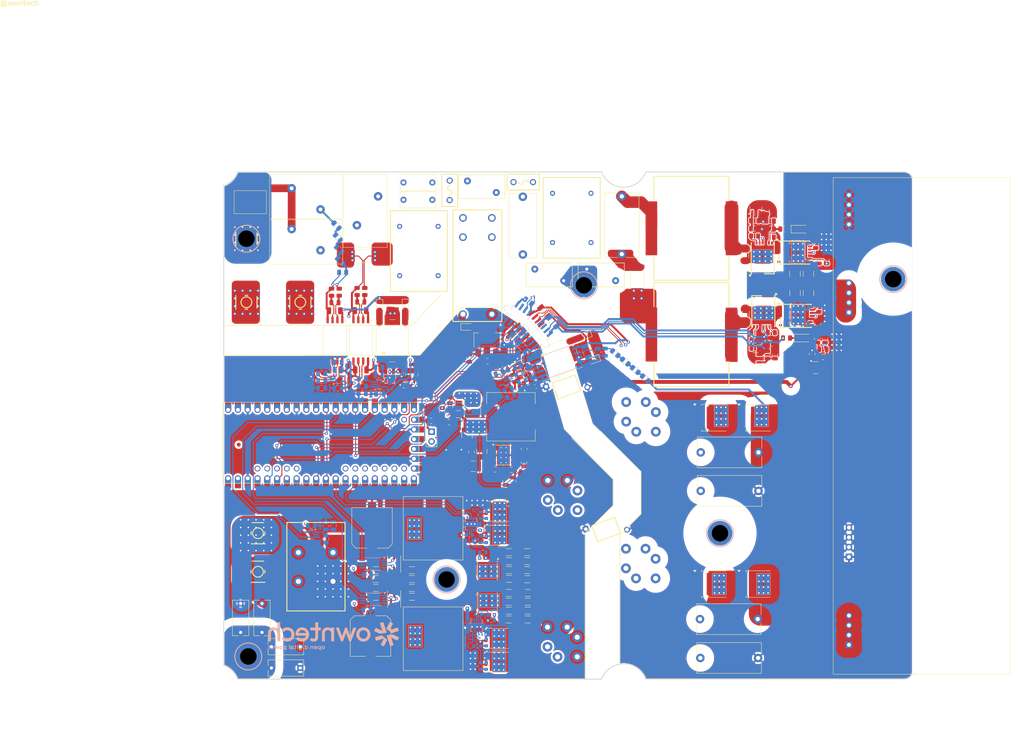
<source format=kicad_pcb>
(kicad_pcb (version 20241229) (generator "pcbnew") (generator_version "9.0")
  (layers (0 "F.Cu" signal) (4 "In1.Cu" signal) (6 "In2.Cu" signal) (2 "B.Cu" signal) (13 "F.Paste" user) (15 "B.Paste" user) (5 "F.SilkS" user "F.Silkscreen") (7 "B.SilkS" user "B.Silkscreen") (1 "F.Mask" user) (3 "B.Mask" user) (25 "Edge.Cuts" user))
  (net 0 "")
  (net 1 "Net-(T1-SA)")
  (net 2 "Net-(Q1-VDD)")
  (net 3 "Net-(T2-SA)")
  (net 4 "DGND")
  (net 5 "+5V_{DGND}")
  (net 6 "Net-(Q3-VDD)")
  (net 7 "GND_{HV}")
  (net 8 "/Power/HV_{BUS}")
  (net 9 "/Power/V_{IHigh1}")
  (net 10 "Net-(U703-VIN)")
  (net 11 "Net-(D101-K)")
  (net 12 "/Power/V_{IHigh2}")
  (net 13 "Net-(J5-Pin_1)")
  (net 14 "Net-(U8--)")
  (net 15 "Net-(U5-VINN)")
  (net 16 "Net-(U5-VINP)")
  (net 17 "+5V_{ACsense}")
  (net 18 "Net-(U401-VIN)")
  (net 19 "Net-(U402--)")
  (net 20 "Net-(U501-VINP)")
  (net 21 "Net-(U501-VINN)")
  (net 22 "Net-(U502--)")
  (net 23 "+12V_{SN2}")
  (net 24 "Net-(Q2-VDD)")
  (net 25 "+12V_{SN1}")
  (net 26 "Net-(C7-Pad2)")
  (net 27 "Net-(C7-Pad1)")
  (net 28 "+12V_{HV}")
  (net 29 "Net-(Q4-VDD)")
  (net 30 "Net-(Q1-OUT-)")
  (net 31 "Net-(Q2-OUT+)")
  (net 32 "Net-(Q3-OUT+)")
  (net 33 "Net-(Q4-OUT+)")
  (net 34 "+5V_{SN1}")
  (net 35 "Net-(U3-HB)")
  (net 36 "/Feeder/V_{ILow}")
  (net 37 "Net-(FB1-Pad2)")
  (net 38 "Net-(FB2-Pad2)")
  (net 39 "Net-(Q1-OUT+)")
  (net 40 "Net-(Q2-OUT-)")
  (net 41 "Net-(Q3-OUT-)")
  (net 42 "Net-(Q4-OUT-)")
  (net 43 "Net-(F1-Pad1)")
  (net 44 "Net-(GD1-Pad3)")
  (net 45 "Net-(C10-Pad2)")
  (net 46 "/Power/Grid Voltage sense/In+")
  (net 47 "Net-(U4-HB)")
  (net 48 "Earth_Protective")
  (net 49 "/Power/AC Current sense/In+")
  (net 50 "+12V_{DGND}")
  (net 51 "Net-(D5-A)")
  (net 53 "Net-(J8-Pin_1)")
  (net 54 "/Power/PWM_{IIHigh2}")
  (net 55 "/Power/PWM_{IIHigh1}")
  (net 56 "/Power/PWM_{IILow1}")
  (net 57 "/Power/PWM_{IILow2}")
  (net 58 "/Power/HO1")
  (net 59 "/Power/LO1")
  (net 60 "/Power/HO2")
  (net 61 "/Power/LO2")
  (net 62 "/Power/V_{ILow}")
  (net 63 "Net-(U8-+)")
  (net 64 "Net-(U5-VOUTP)")
  (net 65 "Net-(U5-VOUTN)")
  (net 66 "Net-(U402-+)")
  (net 67 "Net-(U401-VOUTP)")
  (net 68 "Net-(U401-VOUTN)")
  (net 69 "Net-(U501-VOUTP)")
  (net 70 "Net-(U502-+)")
  (net 71 "Net-(U501-VOUTN)")
  (net 72 "Net-(Rv401-Pad2)")
  (net 73 "Net-(Rv402-Pad2)")
  (net 74 "Net-(Rv403-Pad2)")
  (net 75 "Net-(Rv501-Pad2)")
  (net 76 "Net-(Rv502-Pad2)")
  (net 77 "Net-(Rv503-Pad2)")
  (net 78 "Net-(Rv504-Pad2)")
  (net 79 "Net-(FL1-Pad4)")
  (net 80 "Net-(C5-Pad1)")
  (net 81 "Net-(Q11-G)")
  (net 82 "Net-(U701-+)")
  (net 83 "+5V_{SN2}")
  (net 84 "+5V_{HV}")
  (net 85 "Net-(D102-K)")
  (net 86 "Net-(U804-REF)")
  (net 87 "Net-(U805-REF)")
  (net 88 "Net-(U806-REF)")
  (net 93 "/SN2")
  (net 94 "/SN1")
  (net 95 "Net-(U707-BOOT)")
  (net 96 "Net-(U707-SW)")
  (net 97 "Net-(U707-FB)")
  (net 98 "Net-(U702-VBST)")
  (net 99 "Net-(U702-SW)")
  (net 100 "Net-(U707-EN)")
  (net 101 "Net-(U707-RT{slash}Sync)")
  (net 102 "Net-(U707-PG)")
  (net 103 "Net-(U702-VFB)")
  (net 104 "+3.3V_{DGND}")
  (net 105 "/Microcontroller/BOOT0")
  (net 106 "/Microcontroller/I_{ILow1}")
  (net 107 "/Microcontroller/I_{ILow2}")
  (net 110 "/Microcontroller/PWM_{ILow1}")
  (net 115 "/Microcontroller/EN_{I}")
  (net 116 "/Microcontroller/PWM_{IHigh2}")
  (net 117 "/Microcontroller/PWM_{ILow2}")
  (net 118 "/Microcontroller/PWM_{IIHigh1}")
  (net 119 "/Microcontroller/PWM_{IIHigh2}")
  (net 120 "/Microcontroller/PWM_{IILow1}")
  (net 121 "/Microcontroller/PWM_{IILow2}")
  (net 122 "/Microcontroller/Relay")
  (net 124 "/Microcontroller/PWM_{IHigh1}")
  (net 127 "/Microcontroller/V_{AC}")
  (net 132 "Net-(Q5-G)")
  (net 133 "Net-(Q6-G)")
  (net 136 "Net-(Q8-G)")
  (net 137 "Net-(Q10-G)")
  (net 138 "Net-(Q7-G)")
  (net 139 "Net-(Q9-G)")
  (net 155 "/Power/LSW2")
  (net 156 "/Power/LSW1")
  (net 157 "Net-(U704-VIN)")
  (net 158 "Net-(D701-A)")
  (net 159 "Net-(D702-A)")
  (net 160 "Net-(D703-A)")
  (net 161 "Net-(D704-A)")
  (net 163 "Net-(U703-VD1)")
  (net 164 "Net-(U703-VD2)")
  (net 165 "/Power/LSW4")
  (net 166 "/Power/LSW3")
  (net 167 "Net-(F101-Pad1)")
  (net 168 "Net-(C113-Pad1)")
  (net 169 "Net-(C113-Pad2)")
  (net 170 "Net-(U704-VD1)")
  (net 171 "Net-(U704-VD2)")
  (net 173 "/Feeder/DIS_{HV}")
  (net 175 "/Power/Rect1")
  (net 176 "/Power/Rect2")
  (net 177 "/Microcontroller/V_{DCBus}")
  (net 178 "/Microcontroller/I_{AC}")
  (net 179 "/Feeder/Neut_{REF}")
  (net 180 "/Power/ThPad_{IND1}")
  (net 181 "/Power/ThPad_{IND2}")
  (net 182 "/Microcontroller/V_{ILow}")
  (footprint "Diode_SMD:D_SOD-323F" (layer "F.Cu") (at 98.6 79.41 -90)
    (property "Reference" "D703" (hide yes))
    (property "Value" "PMEG3010")
  )
  (footprint "Footprints:C_Rect_L16.5mm_W8mm_P15.00mm_MKT" (layer "F.Cu") (at 196.8 160.8 180)
    (property "Reference" "C33" (hide yes))
    (property "Value" "680nF")
  )
  (footprint "Footprints:owntech_mini10" (layer "F.Cu") (at 4.999009 0.933785)
    (property "Reference" "Logo101" (hide yes))
    (property "Value" "~" (hide yes))
  )
  (footprint "Footprints:SMD-4_TS34056055-0440" (layer "F.Cu") (at 78 78.5 -90)
    (property "Reference" "J2" (hide yes))
    (property "Value" "Conn_01x01")
  )
  (footprint "Capacitor_SMD:C_0805_2012Metric" (layer "F.Cu") (at 214.288846 88 90)
    (property "Reference" "C809" (hide yes))
    (property "Value" "100nF")
  )
  (footprint "Resistor_SMD:R_2512_6332Metric" (layer "F.Cu") (at 94.4875 66.5 180)
    (property "Reference" "Rv14" (hide yes))
    (property "Value" "3mR")
  )
  (footprint "Package_TO_SOT_SMD:SOT-23" (layer "F.Cu") (at 211.861154 95.5)
    (property "Reference" "U806" (hide yes))
    (property "Value" "TL431")
  )
  (footprint "Capacitor_SMD:C_1206_3216Metric" (layer "F.Cu") (at 106.975 148.1 180)
    (property "Reference" "C110" (hide yes))
    (property "Value" "10µF")
  )
  (footprint "Footprints:C_0805_2012Metric" (layer "F.Cu") (at 93.707993 78.420021)
    (property "Reference" "C46" (hide yes))
    (property "Value" "20pF")
  )
  (footprint "Capacitor_SMD:C_0805_2012Metric" (layer "F.Cu") (at 137 99.3 -160)
    (property "Reference" "C711" (hide yes))
    (property "Value" "10uF")
  )
  (footprint "Fiducial:Fiducial_1mm_Mask2mm" (layer "F.Cu") (at 232 52.5)
    (property "Reference" "FID1" (hide yes))
    (property "Value" "Fiducial")
  )
  (footprint "Capacitor_SMD:C_1206_3216Metric" (layer "F.Cu") (at 132.114558 160.9)
    (property "Reference" "C32" (hide yes))
    (property "Value" "C")
  )
  (footprint "Capacitor_SMD:C_0805_2012Metric" (layer "F.Cu") (at 120.106946 109.66676 180)
    (property "Reference" "C706" (hide yes))
    (property "Value" "10uF")
  )
  (footprint "Inductor_SMD:L_0805_2012Metric" (layer "F.Cu") (at 136.3 97.6 20)
    (property "Reference" "L703" (hide yes))
    (property "Value" "10uH")
  )
  (footprint "Capacitor_SMD:C_0805_2012Metric" (layer "F.Cu") (at 196.1 86.4)
    (property "Reference" "C3" (hide yes))
    (property "Value" "C_Small")
  )
  (footprint "Capacitor_SMD:C_1206_3216Metric" (layer "F.Cu") (at 132.1925 143.4)
    (property "Reference" "C18" (hide yes))
    (property "Value" "10µF")
  )
  (footprint "Footprints:Diode_TO-252-2" (layer "F.Cu") (at 197 108.5)
    (property "Reference" "D1" (hide yes))
    (property "Value" "D_Schottky")
  )
  (footprint "Footprints:R_0805_2012Metric" (layer "F.Cu") (at 112 109.3)
    (property "Reference" "R901" (hide yes))
    (property "Value" "27k")
  )
  (footprint "Capacitor_SMD:C_1206_3216Metric" (layer "F.Cu") (at 119.156946 104.19176 -90)
    (property "Reference" "C708" (hide yes))
    (property "Value" "47uF")
  )
  (footprint "Footprints:DFN-10_L8.0-W6.0_CID12N65D" (layer "F.Cu") (at 198.2625 80.8 180)
    (property "Reference" "Q2" (hide yes))
    (property "Value" "CID12N65D")
  )
  (footprint "Resistor_SMD:R_0603_1608Metric" (layer "F.Cu") (at 103.1 79.41 -90)
    (property "Reference" "R708" (hide yes))
    (property "Value" "4.7k")
  )
  (footprint "Footprints:Diode_TO-252-2" (layer "F.Cu") (at 197 151.7)
    (property "Reference" "D3" (hide yes))
    (property "Value" "D_Schottky")
  )
  (footprint "Footprints:SMD-4_TS34056055-0440" (layer "F.Cu") (at 64 62 -90)
    (property "Reference" "J3" (hide yes))
    (property "Value" "Conn_01x01")
  )
  (footprint "Footprints:DFN-8-1EP_5x6_P1.27mm" (layer "F.Cu") (at 129.062058 165.805)
    (property "Reference" "Q9" (hide yes))
    (property "Value" "CJAC90SN12")
  )
  (footprint "Footprints:R_0805_2012Metric" (layer "F.Cu") (at 136.1375 120.1625 -90)
    (property "Reference" "R704" (hide yes))
    (property "Value" "100k")
  )
  (footprint "Footprints:DFN-8-1EP_5x6_P1.27mm" (layer "F.Cu") (at 126.576419 147.805 -90)
    (property "Reference" "Q5" (hide yes))
    (property "Value" "CJAC90SN12")
  )
  (footprint "Package_TO_SOT_SMD:SOT-23-6" (layer "F.Cu") (at 101.2125 97.71 90)
    (property "Reference" "U704" (hide yes))
    (property "Value" "VPS8701B")
  )
  (footprint "Footprints:SMD_GDT" (layer "F.Cu") (at 65 52.5 90)
    (property "Reference" "GD1" (hide yes))
    (property "Value" "2R600B-8S")
  )
  (footprint "Inductor_SMD:L_1210_3225Metric" (layer "F.Cu") (at 122.9 121.1)
    (property "Reference" "L705" (hide yes))
    (property "Value" "10uH")
  )
  (footprint "Capacitor_SMD:C_1206_3216Metric" (layer "F.Cu") (at 93.634241 80.681021)
    (property "Reference" "C47" (hide yes))
    (property "Value" "100nF")
  )
  (footprint "Capacitor_SMD:C_1206_3216Metric" (layer "F.Cu") (at 136.95 145.75)
    (property "Reference" "C23" (hide yes))
    (property "Value" "C")
  )
  (footprint "Resistor_SMD:R_0805_2012Metric" (layer "F.Cu") (at 92.745493 75.707521 -90)
    (property "Reference" "Rv16" (hide yes))
    (property "Value" "12R")
  )
  (footprint "Package_TO_SOT_SMD:SOT-23-6" (layer "F.Cu") (at 135.543981 95.118244 20)
    (property "Reference" "U703" (hide yes))
    (property "Value" "VPS8701B")
  )
  (footprint "Footprints:SRP1510CA-330M" (layer "F.Cu") (at 112.5 165.9 90)
    (property "Reference" "L6" (hide yes))
    (property "Value" "33uH")
  )
  (footprint "Capacitor_SMD:C_0805_2012Metric" (layer "F.Cu") (at 104.9 100 180)
    (property "Reference" "C710" (hide yes))
    (property "Value" "10uF")
  )
  (footprint "Resistor_SMD:R_0805_2012Metric" (layer "F.Cu") (at 203.5875 59.5)
    (property "Reference" "R103" (hide yes))
    (property "Value" "3.3R")
  )
  (footprint "Footprints:RM12" (layer "F.Cu") (at 156.344217 118.5 -135)
    (property "Reference" "T1" (hide yes))
    (property "Value" "Transformer_1P_1S")
  )
  (footprint "Capacitor_SMD:C_0805_2012Metric" (layer "F.Cu") (at 106.1 97.2 -90)
    (property "Reference" "C712" (hide yes))
    (property "Value" "10uF")
  )
  (footprint "Capacitor_SMD:C_1210_3225Metric" (layer "F.Cu") (at 210 71.1 90)
    (property "Reference" "C114" (hide yes))
    (property "Value" "1nF")
  )
  (footprint "Resistor_SMD:R_0805_2012Metric" (layer "F.Cu") (at 94.745494 75.707521 -90)
    (property "Reference" "Rv15" (hide yes))
    (property "Value" "12R")
  )
  (footprint "Diode_SMD:D_SOD-323F" (layer "F.Cu") (at 154.222854 93.458327 -160)
    (property "Reference" "D702" (hide yes))
    (property "Value" "PMEG3010")
  )
  (footprint "Capacitor_THT:C_Rect_L9.0mm_W4.0mm_P7.50mm_MKT" (layer "F.Cu") (at 68.05 164.25 90)
    (property "Reference" "C54" (hide yes))
    (property "Value" "2.2nF")
  )
  (footprint "Fiducial:Fiducial_1mm_Mask2mm" (layer "F.Cu") (at 204.9 173.1)
    (property "Reference" "FID2" (hide yes))
    (property "Value" "Fiducial")
  )
  (footprint "Diode_SMD:D_SOD-323F" (layer "F.Cu") (at 152.025288 87.128184 -160)
    (property "Reference" "D701" (hide yes))
    (property "Value" "PMEG3010")
  )
  (footprint "Footprints:CAP-TH_L6.3-W4.4-P10.00-D0.6-S3.8" (layer "F.Cu") (at 147.2 100.5 20)
    (property "Reference" "C118" (hide yes))
    (property "Value" "1nF")
  )
  (footprint "Resistor_SMD:R_2512_6332Metric" (layer "F.Cu") (at 165.5 72.5 -90)
    (property "Reference" "R3" (hide yes))
    (property "Value" "4.7R")
  )
  (footprint "Resistor_SMD:R_0805_2012Metric" (layer "F.Cu") (at 195.98 61.3 180)
    (property "Reference" "R1" (hide yes))
    (property "Value" "R_Small")
  )
  (footprint "Capacitor_SMD:C_0805_2012Metric" (layer "F.Cu") (at 199.3 92.15 -90)
    (property "Reference" "R801" (hide yes))
    (property "Value" "10k")
  )
  (footprint "Package_TO_SOT_SMD:SOT-23" (layer "F.Cu") (at 196.2125 93.15 180)
    (property "Reference" "U804" (hide yes))
    (property "Value" "TL431DBZ")
  )
  (footprint "Capacitor_SMD:C_0805_2012Metric" (layer "F.Cu") (at 200.05 61.6 180)
    (property "Reference" "C1" (hide yes))
    (property "Value" "C_Small")
  )
  (footprint "Capacitor_SMD:C_0805_2012Metric" (layer "F.Cu") (at 199.1 54.6 90)
    (property "Reference" "C808" (hide yes))
    (property "Value" "100nF")
  )
  (footprint "Capacitor_SMD:C_0805_2012Metric" (layer "F.Cu") (at 214.7 67.5 90)
    (property "Reference" "C15" (hide yes))
    (property "Value" "C_Small")
  )
  (footprint "Footprints:C_0805_2012Metric" (layer "F.Cu") (at 122.4375 117.41 90)
    (property "Reference" "C717" (hide yes))
    (property "Value" "470nF")
  )
  (footprint "Capacitor_SMD:C_0805_2012Metric" (layer "F.Cu") (at 131.3375 125 90)
    (property "Reference" "C705" (hide yes))
    (property "Value" "33pF")
  )
  (footprint "Footprints:DFN-8-1EP_5x6_P1.27mm" (layer "F.Cu") (at 129.139558 132.805)
    (property "Reference" "Q7" (hide yes))
    (property "Value" "CJAC90SN12")
  )
  (footprint "Inductor_SMD:L_Cenker_CKCS4020" (layer "F.Cu") (at 122.731946 105.90046 90)
    (property "Reference" "L702" (hide yes))
    (property "Value" "4.7uH - 80mR")
  )
  (footprint "Capacitor_SMD:C_0805_2012Metric" (layer "F.Cu") (at 200.05 57.4 180)
    (property "Reference" "R804" (hide yes))
    (property "Value" "1k")
  )
  (footprint "Footprints:RM12" (layer "F.Cu") (at 156.280256 156.590455 -135)
    (property "Reference" "T2" (hide yes))
    (property "Value" "Transformer_1P_1S")
  )
  (footprint "Footprints:IND-TH_4P-L23.0-W15.0-P7.50-D1.0-S9.0" (layer "F.Cu") (at 82 147.25 -90)
    (property "Reference" "FL3" (hide yes))
    (property "Value" "1mH")
  )
  (footprint "Capacitor_SMD:C_1206_3216Metric" (layer "F.Cu") (at 132.139558 158.6)
    (property "Reference" "C31" (hide yes))
    (property "Value" "10 µF")
  )
  (footprint "Footprints:FUSE-TH_L8.4-W4.1-P5.08-D0.6" (layer "F.Cu") (at 135.9 47.3)
    (property "Reference" "F1" (hide yes))
    (property "Value" "2.5A")
  )
  (footprint "Capacitor_SMD:C_0805_2012Metric" (layer "F.Cu") (at 126.6 93.825)
    (property "Reference" "R13" (hide yes))
    (property "Value" "10k")
  )
  (footprint "Capacitor_SMD:C_Elec_10x10.2" (layer "F.Cu") (at 96.2375 165.2 -90)
    (property "Reference" "C112" (hide yes))
    (property "Value" "47uH")
  )
  (footprint "Capacitor_SMD:C_1206_3216Metric" (layer "F.Cu") (at 132.139558 154)
    (property "Reference" "C29" (hide yes))
    (property "Value" "C")
  )
  (footprint "Footprints:OwnTech_SPINTHT_1" (layer "F.Cu") (at 58.06 115 180)
    (property "Reference" "U901" (hide yes))
    (property "Value" "OwnTech_SPIN" (hide yes))
  )
  (footprint "Capacitor_THT:C_Rect_L9.0mm_W4.0mm_P7.50mm_MKT" (layer "F.Cu") (at 62.5 164.25 90)
    (property "Reference" "C11" (hide yes))
    (property "Value" "2.2nF")
  )
  (footprint "Footprints:VPT87BB-01B" (layer "F.Cu") (at 144.720213 93.2988 110)
    (property "Reference" "TR701" (hide yes))
    (property "Value" "VPT87DDF01B")
  )
  (footprint "Capacitor_SMD:C_0805_2012Metric" (layer "F.Cu") (at 200.3875 89.2)
    (property "Reference" "C807" (hide yes))
    (property "Value" "100nF")
  )
  (footprint "Footprints:D_SOD-123" (layer "F.Cu") (at 208.476346 87.8)
    (property "Reference" "D101" (hide yes))
    (property "Value" "D")
  )
  (footprint "Capacitor_SMD:C_0603_1608Metric" (layer "F.Cu") (at 139.1 100.4 20)
    (property "Reference" "C713" (hide yes))
    (property "Value" "100nF")
  )
  (footprint "Inductor_SMD:L_0805_2012Metric" (layer "F.Cu") (at 108 97.3 90)
    (property "Reference" "L704" (hide yes))
    (property "Value" "10uH")
  )
  (footprint "Resistor_SMD:R_2512_6332Metric" (layer "F.Cu") (at 102.35 146.5 -90)
    (property "Reference" "R7" (hide yes))
    (property "Value" "5mR")
  )
  (footprint "Capacitor_SMD:C_0805_2012Metric" (layer "F.Cu") (at 213.75 90.7)
    (property "Reference" "R807" (hide yes))
    (property "Value" "470")
  )
  (footprint "Package_SO:SOIC-8_7.5x5.85mm_P1.27mm" (layer "F.Cu") (at 87 88.4 -90)
    (property "Reference" "U501" (hide yes))
    (property "Value" "AMC1301DWR")
  )
  (footprint "Footprints:FILTER-TH_XRSQ1515-5MH-V-1013" (layer "F.Cu") (at 148.5 56.6 -90)
    (property "Reference" "FL1" (hide yes))
    (property "Value" "5mH")
  )
  (footprint "Capacitor_SMD:C_1206_3216Metric" (layer "F.Cu") (at 137.064558 158.6)
    (property "Reference" "C37" (hide yes))
    (property "Value" "C")
  )
  (footprint "Resistor_SMD:R_0805_2012Metric" (layer "F.Cu") (at 211.8865 63.5 90)
    (property "Reference" "R5" (hide yes))
    (property "Value" "R_Small")
  )
  (footprint "Footprints:film_capacitors" (layer "F.Cu") (at 216.4 110.62 -90)
    (property "Reference" "C6" (hide yes))
    (property "Value" "120µF")
  )
  (footprint "Capacitor_SMD:C_1210_3225Metric" (layer "F.Cu") (at 206.5 71.125 90)
    (property "Reference" "C16" (hide yes))
    (property "Value" "1nF")
  )
  (footprint "Capacitor_SMD:C_0805_2012Metric" (layer "F.Cu") (at 200.05 59.5 180)
    (property "Reference" "C102" (hide yes))
    (property "Value" "4.7uF")
  )
  (footprint "Capacitor_SMD:C_1206_3216Metric" (layer "F.Cu") (at 136.95 150.45)
    (property "Reference" "C25" (hide yes))
    (property "Value" "10µF")
  )
  (footprint "Footprints:FUSE-TH_L8.4-W4.1-P5.08-D0.6" (layer "F.Cu") (at 116.8 49.44 -90)
    (property "Reference" "F101" (hide yes))
    (property "Value" "2.5A")
  )
  (footprint "Capacitor_THT:C_Rect_L9.0mm_W4.0mm_P7.50mm_MKT" (layer "F.Cu") (at 112.3 51.9 180)
    (property "Reference" "C5" (hide yes))
    (property "Value" "2.2nF")
  )
  (footprint "Capacitor_SMD:C_0805_2012Metric" (layer "F.Cu") (at 212.288846 88 90)
    (property "Reference" "C13" (hide yes))
    (property "Value" "C_Small")
  )
  (footprint "Resistor_SMD:R_0805_2012Metric" (layer "F.Cu") (at 204.2875 87.8)
    (property "Reference" "R102" (hide yes))
    (property "Value" "3.3R")
  )
  (footprint "Capacitor_SMD:C_1210_3225Metric" (layer "F.Cu") (at 121.3 113.1 -90)
    (property "Reference" "C704" (hide yes))
    (property "Value" "22uF")
  )
  (footprint "Capacitor_SMD:C_1206_3216Metric" (layer "F.Cu") (at 87 96.05)
    (property "Reference" "C503" (hide yes))
    (property "Value" "100nF")
  )
  (footprint "Footprints:DFN-10_L8.0-W6.0_CID12N65D" (layer "F.Cu") (at 206.7 82.05 -90)
    (property "Reference" "Q3" (hide yes))
    (property "Value" "CID12N65D")
  )
  (footprint "Footprints:RELAY-TH_HF140FF-024-2HSWT" (layer "F.Cu") (at 124 69.0995 90)
    (property "Reference" "K1" (hide yes))
    (property "Value" "HF140FF/012-2HSWTF")
  )
  (footprint "Capacitor_SMD:C_1206_3216Metric" (layer "F.Cu") (at 132.1925 148.05)
    (property "Reference" "C20" (hide yes))
    (property "Value" "C")
  )
  (footprint "Package_SO:Texas_HSOP-8-1EP_3.9x4.9mm_P1.27mm_ThermalVias" (layer "F.Cu") (at 130.7875 118.205)
    (property "Reference" "U707" (hide yes))
    (property "Value" "LMR38020SDDAR")
  )
  (footprint "Capacitor_SMD:C_0805_2012Metric" (layer "F.Cu") (at 153.645565 91.433669 -160)
    (property "Reference" "C715" (hide yes))
    (property "Value" "10uF")
  )
  (footprint "Capacitor_SMD:C_1206_3216Metric" (layer "F.Cu") (at 137.064558 154)
    (property "Reference" "C34" (hide yes))
    (property "Value" "10µF")
  )
  (footprint "Capacitor_SMD:C_1210_3225Metric" (layer "F.Cu") (at 206.5 76.1 -90)
    (property "Reference" "C17" (hide yes))
    (property "Value" "1nF")
  )
  (footprint "Footprints:DFN-8-1EP_5x6_P1.27mm" (layer "F.Cu") (at 126.576419 156.8025 90)
    (property "Reference" "Q8" (hide yes))
    (property "Value" "CJAC90SN12")
  )
  (footprint "Footprints:RV_Disc_D15.5mm_W11mm_P7.5mm" (layer "F.Cu") (at 98.2 51 -90)
    (property "Reference" "RV2" (hide yes))
    (property "Value" "14D621")
  )
  (footprint "Capacitor_THT:C_Rect_L9.0mm_W4.0mm_P7.50mm_MKT" (layer "F.Cu") (at 70.5 173.5)
    (property "Reference" "C117" (hide yes))
    (property "Value" "2.2nF")
  )
  (footprint "Footprints:Diode_TO-252-2" (layer "F.Cu") (at 185.5 108.5)
    (property "Reference" "D2" (hide yes))
    (property "Value" "D_Schottky")
  )
  (footprint "Footprints:R_0805_2012Metric" (layer "F.Cu") (at 132.8375 122 180)
    (property "Reference" "R702" (hide yes))
    (property "Value" "10k")
  )
  (footprint "Capacitor_SMD:C_1210_3225Metric" (layer "F.Cu") (at 210 76.125 -90)
    (property "Reference" "C115" (hide yes))
    (property "Value" "1nF")
  )
  (footprint "Resistor_SMD:R_0805_2012Metric" (layer "F.Cu") (at 200.35 86.4)
    (property "Reference" "R2" (hide yes))
    (property "Value" "R_Small")
  )
  (footprint "Capacitor_SMD:C_1206_3216Metric" (layer "F.Cu") (at 137.064558 156.3)
    (property "Reference" "C36" (hide yes))
    (property "Value" "C")
  )
  (footprint "Capacitor_SMD:C_0805_2012Metric" (layer "F.Cu") (at 121.9 93.025 90)
    (property "Reference" "R12" (hide yes))
    (property "Value" "56R")
  )
  (footprint "Capacitor_SMD:C_1206_3216Metric" (layer "F.Cu") (at 133.648112 87.441494 130)
    (property "Reference" "C805" (hide yes))
    (property "Value" "100nF")
  )
  (footprint "Capacitor_SMD:C_0603_1608Metric" (layer "F.Cu") (at 104.3 97 -90)
    (property "Reference" "C714" (hide yes))
    (property "Value" "100nF")
  )
  (footprint "Package_TO_SOT_SMD:SOT-223" (layer "F.Cu") (at 126.5 88.375 90)
    (property "Reference" "Q11" (hide yes))
    (property "Value" "ZXMN7A11GTA")
  )
  (footprint "Footprints:DFN-8-1EP_5x6_P1.27mm" (layer "F.Cu") (at 129.139558 139.038919)
    (property "Reference" "Q6" (hide yes))
    (property "Value" "CJAC90SN12")
  )
  (footprint "Capacitor_SMD:C_1206_3216Metric" (layer "F.Cu") (at 137.064558 160.9)
    (property "Reference" "C35" (hide yes))
    (property "Value" "C")
  )
  (footprint "Connector_PinHeader_2.54mm:PinHeader_1x02_P2.54mm_Vertical" (layer "F.Cu") (at 112.1 112.125)
    (property "Reference" "JP901" (hide yes))
    (property "Value" "Jumper_2_Open")
  )
  (footprint "Capacitor_THT:C_Rect_L9.0mm_W4.0mm_P7.50mm_MKT" (layer "F.Cu") (at 70.5 167.95)
    (property "Reference" "C116" (hide yes))
    (property "Value" "2.2nF")
  )
  (footprint "Footprints:DFN-10_L8.0-W6.0_CID12N65D" (layer "F.Cu") (at 206.3 65.6 -90)
    (property "Reference" "Q4" (hide yes))
    (property "Value" "CID12N65D")
  )
  (footprint "Capacitor_SMD:C_1206_3216Metric" (layer "F.Cu") (at 93.734241 96.081021)
    (property "Reference" "C42" (hide yes))
    (property "Value" "100nF")
  )
  (footprint "Inductor_SMD:L_1206_3216Metric" (layer "F.Cu") (at 193.7 81.6 -90)
    (property "Reference" "FB2" (hide yes))
    (property "Value" "300@100MHz")
  )
  (footprint "Capacitor_SMD:C_1206_3216Metric" (layer "F.Cu") (at 97.625 148.1)
    (property "Reference" "C103" (hide yes))
    (property "Value" "10µF")
  )
  (footprint "Resistor_SMD:R_0603_1608Metric" (layer "F.Cu") (at 152.959452 89.767874 -160)
    (property "Reference" "R707" (hide yes))
    (property "Value" "4.7k")
  )
  (footprint "Capacitor_SMD:C_1206_3216Metric" (layer "F.Cu") (at 97.625 152.7)
    (property "Reference" "C105" (hide yes))
    (property "Value" "C")
  )
  (footprint "Capacitor_THT:C_Rect_L9.0mm_W4.0mm_P7.50mm_MKT" (layer "F.Cu") (at 104.8 47.4)
    (property "Reference" "C10" (hide yes))
    (property "Value" "2.2nF")
  )
  (footprint "Footprints:Die Cast Casing 1550G" (layer "F.Cu") (at 162 110.5)
    (property "Reference" "N101" (hide yes))
    (property "Value" "Die cast enclosure BS11 / G124 /1550G")
    (fp_line (start -103.879373 62.279111) (end -103.879373 -62.237857) (stroke (width 0.2)) (layer "Edge.Cuts"))
    (fp_line (start -100.258484 -65.858746) (end -5.741515 -65.858746) (stroke (width 0.2)) (layer "Edge.Cuts"))
    (fp_line (start -5.741515 65.9) (end -100.258484 65.9) (stroke (width 0.2)) (layer "Edge.Cuts"))
    (fp_line (start 5.741516 -65.858746) (end 73 -65.858746) (stroke (width 0.2)) (layer "Edge.Cuts"))
    (fp_line (start 73 65.9) (end 5.741516 65.9) (stroke (width 0.2)) (layer "Edge.Cuts"))
    (fp_line (start 75 -63.858747) (end 75 63.899998) (stroke (width 0.05)) (layer "Edge.Cuts"))
    (fp_arc (start -103.879373 62.279111) (mid -101.672063 63.69269) (end -100.258484 65.9) (stroke (width 0.2)) (layer "Edge.Cuts"))
    (fp_arc (start -100.258484 -65.858746) (mid -101.672063 -63.651436) (end -103.879373 -62.237857) (stroke (width 0.2)) (layer "Edge.Cuts"))
    (fp_arc (start -5.741515 65.9) (mid 0 61.9) (end 5.741516 65.9) (stroke (width 0.2)) (layer "Edge.Cuts"))
    (fp_arc (start 5.741516 -65.858746) (mid 0 -61.858746) (end -5.741515 -65.858746) (stroke (width 0.2)) (layer "Edge.Cuts"))
    (fp_arc (start 73 -65.858747) (mid 74.414214 -65.272961) (end 75 -63.858747) (stroke (width 0.1)) (layer "Edge.Cuts"))
    (fp_arc (start 75 63.899998) (mid 74.414214 65.314212) (end 73 65.899998) (stroke (width 0.1)) (layer "Edge.Cuts"))
  )
  (footprint "Footprints:C_Rect_L16.5mm_W8mm_P15.00mm_MKT" (layer "F.Cu") (at 197 117.5 180)
    (property "Reference" "C22" (hide yes))
    (property "Value" "680nF")
  )
  (footprint "Capacitor_SMD:C_0805_2012Metric" (layer "F.Cu") (at 101.1 79.21 -90)
    (property "Reference" "C716" (hide yes))
    (property "Value" "10uF")
  )
  (footprint "Footprints:R_0805_2012Metric" (layer "F.Cu") (at 128.6375 121.91)
    (property "Reference" "R703" (hide yes))
    (property "Value" "65k")
  )
  (footprint "Varistor:RV_Disc_D12mm_W6.2mm_P7.5mm" (layer "F.Cu") (at 128.9 50 180)
    (property "Reference" "RV101" (hide yes))
    (property "Value" "TMOV14RP275")
  )
  (footprint "Footprints:C_Rect_L16.5mm_W8mm_P15.00mm_MKT" (layer "F.Cu") (at 182 127.5)
    (property "Reference" "C27" (hide yes))
    (property "Value" "680nF")
  )
  (footprint "Capacitor_SMD:C_0805_2012Metric" (layer "F.Cu") (at 212.4 84.168785 90)
    (property "Reference" "C12" (hide yes))
    (property "Value" "C_Small")
  )
  (footprint "Capacitor_SMD:C_1206_3216Metric" (layer "F.Cu") (at 106.975 150.4 180)
    (property "Reference" "C109" (hide yes))
    (property "Value" "C")
  )
  (footprint "Footprints:RV_Disc_D15.5mm_W11mm_P7.5mm" (layer "F.Cu") (at 83.25 54.4 180)
    (property "Reference" "RV1" (hide yes))
    (property "Value" "14D621")
  )
  (footprint "Resistor_SMD:R_0805_2012Metric" (layer "F.Cu") (at 212.7 80.0875 90)
    (property "Reference" "R4" (hide yes))
    (property "Value" "R_Small")
  )
  (footprint "Footprints:Diode_TO-252-2" (layer "F.Cu") (at 185.5 151.7)
    (property "Reference" "D4" (hide yes))
    (property "Value" "D_Schottky")
  )
  (footprint "Capacitor_SMD:C_0805_2012Metric" (layer "F.Cu") (at 210.95 91.95 90)
    (property "Reference" "R809" (hide yes))
    (property "Value" "10k")
  )
  (footprint "Footprints:DFN-10_L8.0-W6.0_CID12N65D" (layer "F.Cu") (at 198.1 67.1365)
    (property "Reference" "Q1" (hide yes))
    (property "Value" "CID12N65D")
  )
  (footprint "Capacitor_SMD:C_1206_3216Metric" (layer "F.Cu") (at 132.139558 156.3)
    (property "Reference" "C30" (hide yes))
    (property "Value" "C")
  )
  (footprint "Resistor_SMD:R_0805_2012Metric" (layer "F.Cu") (at 86.1 75.8875 -90)
    (property "Reference" "Rv507" (hide yes))
    (property "Value" "12R")
  )
  (footprint "Capacitor_SMD:C_1206_3216Metric" (layer "F.Cu") (at 97.625 155)
    (property "Reference" "C106" (hide yes))
    (property "Value" "C")
  )
  (footprint "Footprints:RV_Disc_D15.5mm_W11mm_P7.5mm" (layer "F.Cu") (at 75.75 59.5)
    (property "Reference" "RV3" (hide yes))
    (property "Value" "14D621")
  )
  (footprint "Capacitor_SMD:C_1206_3216Metric" (layer "F.Cu") (at 132.1925 150.35)
    (property "Reference" "C21" (hide yes))
    (property "Value" "C")
  )
  (footprint "Footprints:CAP-TH_L6.3-W4.4-P10.00-D0.6-S3.8" (layer "F.Cu") (at 157.5 137.5 20)
    (property "Reference" "C119" (hide yes))
    (property "Value" "1nF")
  )
  (footprint "Footprints:IND-SMD_L27.0-W19.5-LS23.5_60B104C" (layer "F.Cu") (at 179.588846 86.9 90)
    (property "Reference" "L3" (hide yes))
    (property "Value" "330uH")
  )
  (footprint "Capacitor_THT:C_Rect_L16.5mm_W8.7mm_P15.00mm_MKT" (layer "F.Cu") (at 161.5 51 -90)
    (property "Reference" "C7" (hide yes))
    (property "Value" "680nF")
  )
  (footprint "Capacitor_SMD:C_0805_2012Metric" (layer "F.Cu") (at 196.1 90.419805)
    (property "Reference" "R803" (hide yes))
    (property "Value" "1k")
  )
  (footprint "Capacitor_SMD:C_1206_3216Metric" (layer "F.Cu") (at 141.394005 81.013616 130)
    (property "Reference" "C806" (hide yes))
    (property "Value" "100nF")
  )
  (footprint "Footprints:SMD-4_TS34056055-0440" (layer "F.Cu") (at 67 148.5)
    (property "Reference" "J8" (hide yes))
    (property "Value" "Conn_01x01")
  )
  (footprint "Capacitor_SMD:C_0805_2012Metric" (layer "F.Cu") (at 133.412118 98.265953 110)
    (property "Reference" "C709" (hide yes))
    (property "Value" "10uF")
  )
  (footprint "Capacitor_THT:C_Rect_L16.5mm_W7.0mm_P15.00mm_MKT" (layer "F.Cu") (at 135.8 51.1 -90)
    (property "Reference" "C113" (hide yes))
    (property "Value" "?nF")
  )
  (footprint "Capacitor_SMD:C_0805_2012Metric" (layer "F.Cu") (at 201.3 92.15 90)
    (property "Reference" "R802" (hide yes))
    (property "Value" "10k")
  )
  (footprint "Footprints:C_1210_3225Metric" (layer "F.Cu") (at 125.1375 117.2 90)
    (property "Reference" "C718" (hide yes))
    (property "Value" "4.7uF")
  )
  (footprint "Fiducial:Fiducial_1mm_Mask2mm" (layer "F.Cu") (at 62 115.5)
    (property "Reference" "FID3" (hide yes))
    (property "Value" "Fiducial")
  )
  (footprint "Capacitor_SMD:C_1206_3216Metric" (layer "F.Cu") (at 106.975 152.7 180)
    (property "Reference" "C108" (hide yes))
    (property "Value" "C")
  )
  (footprint "Package_TO_SOT_SMD:SOT-563" (layer "F.Cu") (at 119.0625 107.5763 180)
    (property "Reference" "U702" (hide yes))
    (property "Value" "TPS562202")
  )
  (footprint "Footprints:R_0805_2012Metric" (layer "F.Cu") (at 116.656946 109.66676)
    (property "Reference" "R706" (hide yes))
    (property "Value" "10k")
  )
  (footprint "Varistor:RV_Disc_D12mm_W6.2mm_P7.5mm" (layer "F.Cu") (at 138.9 69.9)
    (property "Reference" "RV103" (hide yes))
    (property "Value" "TMOV14RP275")
  )
  (footprint "Footprints:D_SOD-123" (layer "F.Cu") (at 207.704558 59.524509)
    (property "Reference" "D102" (hide yes))
    (property "Value" "D")
  )
  (footprint "Footprints:SRP1510CA-330M" (layer "F.Cu") (at 112.5 137.201286 90)
    (property "Reference" "L5" (hide yes))
    (property "Value" "33uH")
  )
  (footprint "Capacitor_SMD:C_0805_2012Metric" (layer "F.Cu") (at 212.7 67.5 90)
    (property "Reference" "C14" (hide yes))
    (property "Value" "C_Small")
  )
  (footprint "Capacitor_SMD:C_Elec_10x10.2" (layer "F.Cu") (at 96.6375 137.1 90)
    (property "Reference" "C111" (hide yes))
    (property "Value" "47uF")
  )
  (footprint "Capacitor_SMD:C_1206_3216Metric" (layer "F.Cu") (at 136.95 148.1)
    (property "Reference" "C24" (hide yes))
    (property "Value" "C")
  )
  (footprint "Capacitor_SMD:C_0805_2012Metric" (layer "F.Cu") (at 196.1 88.4)
    (property "Reference" "C101" (hide yes))
    (property "Value" "4.7uF")
  )
  (footprint "Capacitor_SMD:C_0805_2012Metric" (layer "F.Cu") (at 116.856946 105.66676 90)
    (property "Reference" "C707" (hide yes))
    (property "Value" "100nF")
  )
  (footprint "Footprints:R_0805_2012Metric" (layer "F.Cu") (at 133.304309 125 90)
    (property "Reference" "R701" (hide yes))
    (property "Value" "110k")
  )
  (footprint "Footprints:SMD-4_TS34056055-0440" (layer "F.Cu") (at 67 138.5)
    (property "Reference" "J5" (hide yes))
    (property "Value" "Conn_01x01")
  )
  (footprint "Package_TO_SOT_SMD:SOT-23" (layer "F.Cu") (at 196.35 54.33125 90)
    (property "Reference" "U805" (hide yes))
    (property "Value" "TL431")
  )
  (footprint "Capacitor_SMD:C_1206_3216Metric" (layer "F.Cu") (at 132.1925 145.75)
    (property "Reference" "C19" (hide yes))
    (property "Value" "C")
  )
  (footprint "Capacitor_SMD:C_0805_2012Metric" (layer "F.Cu") (at 213.7 92.7 180)
    (property "Reference" "R808" (hide yes))
    (property "Value" "10k")
  )
  (footprint "Capacitor_SMD:C_1206_3216Metric" (layer "F.Cu") (at 86.9 80.7)
    (property "Reference" "C502" (hide yes))
    (property "Value" "100nF")
  )
  (footprint "Footprints:SMD-4_TS34056055-0440" (layer "F.Cu") (at 64 78.5 -90)
    (property "Reference" "J1" (hide yes))
    (property "Value" "Conn_01x01")
  )
  (footprint "Footprints:C_Rect_L16.5mm_W8mm_P15.00mm_MKT" (layer "F.Cu") (at 181.9 170.9)
    (property "Reference" "C38" (hide yes))
    (property "Value" "680nF")
  )
  (footprint "Package_SO:SOIC-8_3.9x4.9mm_P1.27mm" (layer "F.Cu") (at 137.454131 84.395539 40)
    (property "Reference" "U803" (hide yes))
    (property "Value" "ISO7720FDR")
  )
  (footprint "Inductor_SMD:L_1206_3216Metric" (layer "F.Cu") (at 193.6 66.2 90)
    (property "Reference" "FB1" (hide yes))
    (property "Value" "300@100MHz")
  )
  (footprint "Capacitor_SMD:C_1206_3216Metric" (layer "F.Cu") (at 97.625 150.4)
    (property "Reference" "C104" (hide yes))
    (property "Value" "C")
  )
  (footprint "Varistor:RV_Disc_D12mm_W6.2mm_P7.5mm" (layer "F.Cu") (at 159.9 72.9 180)
    (property "Reference" "RV102" (hide yes))
    (property "Value" "TMOV14RP275")
  )
  (footprint "Capacitor_SMD:C_0805_2012Metric" (layer "F.Cu") (at 196 57.33125 180)
    (property "Reference" "R805" (hide yes))
    (property "Value" "10k")
  )
  (footprint "Footprints:DFN-8-1EP_5x6_P1.27mm" (layer "F.Cu") (at 129.062058 171.99)
    (property "Reference" "Q10" (hide yes))
    (property "Value" "CJAC90SN12")
  )
  (footprint "Footprints:IND-SMD_L27.0-W19.5-LS23.5_60B104C" (layer "F.Cu") (at 179.588846 59.3 90)
    (property "Reference" "L1" (hide yes))
    (property "Value" "330uH")
  )
  (footprint "Package_SO:SOIC-8_7.5x5.85mm_P1.27mm" (layer "F.Cu") (at 93.7 88.4 -90)
    (property "Reference" "U5" (hide yes))
    (property "Value" "AMC1301DWR")
  )
  (footprint "Inductor_SMD:L_12x12mm_H6mm" (layer "F.Cu") (at 132.7 108.245 180)
    (property "Reference" "L701" (hide yes))
    (property "Value" "68uH - 70mR")
  )
  (footprint "Capacitor_SMD:C_1206_3216Metric" (layer "F.Cu") (at 106.975 155 180)
    (property "Reference" "C107" (hide yes))
    (property "Value" "C")
  )
  (footprint "Resistor_SMD:R_0805_2012Metric" (layer "F.Cu") (at 88.1 75.8875 -90)
    (property "Reference" "Rv506" (hide yes))
    (property "Value" "12R")
  )
  (footprint "Diode_SMD:D_SOD-323" (layer "F.Cu") (at 121.3 84.9)
    (property "Reference" "D5" (hide yes))
    (property "Value" "40V - BAT165E6327F")
  )
  (footprint "Capacitor_SMD:C_0805_2012Metric" (layer "F.Cu") (at 196 59.375239)
    (property "Reference" "R806" (hide yes))
    (property "Value" "10k")
  )
  (footprint "Footprints:FILTER-TH_XRSQ1515-5MH-V-1013" (layer "F.Cu") (at 108.8 65.2 -90)
    (property "Reference" "FL2" (hide yes))
    (property "Value" "5mH")
  )
  (footprint "Footprints:R_0805_2012Metric" (layer "F.Cu") (at 114.856946 106.92926 -90)
    (property "Reference" "R705" (hide yes))
    (property "Value" "56k")
  )
  (footprint "Capacitor_SMD:C_0805_2012Metric" (layer "F.Cu") (at 136.1375 116.6 90)
    (property "Reference" "C703" (hide yes))
    (property "Value" "100nF")
  )
  (footprint "Diode_SMD:D_SOD-323F" (layer "F.Cu") (at 105.3 79.31 -90)
    (property "Reference" "D704" (hide yes))
    (property "Value" "PMEG3010")
  )
  (footprint "Capacitor_SMD:C_1206_3216Metric" (layer "F.Cu") (at 136.925 143.4)
    (property "Reference" "C26" (hide yes))
    (property "Value" "C")
  )
  (footprint "Resistor_SMD:R_2512_6332Metric" (layer "F.Cu") (at 102.35 155.6 90)
    (property "Reference" "R10" (hide yes))
    (property "Value" "5mR")
  )
  (footprint "Footprints:C_0805_2012Metric" (layer "F.Cu") (at 87 78.6)
    (property "Reference" "C501" (hide yes))
    (property "Value" "20pF")
  )
  (footprint "Footprints:VPT87BB-01B" (layer "F.Cu") (at 101.9 88.5 180)
    (property "Reference" "TR702" (hide yes))
    (property "Value" "VPT87DFB01B")
  )
  (footprint "Capacitor_SMD:C_0603_1608Metric" (layer "B.Cu") (at 121.45 161.775 -90)
    (property "Reference" "C9" (hide yes))
    (property "Value" "470nF")
  )
  (footprint "Capacitor_SMD:C_0805_2012Metric" (layer "B.Cu") (at 87.75 100.8 180)
    (property "Reference" "C505" (hide yes))
    (property "Value" "100nF")
  )
  (footprint "Capacitor_SMD:C_1206_3216Metric" (layer "B.Cu") (at 131.675 86.125 -35)
    (property "Reference" "C803" (hide yes))
    (property "Value" "100nF")
  )
  (footprint "Package_TO_SOT_SMD:SOT-353_SC-70-5_Handsoldering" (layer "B.Cu") (at 131.211492 98.926786 -160)
    (property "Reference" "U402" (hide yes))
    (property "Value" "MCP6486UT-E/LT")
  )
  (footprint "Capacitor_SMD:C_0603_1608Metric" (layer "B.Cu") (at 124.291 159.5485)
    (property "Reference" "C8" (hide yes))
    (property "Value" "470nF")
  )
  (footprint "Footprints:R_0805_2012Metric" (layer "B.Cu") (at 98.44375 95.3875)
    (property "Reference" "R17" (hide yes))
    (property "Value" "27k")
  )
  (footprint "Footprints:BTC-533-ZN01" (layer "B.Cu") (at 198.4 81.3 180)
    (property "Reference" "HS3" (hide yes))
    (property "Value" "5x3mm pad 3mm high")
  )
  (footprint "Resistor_SMD:R_0603_1608Metric" (layer "B.Cu") (at 127.57 161.16)
    (property "Reference" "R9" (hide yes))
    (property "Value" "10k")
  )
  (footprint "Package_SO:SOIC-8_3.9x4.9mm_P1.27mm" (layer "B.Cu") (at 139.7 86.9 40)
    (property "Reference" "U801" (hide yes))
    (property "Value" "ISO7720FDR")
  )
  (footprint "Footprints:SMD_BD5.6-D4.1" (layer "B.Cu") (at 64.5 170.5 180)
    (property "Reference" "H5" (hide yes))
    (property "Value" "M3x3.5")
  )
  (footprint "Capacitor_SMD:C_0805_2012Metric" (layer "B.Cu") (at 98.65 102.3 180)
    (property "Reference" "C44" (hide yes))
    (property "Value" "100nF")
  )
  (footprint "Footprints:SMD_BD5.6-D4.1" (layer "B.Cu") (at 64 62 180)
    (property "Reference" "H4" (hide yes))
    (property "Value" "M3x3.5")
  )
  (footprint "Capacitor_SMD:C_1206_3216Metric" (layer "B.Cu") (at 137.872255 96.672735 110)
    (property "Reference" "C403" (hide yes))
    (property "Value" "100nF")
  )
  (footprint "Footprints:BTC-533-ZN01" (layer "B.Cu") (at 126.9 148.4 180)
    (property "Reference" "HS104" (hide yes))
    (property "Value" "5x3mm pad 3mm high")
  )
  (footprint "Resistor_SMD:R_0805_2012Metric" (layer "B.Cu") (at 164.992936 96.103243 140)
    (property "Reference" "Rv402" (hide yes))
    (property "Value" "1M")
  )
  (footprint "Footprints:owntech34mmneg" (layer "B.Cu") (at 86.621603 165.238719 180)
    (property "Reference" "Logo1" (hide yes))
    (property "Value" "~" (hide yes))
  )
  (footprint "Resistor_SMD:R_0603_1608Metric" (layer "B.Cu") (at 124.764558 140.075 90)
    (property "Reference" "R104" (hide yes))
    (property "Value" "20")
  )
  (footprint "Package_SO:TSSOP-8_4.4x3mm_P0.65mm" (layer "B.Cu") (at 96.901 146.5 180)
    (property "Reference" "U1" (hide yes))
    (property "Value" "INA240A1PW")
  )
  (footprint "Package_SO:SOIC-8_3.9x4.9mm_P1.27mm" (layer "B.Cu") (at 134.509117 82.129936 55)
    (property "Reference" "U802" (hide yes))
    (property "Value" "ISO7720FDR")
  )
  (footprint "Capacitor_SMD:C_0805_2012Metric" (layer "B.Cu") (at 95.3 158.4)
    (property "Reference" "C39" (hide yes))
    (property "Value" "100nF")
  )
  (footprint "Resistor_SMD:R_0805_2012Metric" (layer "B.Cu") (at 159.783834 91.732287 140)
    (property "Reference" "Rv404" (hide yes))
    (property "Value" "1M")
  )
  (footprint "Footprints:R_0805_2012Metric" (layer "B.Cu") (at 131.978859 101.152059 -160)
    (property "Reference" "R404" (hide yes))
    (property "Value" "27k")
  )
  (footprint "Capacitor_SMD:C_1206_3216Metric" (layer "B.Cu") (at 143.649509 83.53874 -50)
    (property "Reference" "C802" (hide yes))
    (property "Value" "100nF")
  )
  (footprint "Footprints:VSON-10_L3.0-W3.0-P0.50-TL-EP" (layer "B.Cu") (at 123.791 162.4985 -90)
    (property "Reference" "U4" (hide yes))
    (property "Value" "UCC27282DRC")
  )
  (footprint "Resistor_SMD:R_0603_1608Metric" (layer "B.Cu") (at 126.264558 173.01 -90)
    (property "Reference" "R101" (hide yes))
    (property "Value" "20k")
  )
  (footprint "Resistor_SMD:R_0603_1608Metric" (layer "B.Cu") (at 125.364558 144.911714 180)
    (property "Reference" "R6" (hide yes))
    (property "Value" "10k")
  )
  (footprint "Footprints:BTC-533-ZN01" (layer "B.Cu") (at 107.6 137.325 -90)
    (property "Reference" "HS110" (hide yes))
    (property "Value" "5x3mm pad 3mm high")
  )
  (footprint "Footprints:R_0805_2012Metric" (layer "B.Cu") (at 87.8 96)
    (property "Reference" "R504" (hide yes))
    (property "Value" "27k")
  )
  (footprint "Resistor_SMD:R_0603_1608Metric" (layer "B.Cu") (at 123.925 167.8 180)
    (property "Reference" "R106" (hide yes))
    (property "Value" "20")
  )
  (footprint "Capacitor_SMD:C_0603_1608Metric" (layer "B.Cu") (at 124.7 136.962864 90)
    (property "Reference" "C53" (hide yes))
    (property "Value" "470nF")
  )
  (footprint "Resistor_SMD:R_0805_2012Metric" (layer "B.Cu") (at 155.257174 91.468613 -90)
    (property "Reference" "Rv405" (hide yes))
    (property "Value" "1k")
  )
  (footprint "Resistor_SMD:R_0603_1608Metric" (layer "B.Cu") (at 125.364558 143.45)
    (property "Reference" "R105" (hide yes))
    (property "Value" "20")
  )
  (footprint "Footprints:BTC-533-ZN01" (layer "B.Cu") (at 207.3 65.6 90)
    (property "Reference" "HS10" (hide yes))
    (property "Value" "5x3mm pad 3mm high")
  )
  (footprint "Resistor_SMD:R_0805_2012Metric" (layer "B.Cu") (at 84.6125 136.6 90)
    (property "Reference" "Rv702" (hide yes))
    (property "Value" "16K")
  )
  (footprint "Package_TO_SOT_SMD:SOT-353_SC-70-5_Handsoldering" (layer "B.Cu") (at 80.8625 138.8625 180)
    (property "Reference" "U701" (hide yes))
    (property "Value" "MCP6486UT-E/LT")
  )
  (footprint "Resistor_SMD:R_0603_1608Metric" (layer "B.Cu") (at 124.764558 173.01 90)
    (property "Reference" "R109" (hide yes))
    (property "Value" "20k")
  )
  (footprint "Resistor_SMD:R_0805_2012Metric" (layer "B.Cu") (at 88.1 64.8 -45)
    (property "Reference" "Rv503" (hide yes))
    (property "Value" "333k")
  )
  (footprint "Capacitor_SMD:C_0805_2012Metric" (layer "B.Cu") (at 95.4 149.3)
    (property "Reference" "C28" (hide yes))
    (property "Value" "100nF")
  )
  (footprint "Footprints:BTC-533-ZN01" (layer "B.Cu") (at 198 66.6)
    (property "Reference" "HS4" (hide yes))
    (property "Value" "5x3mm pad 3mm high")
  )
  (footprint "Footprints:SMD_BD5.6-D4.1" (layer "B.Cu") (at 232 72.5 -90)
    (property "Reference" "H6" (hide yes))
    (property "Value" "M3x3.5")
  )
  (footprint "Footprints:BTC-533-ZN01" (layer "B.Cu") (at 129.8 138.6 -90)
    (property "Reference" "HS107" (hide yes))
    (property "Value" "5x3mm pad 3mm high")
  )
  (footprint "Footprints:SMD_BD5.6-D4.1" (layer "B.Cu") (at 116 150.5 180)
    (property "Reference" "H1" (hide yes))
    (property "Value" "M3x3.5")
  )
  (footprint "Footprints:VSON-10_L3.0-W3.0-P0.50-TL-EP" (layer "B.Cu") (at 122.4 136.160864 90)
    (property "Reference" "U3" (hide yes))
    (property "Value" "UCC27282DRC")
  )
  (footprint "Footprints:BTC-533-ZN01" (layer "B.Cu") (at 198.3 151.7 -90)
    (property "Reference" "HS101" (hide yes))
    (property "Value" "5x3mm pad 3mm high")
  )
  (footprint "Resistor_SMD:R_0805_2012Metric" (layer "B.Cu") (at 167.607062 98.296756 140)
    (property "Reference" "Rv401" (hide yes))
    (property "Value" "1M")
  )
  (footprint "Footprints:SMD_BD5.6-D4.1" (layer "B.Cu") (at 151.65 74.102 180)
    (property "Reference" "H2" (hide yes))
    (property "Value" "M3x3.5")
  )
  (footprint "Resistor_SMD:R_0805_2012Metric" (layer "B.Cu") (at 89 70.745235 180)
    (property "Reference" "Rv505" (hide yes))
    (property "Value" "1k")
  )
  (footprint "Package_TO_SOT_SMD:SOT-353_SC-70-5_Handsoldering" (layer "B.Cu") (at 87.7 98.4)
    (property "Reference" "U502" (hide yes))
    (property "Value" "MCP6486UT-E/LT")
  )
  (footprint "Resistor_SMD:R_0603_1608Metric" (layer "B.Cu") (at 127.564558 159.7 180)
    (property "Reference" "R107" (hide yes))
    (property "Value" "20")
  )
  (footprint "Footprints:R_0805_2012Metric" (layer "B.Cu") (at 83.55 100.8 180)
    (property "Reference" "R503" (hide yes))
    (property "Value" "27k")
  )
  (footprint "Footprints:R_0805_2012Metric" (layer "B.Cu") (at 83.5375 98.9)
    (property "Reference" "R501" (hide yes))
    (property "Value" "27k")
  )
  (footprint "Package_SO:TSSOP-8_4.4x3mm_P0.65mm" (layer "B.Cu") (at 97.0375 155.65 180)
    (property "Reference" "U2" (hide yes))
    (property "Value" "INA240A1PWR")
  )
  (footprint "Resistor_SMD:R_0603_1608Metric" (layer "B.Cu") (at 126.314558 133.8175 -90)
    (property "Reference" "R8" (hide yes))
    (property "Value" "20k")
  )
  (footprint "Footprints:BTC-533-ZN01" (layer "B.Cu") (at 186.8 151.7 90)
    (property "Reference" "HS12" (hide yes))
    (property "Value" "5x3mm pad 3mm high")
  )
  (footprint "Footprints:BTC-533-ZN01" (layer "B.Cu") (at 107.85 165.25 -90)
    (property "Reference" "HS111" (hide yes))
    (property "Value" "5x3mm pad 3mm high")
  )
  (footprint "Capacitor_SMD:C_1206_3216Metric" (layer "B.Cu") (at 135.695069 90.142405 -50)
    (property "Reference" "C801" (hide yes))
    (property "Value" "100nF")
  )
  (footprint "Capacitor_SMD:C_1206_3216Metric" (layer "B.Cu") (at 152.371712 91.395364 110)
    (property "Reference" "C402" (hide yes))
    (property "Value" "100nF")
  )
  (footprint "Footprints:BTC-533-ZN01" (layer "B.Cu") (at 207.3 81.8 90)
    (property "Reference" "HS9" (hide yes))
    (property "Value" "5x3mm pad 3mm high")
  )
  (footprint "Capacitor_SMD:C_0603_1608Metric" (layer "B.Cu") (at 121.904558 138.959578 180)
    (property "Reference" "C40" (hide yes))
    (property "Value" "470nF")
  )
  (footprint "Footprints:BTC-533-ZN01" (layer "B.Cu") (at 187.3 108 90)
    (property "Reference" "HS11" (hide yes))
    (property "Value" "5x3mm pad 3mm high")
  )
  (footprint "Resistor_SMD:R_0603_1608Metric" (layer "B.Cu") (at 126.264558 166.9 -90)
    (property "Reference" "R33" (hide yes))
    (property "Value" "20k")
  )
  (footprint "Footprints:C_0805_2012Metric" (layer "B.Cu") (at 132.687428 102.916099 -160)
    (property "Reference" "C404" (hide yes))
    (property "Value" "20pF")
  )
  (footprint "Footprints:BTC-533-ZN01" (layer "B.Cu") (at 129.6 166 -90)
    (property "Reference" "HS106" (hide yes))
    (property "Value" "5x3mm pad 3mm high")
  )
  (footprint "Resistor_SMD:R_0805_2012Metric" (layer "B.Cu") (at 88.354765 67.754765 -45)
    (property "Reference" "Rv504" (hide yes))
    (property "Value" "333k")
  )
  (footprint "Capacitor_SMD:C_0805_2012Metric" (layer "B.Cu") (at 80.8625 136.4875)
    (property "Reference" "C702" (hide yes))
    (property "Value" "100nF")
  )
  (footprint "Footprints:BTC-533-ZN01" (layer "B.Cu") (at 127 156 180)
    (property "Reference" "HS109" (hide yes))
    (property "Value" "5x3mm pad 3mm high")
  )
  (footprint "Footprints:R_0805_2012Metric" (layer "B.Cu") (at 134.975255 97.104613 -160)
    (property "Reference" "R401" (hide yes))
    (property "Value" "27k")
  )
  (footprint "Capacitor_SMD:C_0805_2012Metric" (layer "B.Cu") (at 129.678171 96.877634 20)
    (property "Reference" "C405" (hide yes))
    (property "Value" "100nF")
  )
  (footprint "Footprints:BTC-533-ZN01" (layer "B.Cu") (at 129.8 132.9 -90)
    (property "Reference" "HS108" (hide yes))
    (property "Value" "5x3mm pad 3mm high")
  )
  (footprint "Package_SO:SOIC-8_7.5x5.85mm_P1.27mm" (layer "B.Cu") (at 145.112586 94.03747 -160)
    (property "Reference" "U401" (hide yes))
    (property "Value" "AMC1311BDWVR")
  )
  (footprint "Footprints:R_0805_2012Metric" (layer "B.Cu") (at 94.1 100.3)
    (property "Reference" "R14" (hide yes))
    (property "Value" "27k")
  )
  (footprint "Capacitor_SMD:C_0805_2012Metric" (layer "B.Cu") (at 86.6 136.55 90)
    (property "Reference" "C701" (hide yes))
    (property "Value" "1nF")
  )
  (footprint "Footprints:C_0805_2012Metric" (layer "B.Cu") (at 98.44375 97.3875)
    (property "Reference" "C43" (hide yes))
    (property "Value" "20pF")
  )
  (footprint "Footprints:R_0805_2012Metric" (layer "B.Cu") (at 94.1 102.2 180)
    (property "Reference" "R16" (hide yes))
    (property "Value" "27k")
  )
  (footprint "Footprints:BTC-533-ZN01" (layer "B.Cu") (at 197.8 108 90)
    (property "Reference" "HS5" (hide yes))
    (property "Value" "5x3mm pad 3mm high")
  )
  (footprint "Footprints:R_0805_2012Metric" (layer "B.Cu") (at 135.659296 98.983998 -160)
    (property "Reference" "R402" (hide yes))
    (property "Value" "27k")
  )
  (footprint "Resistor_SMD:R_0805_2012Metric" (layer "B.Cu") (at 87.8 61.7 -45)
    (property "Reference" "Rv502" (hide yes))
    (property "Value" "333k")
  )
  (footprint "Footprints:R_0805_2012Metric" (layer "B.Cu") (at 94.10625 98.3875)
    (property "Reference" "R15" (hide yes))
    (property "Value" "27k")
  )
  (footprint "Resistor_SMD:R_0805_2012Metric" (layer "B.Cu") (at 162.397961 93.9258 140)
    (property "Reference" "Rv403" (hide yes))
    (property "Value" "1M")
  )
  (footprint "Capacitor_SMD:C_0805_2012Metric" (layer "B.Cu") (at 137.253195 78.269898 -35)
    (property "Reference" "C804" (hide yes))
    (property "Value" "100nF")
  )
  (footprint "Resistor_SMD:R_0805_2012Metric" (layer "B.Cu") (at 87.4 58.6 -45)
    (property "Reference" "Rv501" (hide yes))
    (property "Value" "333k")
  )
  (footprint "Resistor_SMD:R_0805_2012Metric" (layer "B.Cu") (at 84.6125 140 90)
    (property "Reference" "Rv701" (hide yes))
    (property "Value" "1M")
  )
  (footprint "Footprints:C_0805_2012Metric" (layer "B.Cu") (at 157.157174 91.468613 -90)
    (property "Reference" "C401" (hide yes))
    (property "Value" "100pF")
  )
  (footprint "Footprints:R_0805_2012Metric" (layer "B.Cu") (at 132.851982 95.722461 -160)
    (property "Reference" "R403" (hide yes))
    (property "Value" "27k")
  )
  (footprint "Footprints:C_0805_2012Metric" (layer "B.Cu") (at 87.8 94.1)
    (property "Reference" "C504" (hide yes))
    (property "Value" "20pF")
  )
  (footprint "Resistor_SMD:R_0603_1608Metric" (layer "B.Cu") (at 124.814558 133.8 90)
    (property "Reference" "R108" (hide yes))
    (property "Value" "20")
  )
  (footprint "Package_TO_SOT_SMD:SOT-353_SC-70-5_Handsoldering" (layer "B.Cu") (at 98.43625 99.8375)
    (property "Reference" "U8" (hide yes))
    (property "Value" "MCP6486UT-E/LT")
  )
  (footprint "Footprints:BTC-533-ZN01" (layer "B.Cu") (at 129.6 171.8 90)
    (property "Reference" "HS105" (hide yes))
    (property "Value" "5x3mm pad 3mm high")
  )
  (footprint "Footprints:R_0805_2012Metric" (layer "B.Cu") (at 83.5375 97)
    (property "Reference" "R502" (hide yes))
    (property "Value" "27k")
  )
  (footprint "Footprints:SMD_BD5.6-D4.1" (layer "B.Cu") (at 187 138.5 180)
    (property "Reference" "H3" (hide yes))
    (property "Value" "M3x3.5")
  )
  (footprint "Resistor_SMD:R_0603_1608Metric" (layer "B.Cu") (at 126.264558 140.1 -90)
    (property "Reference" "R32" (hide yes))
    (property "Value" "20k")
  )
  (gr_line (start 159.25 124.5) (end 159.25 131.25) (stroke (width 0.15)) (layer "F.SilkS"))
  (gr_line (start 107 84.5) (end 114.5 76.5) (stroke (width 0.15)) (layer "F.SilkS"))
  (gr_line (start 156 112) (end 166.5 122.5) (stroke (width 0.15)) (layer "F.SilkS"))
  (gr_line (start 166.5 133.5) (end 161 139) (stroke (width 0.15)) (layer "F.SilkS"))
  (gr_line (start 159.25 131.25) (end 152 138.5) (stroke (width 0.15)) (layer "F.SilkS"))
  (gr_line (start 120.1 79.8) (end 130.5 79.8) (stroke (width 0.15)) (layer "F.SilkS"))
  (gr_line (start 166.5 122.5) (end 166.5 133.5) (stroke (width 0.15)) (layer "F.SilkS"))
  (gr_line (start 109 92.26) (end 120.1 79.8) (stroke (width 0.15)) (layer "F.SilkS"))
  (gr_line (start 148.5 113.75) (end 159.25 124.5) (stroke (width 0.15)) (layer "F.SilkS"))
  (gr_line (start 58 84.5) (end 107 84.5) (stroke (width 0.15)) (layer "F.SilkS"))
  (gr_line (start 152 138.5) (end 152 176.5) (stroke (width 0.15)) (layer "F.SilkS"))
  (gr_line (start 58 92.26) (end 109 92.26) (stroke (width 0.15)) (layer "F.SilkS"))
  (gr_line (start 161 139) (end 161 172.5) (stroke (width 0.15)) (layer "F.SilkS"))
  (gr_line (start 136.8 84.6) (end 141.387533 90.011362) (stroke (width 0.1)) (layer "Edge.Cuts"))
  (gr_line (start 137.9 83.6) (end 142.488578 89.087533) (stroke (width 0.1)) (layer "Edge.Cuts"))
  (gr_line (start 131.905101 79.439876) (end 137.9 83.6) (stroke (width 0.1)) (layer "Edge.Cuts"))
  (gr_line (start 136.8 84.6) (end 131.2 80.7) (stroke (width 0.1)) (layer "Edge.Cuts"))
  (gr_arc (start 131.2 80.7) (mid 130.96828 79.743003) (end 131.905101 79.439846) (stroke (width 0.1)) (layer "Edge.Cuts"))
  (gr_arc (start 142.48858 89.087533) (mid 142.4 90.1) (end 141.387533 90.01142) (stroke (width 0.1)) (layer "Edge.Cuts"))
  (segment (start 200.95 62.6865) (end 200.95 61.6) (width 0.25) (layer "F.Cu") (net 2))
  (segment (start 200.5 63.1365) (end 200.95 62.6865) (width 0.25) (layer "F.Cu") (net 2))
  (segment (start 85.5 96.225) (end 85.425 96.3) (width 0.5) (layer "F.Cu") (net 4))
  (segment (start 128.9 91.525) (end 128.9 92.475) (width 0.5) (layer "F.Cu") (net 4))
  (segment (start 128.9 92.475) (end 127.55 93.825) (width 0.5) (layer "F.Cu") (net 4))
  (segment (start 92.3 95.3) (end 91.795 94.795) (width 0.5) (layer "F.Cu") (net 4))
  (segment (start 119.156946 109.66676) (end 117.594446 109.66676) (width 1) (layer "F.Cu") (net 4))
  (segment (start 133.5 96.960444) (end 133.087199 97.373245) (width 0.5) (layer "F.Cu") (net 4))
  (segment (start 133.5 96.4) (end 133.5 96.960444) (width 0.5) (layer "F.Cu") (net 4))
  (segment (start 85.095 94.795) (end 85.5 95.2) (width 0.5) (layer "F.Cu") (net 4))
  (segment (start 134.184616 95.715384) (end 133.5 96.4) (width 0.5) (layer "F.Cu") (net 4))
  (segment (start 85.5 95.2) (end 85.5 96.225) (width 0.5) (layer "F.Cu") (net 4))
  (segment (start 91.795 94.795) (end 91.795 93.725) (width 0.5) (layer "F.Cu") (net 4))
  (segment (start 134.624919 95.692708) (end 134.602243 95.715384) (width 0.5) (layer "F.Cu") (net 4))
  (segment (start 85.095 93.725) (end 85.095 94.795) (width 0.5) (layer "F.Cu") (net 4))
  (segment (start 92.25924 96.081021) (end 92.3 96.040261) (width 0.5) (layer "F.Cu") (net 4))
  (segment (start 134.602243 95.715384) (end 134.184616 95.715384) (width 0.5) (layer "F.Cu") (net 4))
  (segment (start 92.3 96.040261) (end 92.3 95.3) (width 0.5) (layer "F.Cu") (net 4))
  (segment (start 134.681673 88.57141) (end 135.657024 88.57141) (width 0.5) (layer "F.Cu") (net 4))
  (segment (start 135.657024 88.57141) (end 136.782681 87.445753) (width 0.5) (layer "F.Cu") (net 4))
  (via (at 123.4 173.8) (size 0.8) (drill 0.4) (layers "F.Cu" "B.Cu") (net 4))
  (via (at 84.5 151) (size 0.8) (drill 0.4) (layers "F.Cu" "B.Cu") (net 4))
  (via (at 90.5 153) (size 0.8) (drill 0.4) (layers "F.Cu" "B.Cu") (net 4))
  (via (at 122.2 169.6) (size 0.8) (drill 0.4) (layers "F.Cu" "B.Cu") (net 4))
  (via (at 81.1 115.6) (size 0.8) (drill 0.4) (layers "F.Cu" "B.Cu") (net 4))
  (via (at 123.4 171) (size 0.8) (drill 0.4) (layers "F.Cu" "B.Cu") (net 4))
  (via (at 81.3375 98.675) (size 0.45) (drill 0.2) (layers "F.Cu" "B.Cu") (net 4))
  (via (at 126.217056 166) (size 0.45) (drill 0.2) (layers "F.Cu" "B.Cu") (net 4))
  (via (at 125.4 131.2) (size 0.8) (drill 0.4) (layers "F.Cu" "B.Cu") (net 4))
  (via (at 123.9 162.8) (size 0.8) (drill 0.4) (layers "F.Cu" "B.Cu") (net 4))
  (via (at 123.4 140.4) (size 0.8) (drill 0.4) (layers "F.Cu" "B.Cu") (net 4))
  (via (at 84.5 149) (size 0.8) (drill 0.4) (layers "F.Cu" "B.Cu") (net 4))
  (via (at 86.5 149) (size 0.8) (drill 0.4) (layers "F.Cu" "B.Cu") (net 4))
  (via (at 84.5 147) (size 0.8) (drill 0.4) (layers "F.Cu" "B.Cu") (net 4))
  (via (at 82.5 149) (size 0.8) (drill 0.4) (layers "F.Cu" "B.Cu") (net 4))
  (via (at 81.2375 96.875) (size 0.45) (drill 0.2) (layers "F.Cu" "B.Cu") (net 4))
  (via (at 90.5 151) (size 0.8) (drill 0.4) (layers "F.Cu" "B.Cu") (net 4))
  (via (at 90.5 149) (size 0.8) (drill 0.4) (layers "F.Cu" "B.Cu") (net 4))
  (via (at 82.5 147) (size 0.8) (drill 0.4) (layers "F.Cu" "B.Cu") (net 4))
  (via (at 86.5 147) (size 0.8) (drill 0.4) (layers "F.Cu" "B.Cu") (net 4))
  (via (at 84.6125 135.6875) (size 0.8) (drill 0.4) (layers "F.Cu" "B.Cu") (net 4))
  (via (at 90.5 155) (size 0.8) (drill 0.4) (layers "F.Cu" "B.Cu") (net 4))
  (via (at 134.4 93.15) (size 0.8) (drill 0.4) (layers "F.Cu" "B.Cu") (net 4))
  (via (at 73.2 115.7) (size 0.8) (drill 0.4) (layers "F.Cu" "B.Cu") (net 4))
  (via (at 90.1 97.1) (size 0.45) (drill 0.2) (layers "F.Cu" "B.Cu") (net 4))
  (via (at 88.5 149) (size 0.8) (drill 0.4) (layers "F.Cu" "B.Cu") (net 4))
  (via (at 123.4 172.4) (size 0.8) (drill 0.4) (layers "F.Cu" "B.Cu") (net 4))
  (via (at 101.2 98.1) (size 0.8) (drill 0.4) (layers "F.Cu" "B.Cu") (net 4))
  (via (at 103.949998 100) (size 0.8) (drill 0.4) (layers "F.Cu" "B.Cu") (net 4))
  (via (at 121.4 136.1) (size 0.8) (drill 0.4) (layers "F.Cu" "B.Cu") (net 4))
  (via (at 82.5 153) (size 0.8) (drill 0.4) (layers "F.Cu" "B.Cu") (net 4))
  (via (at 126.2 163.4) (size 0.8) (drill 0.4) (layers "F.Cu" "B.Cu") (net 4))
  (via (at 97.7 101.8) (size 0.45) (drill 0.2) (layers "F.Cu" "B.Cu") (net 4))
  (via (at 83.6 114) (size 0.8) (drill 0.4) (layers "F.Cu" "B.Cu") (net 4))
  (via (at 125.4 130) (size 0.8) (drill 0.4) (layers "F.Cu" "B.Cu") (net 4))
  (via (at 123.4 169.6) (size 0.8) (drill 0.4) (layers "F.Cu" "B.Cu") (net 4))
  (via (at 110.4 105.1) (size 0.8) (drill 0.4) (layers "F.Cu" "B.Cu") (net 4))
  (via (at 122.2 172.4) (size 0.8) (drill 0.4) (layers "F.Cu" "B.Cu") (net 4))
  (via (at 88.5 147) (size 0.8) (drill 0.4) (layers "F.Cu" "B.Cu") (net 4))
  (via (at 86 112.7) (size 0.8) (drill 0.4) (layers "F.Cu" "B.Cu") (net 4))
  (via (at 122.6 130) (size 0.8) (drill 0.4) (layers "F.Cu" "B.Cu") (net 4))
  (via (at 104.3 97.775) (size 0.8) (drill 0.4) (layers "F.Cu" "B.Cu") (net 4))
  (via (at 88.5 151) (size 0.8) (drill 0.4) (layers "F.Cu" "B.Cu") (net 4))
  (via (at 91.9 99.5) (size 0.8) (drill 0.4) (layers "F.Cu" "B.Cu") (net 4))
  (via (at 121.2 130) (size 0.8) (drill 0.4) (layers "F.Cu" "B.Cu") (net 4))
  (via (at 125.9 170.9) (size 0.8) (drill 0.4) (layers "F.Cu" "B.Cu") (net 4))
  (via (at 122.6 162.8) (size 0.8) (drill 0.4) (layers "F.Cu" "B.Cu") (net 4))
  (via (at 126.314558 132.9925) (size 0.45) (drill 0.2) (layers "F.Cu" "B.Cu") (net 4))
  (via (at 126.264558 172.185) (size 0.45) (drill 0.2) (layers "F.Cu" "B.Cu") (net 4))
  (via (at 136.3 101.4) (size 0.8) (drill 0.4) (layers "F.Cu" "B.Cu") (net 4))
  (via (at 100 109) (size 0.8) (drill 0.4) (layers "F.Cu" "B.Cu") (net 4))
  (via (at 88.5 155) (size 0.8) (drill 0.4) (layers "F.Cu" "B.Cu") (net 4))
  (via (at 115.9 116.852298) (size 0.8) (drill 0.4) (layers "F.Cu" "B.Cu") (net 4))
  (via (at 123.3 136.1) (size 0.8) (drill 0.4) (layers "F.Cu" "B.Cu") (net 4))
  (via (at 122.4 136.1) (size 0.8) (drill 0.4) (layers "F.Cu" "B.Cu") (net 4))
  (via (at 82.5 151) (size 0.8) (drill 0.4) (layers "F.Cu" "B.Cu") (net 4))
  (via (at 80.8 97.8) (size 0.8) (drill 0.4) (layers "F.Cu" "B.Cu") (net 4))
  (via (at 88.5 153) (size 0.8) (drill 0.4) (layers "F.Cu" "B.Cu") (net 4))
  (via (at 86.5 153) (size 0.8) (drill 0.4) (layers "F.Cu" "B.Cu") (net 4))
  (via (at 90.5 147) (size 0.8) (drill 0.4) (layers "F.Cu" "B.Cu") (net 4))
  (via (at 124.748008 166.648008) (size 0.8) (drill 0.4) (layers "F.Cu" "B.Cu") (net 4))
  (via (at 130.965145 89.564731) (size 0.8) (drill 0.4) (layers "F.Cu" "B.Cu") (net 4))
  (via (at 122.6 131.2) (size 0.8) (drill 0.4) (layers "F.Cu" "B.Cu") (net 4))
  (via (at 122.2 171) (size 0.8) (drill 0.4) (layers "F.Cu" "B.Cu") (net 4))
  (via (at 122.2 173.8) (size 0.8) (drill 0.4) (layers "F.Cu" "B.Cu") (net 4))
  (via (at 124 131.2) (size 0.8) (drill 0.4) (layers "F.Cu" "B.Cu") (net 4))
  (via (at 82.5 155) (size 0.8) (drill 0.4) (layers "F.Cu" "B.Cu") (net 4))
  (via (at 108.2 100.2) (size 0.8) (drill 0.4) (layers "F.Cu" "B.Cu") (net 4))
  (via (at 126.2 164.8) (size 0.8) (drill 0.4) (layers "F.Cu" "B.Cu") (net 4))
  (via (at 126.264558 139.275) (size 0.45) (drill 0.2) (layers "F.Cu" "B.Cu") (net 4))
  (via (at 101.8 108.7) (size 0.8) (drill 0.4) (layers "F.Cu" "B.Cu") (net 4))
  (via (at 84.5 155) (size 0.8) (drill 0.4) (layers "F.Cu" "B.Cu") (net 4))
  (via (at 124 130) (size 0.8) (drill 0.4) (layers "F.Cu" "B.Cu") (net 4))
  (via (at 86.5 155) (size 0.8) (drill 0.4) (layers "F.Cu" "B.Cu") (net 4))
  (via (at 119.85 116.8) (size 0.8) (drill 0.4) (layers "F.Cu" "B.Cu") (net 4))
  (via (at 125.9 169.5) (size 0.8) (drill 0.4) (layers "F.Cu" "B.Cu") (net 4))
  (via (at 84.5 153) (size 0.8) (drill 0.4) (layers "F.Cu" "B.Cu") (net 4))
  (via (at 124.9 162.8) (size 0.8) (drill 0.4) (layers "F.Cu" "B.Cu") (net 4))
  (via (at 91.1 118.5) (size 0.8) (drill 0.4) (layers "F.Cu" "B.Cu") (net 4))
  (segment (start 92 154.85) (end 92.475 155.325) (width 0.25) (layer "B.Cu") (net 4))
  (segment (start 94.175 155.975) (end 95.775 155.975) (width 0.2) (layer "B.Cu") (net 4))
  (segment (start 130.570879 96.552715) (end 131.314772 98.596546) (width 0.25) (layer "B.Cu") (net 4))
  (segment (start 87.4375 99.8) (end 87.446 99.7915) (width 0.25) (layer "B.Cu") (net 4))
  (segment (start 130.784522 84.961205) (end 130.466752 85.278975) (width 0.5) (layer "B.Cu") (net 4))
  (segment (start 99.9 154.675) (end 98.475 154.675) (width 0.25) (layer "B.Cu") (net 4))
  (segment (start 97.95625 99.8375) (end 98.3 100.18125) (width 0.25) (layer "B.Cu") (net 4))
  (segment (start 97.325 147.475) (end 99.7635 147.475) (width 0.25) (layer "B.Cu") (net 4))
  (segment (start 131.353458 83.240245) (end 130.784522 83.809181) (width 0.5) (layer "B.Cu") (net 4))
  (segment (start 97.7 101.8) (end 97.7 102.2) (width 0.25) (layer "B.Cu") (net 4))
  (segment (start 81.1125 138.487726) (end 81.487274 138.8625) (width 0.25) (layer "B.Cu") (net 4))
  (segment (start 98.3 100.931486) (end 97.7 101.531486) (width 0.25) (layer "B.Cu") (net 4))
  (segment (start 92.475 155.325) (end 94.175 155.325) (width 0.25) (layer "B.Cu") (net 4))
  (segment (start 139.136331 98.303758) (end 138.585194 98.046759) (width 0.5) (layer "B.Cu") (net 4))
  (segment (start 94.0385 146.825) (end 95.475 146.825) (width 0.2) (layer "B.Cu") (net 4))
  (segment (start 122.9 135.6) (end 122.4 136.1) (width 0.2) (layer "B.Cu") (net 4))
  (segment (start 94.0385 146.825) (end 94.0385 146.175) (width 0.2) (layer "B.Cu") (net 4))
  (segment (start 96.35 149.3) (end 96.35 148.45) (width 0.25) (layer "B.Cu") (net 4))
  (segment (start 122.9 134.660864) (end 122.9 135.6) (width 0.2) (layer "B.Cu") (net 4))
  (segment (start 87.4375 100.2125) (end 87.4375 99.8) (width 0.25) (layer "B.Cu") (net 4))
  (segment (start 97.10625 99.8375) (end 97.95625 99.8375) (width 0.25) (layer "B.Cu") (net 4))
  (segment (start 94.175 155.975) (end 94.175 155.325) (width 0.2) (layer "B.Cu") (net 4))
  (segment (start 123.291 165.191) (end 124.748008 166.648008) (width 0.25) (layer "B.Cu") (net 4))
  (segment (start 99.9 156.625) (end 98.275 156.625) (width 0.25) (layer "B.Cu") (net 4))
  (segment (start 96.35 148.45) (end 97.325 147.475) (width 0.25) (layer "B.Cu") (net 4))
  (segment (start 81.8125 136.4875) (end 81.1125 137.1875) (width 0.25) (layer "B.Cu") (net 4))
  (segment (start 99.7635 145.525) (end 98.575 145.525) (width 0.25) (layer "B.Cu") (net 4))
  (segment (start 94.0385 146.825) (end 92.625 146.825) (width 0.2) (layer "B.Cu") (net 4))
  (segment (start 134.746957 88.864155) (end 136.579529 87.031583) (width 0.5) (layer "B.Cu") (net 4))
  (segment (start 92.625 146.825) (end 92.6 146.8) (width 0.2) (layer "B.Cu") (net 4))
  (segment (start 95.175 146.175) (end 95.2 146.2) (width 0.2) (layer "B.Cu") (net 4))
  (segment (start 98.575 145.525) (end 98.5 145.6) (width 0.25) (layer "B.Cu") (net 4))
  (segment (start 87.446 98.726001) (end 87.119999 98.4) (width 0.25) (layer "B.Cu") (net 4))
  (segment (start 98.475 154.675) (end 98.4 154.6) (width 0.25) (layer "B.Cu") (net 4))
  (segment (start 81.487274 138.8625) (end 82.1925 138.8625) (width 0.25) (layer "B.Cu") (net 4))
  (segment (start 130.784522 83.809181) (end 130.784522 84.961205) (width 0.5) (layer "B.Cu") (net 4))
  (segment (start 123.291 163.9985) (end 123.291 163.009) (width 0.25) (layer "B.Cu") (net 4))
  (segment (start 92.0375 145.65) (end 92.5625 146.175) (width 0.25) (layer "B.Cu") (net 4))
  (segment (start 98.3 100.18125) (end 98.3 100.931486) (width 0.25) (layer "B.Cu") (net 4))
  (segment (start 94.175 155.325) (end 95.925 155.325) (width 0.2) (layer "B.Cu") (net 4))
  (segment (start 123.291 163.9985) (end 123.291 165.191) (width 0.25) (layer "B.Cu") (net 4))
  (segment (start 95.775 155.975) (end 95.8 156) (width 0.2) (layer "B.Cu") (net 4))
  (segment (start 124.7 136.187864) (end 124.7 136.2) (width 0.2) (layer "B.Cu") (net 4))
  (segment (start 95.475 146.825) (end 95.5 146.8) (width 0.2) (layer "B.Cu") (net 4))
  (segment (start 131.314772 98.596546) (end 131.667243 98.760906) (width 0.25) (layer "B.Cu") (net 4))
  (segment (start 98.275 156.625) (end 98.1 156.8) (width 0.25) (layer "B.Cu") (net 4))
  (segment (start 95.925 155.325) (end 96.1 155.5) (width 0.2) (layer "B.Cu") (net 4))
  (segment (start 140.968731 97.636819) (end 139.136331 98.303758) (width 0.5) (layer "B.Cu") (net 4))
  (segment (start 86.85 100.8) (end 87.4375 100.2125) (width 0.25) (layer "B.Cu") (net 4))
  (segment (start 81.1125 137.1875) (end 81.1125 138.487726) (width 0.25) (layer "B.Cu") (net 4))
  (segment (start 123.291 163.009) (end 123.8 162.5) (width 0.25) (layer "B.Cu") (net 4))
  (segment (start 131.667243 98.760906) (end 132.461284 98.471899) (width 0.25) (layer "B.Cu") (net 4))
  (segment (start 87.119999 98.4) (end 86.37 98.4) (width 0.25) (layer "B.Cu") (net 4))
  (segment (start 94.0385 146.175) (end 95.175 146.175) (width 0.2) (layer "B.Cu") (net 4))
  (segment (start 86.55 100.8) (end 86.85 100.8) (width 0.25) (layer "B.Cu") (net 4))
  (segment (start 92.5625 146.175) (end 94.0385 146.175) (width 0.25) (layer "B.Cu") (net 4))
  (segment (start 134.746957 89.012489) (end 134.746957 88.864155) (width 0.5) (layer "B.Cu") (net 4))
  (segment (start 97.7 101.531486) (end 97.7 101.8) (width 0.25) (layer "B.Cu") (net 4))
  (segment (start 87.446 99.7915) (end 87.446 98.726001) (width 0.25) (layer "B.Cu") (net 4))
  (segment (start 131.7 87.397027) (end 131.7 88.2) (width 0.5) (layer "F.Cu") (net 5))
  (segment (start 133.176652 85.39712) (end 134.188789 84.925152) (width 0.5) (layer "F.Cu") (net 5))
  (segment (start 134.188789 84.925152) (end 134.33366 84.527121) (width 0.5) (layer "F.Cu") (net 5))
  (segment (start 88.905 94.895) (end 88.375 95.425) (width 0.5) (layer "F.Cu") (net 5))
  (segment (start 96.418979 96.081021) (end 97 95.5) (width 0.5) (layer "F.Cu") (net 5))
  (segment (start 95.209242 95.290758) (end 95.209242 96.081021) (width 0.5) (layer "F.Cu") (net 5))
  (segment (start 132.855747 86.278797) (end 133.176652 85.39712) (width 0.5) (layer "F.Cu") (net 5))
  (segment (start 88.375 96.3) (end 89.7 96.3) (width 0.5) (layer "F.Cu") (net 5))
  (segment (start 90.5 95.5) (end 90.5 93.5) (width 0.5) (layer "F.Cu") (net 5))
  (segment (start 132.785449 86.311578) (end 131.7 87.397027) (width 0.5) (layer "F.Cu") (net 5))
  (segment (start 95.209242 96.081021) (end 96.418979 96.081021) (width 0.5) (layer "F.Cu") (net 5))
  (segment (start 88.905 93.725) (end 88.905 94.895) (width 0.5) (layer "F.Cu") (net 5))
  (segment (start 89.7 96.3) (end 90.5 95.5) (width 0.5) (layer "F.Cu") (net 5))
  (segment (start 95.6 93.73) (end 95.6 94.9) (width 0.5) (layer "F.Cu") (net 5))
  (segment (start 97 95.5) (end 97 93.5) (width 0.5) (layer "F.Cu") (net 5))
  (segment (start 95.605 93.725) (end 95.6 93.73) (width 0.5) (layer "F.Cu") (net 5))
  (segment (start 95.6 94.9) (end 95.209242 95.290758) (width 0.5) (layer "F.Cu") (net 5))
  (segment (start 88.375 95.425) (end 88.375 96.3) (width 0.5) (layer "F.Cu") (net 5))
  (via (at 97 93.5) (size 0.8) (drill 0.4) (layers "F.Cu" "B.Cu") (net 5))
  (via (at 122.3 102.2) (size 0.8) (drill 0.4) (layers "F.Cu" "B.Cu") (net 5))
  (via (at 120.8 103.4) (size 0.8) (drill 0.4) (layers "F.Cu" "B.Cu") (net 5))
  (via (at 123.8 102.2) (size 0.8) (drill 0.4) (layers "F.Cu" "B.Cu") (net 5))
  (via (at 79.4 136) (size 0.8) (drill 0.4) (layers "F.Cu" "B.Cu") (net 5))
  (via (at 123.8 104.6) (size 0.8) (drill 0.4) (layers "F.Cu" "B.Cu") (net 5))
  (via (at 90.4375 93.575) (size 0.8) (drill 0.4) (layers "F.Cu" "B.Cu") (net 5))
  (via (at 122.3 104.6) (size 0.8) (drill 0.4) (layers "F.Cu" "B.Cu") (net 5))
  (via (at 119.3 102.2) (size 0.8) (drill 0.4) (layers "F.Cu" "B.Cu") (net 5))
  (via (at 131.7 88.2) (size 0.8) (drill 0.4) (layers "F.Cu" "B.Cu") (net 5))
  (via (at 122.3 103.4) (size 0.8) (drill 0.4) (layers "F.Cu" "B.Cu") (net 5))
  (via (at 128.78291 97.2) (size 0.45) (drill 0.2) (layers "F.Cu" "B.Cu") (net 5))
  (via (at 123.8 103.4) (size 0.8) (drill 0.4) (layers "F.Cu" "B.Cu") (net 5))
  (via (at 137.010355 91.441012) (size 0.8) (drill 0.4) (layers "F.Cu" "B.Cu") (net 5))
  (via (at 91.8 147.6) (size 0.8) (drill 0.4) (layers "F.Cu" "B.Cu") (net 5))
  (via (at 106.604164 93.5) (size 0.8) (drill 0.4) (layers "F.Cu" "B.Cu") (net 5))
  (via (at 120.8 102.2) (size 0.8) (drill 0.4) (layers "F.Cu" "B.Cu") (net 5))
  (via (at 114.856946 105.99176) (size 0.8) (drill 0.4) (layers "F.Cu" "B.Cu") (net 5))
  (via (at 92 156.75) (size 0.8) (drill 0.4) (layers "F.Cu" "B.Cu") (net 5))
  (segment (start 105.6 98.6) (end 103.9 98.6) (width 0.5) (layer "B.Cu") (net 5))
  (segment (start 94.475 158.4) (end 95.5 157.375) (width 0.25) (layer "B.Cu") (net 5))
  (segment (start 106.604164 93.5) (end 106.604164 97.595836) (width 0.5) (layer "B.Cu") (net 5))
  (segment (start 137.267529 95.186442) (end 137.367775 95.286688) (width 0.5) (layer "B.Cu") (net 5))
  (segment (start 95.325 156.625) (end 94.175 156.625) (width 0.25) (layer "B.Cu") (net 5))
  (segment (start 95.3 147.9) (end 94.875 147.475) (width 0.25) (layer "B.Cu") (net 5))
  (segment (start 93.1 149.3) (end 94.45 149.3) (width 0.25) (layer "B.Cu") (net 5))
  (segment (start 132.883248 86.971025) (end 132.883248 87.016752) (width 0.5) (layer "B.Cu") (net 5))
  (segment (start 99.6 101.6) (end 99.6 102.2) (width 0.25) (layer "B.Cu") (net 5))
  (segment (start 129.739388 98.770872) (end 130.552222 98.475025) (width 0.25) (layer "B.Cu") (net 5))
  (segment (start 134.403256 85.546744) (end 133.85 86.1) (width 0.5) (layer "B.Cu") (net 5))
  (segment (start 88.7 100.2) (end 89.1 99.8) (width 0.25) (layer "B.Cu") (net 5))
  (segment (start 89.1 99.8) (end 89.7 99.8) (width 0.25) (layer "B.Cu") (net 5))
  (segment (start 100.587499 100.487499) (end 100.8 100.7) (width 0.25) (layer "B.Cu") (net 5))
  (segment (start 99.76625 100.487499) (end 100.587499 100.487499) (width 0.25) (layer "B.Cu") (net 5))
  (segment (start 134.403256 85.496744) (end 134.403256 85.546744) (width 0.5) (layer "B.Cu") (net 5))
  (segment (start 88.7 100.8) (end 88.7 100.2) (width 0.25) (layer "B.Cu") (net 5))
  (segment (start 79.9125 136.4875) (end 80.5625 137.1375) (width 0.25) (layer "B.Cu") (net 5))
  (segment (start 89.8125 100.8) (end 91.0375 99.575) (width 0.5) (layer "B.Cu") (net 5))
  (segment (start 130.552222 98.475025) (end 130.552222 97.88884) (width 0.25) (layer "B.Cu") (net 5))
  (segment (start 90 99.35) (end 89.7 99.05) (width 0.25) (layer "B.Cu") (net 5))
  (segment (start 94.35 158.4) (end 94.475 158.4) (width 0.25) (layer "B.Cu") (net 5))
  (segment (start 80.5625 137.1375) (end 80.5625 137.9875) (width 0.25) (layer "B.Cu") (net 5))
  (segment (start 136.05 92.401367) (end 136.05 93.968913) (width 0.5) (layer "B.Cu") (net 5))
  (segment (start 95.5 157.375) (end 95.5 156.8) (width 0.25) (layer "B.Cu") (net 5))
  (segment (start 94.45 149.3) (end 95.3 148.45) (width 0.25) (layer "B.Cu") (net 5))
  (segment (start 133.85 86.483232) (end 133.362207 86.971025) (width 0.5) (layer "B.Cu") (net 5))
  (segment (start 132.883248 87.016752) (end 131.7 88.2) (width 0.5) (layer "B.Cu") (net 5))
  (segment (start 91.0375 94.175) (end 90.4375 93.575) (width 0.5) (layer "B.Cu") (net 5))
  (segment (start 137.010355 91.441012) (end 136.05 92.401367) (width 0.5) (layer "B.Cu") (net 5))
  (segment (start 138.239099 95.286688) (end 139.457174 94.068613) (width 0.5) (layer "B.Cu") (net 5))
  (segment (start 91.8 148) (end 93.1 149.3) (width 0.25) (layer "B.Cu") (net 5))
  (segment (start 106.604164 97.595836) (end 105.6 98.6) (width 0.5) (layer "B.Cu") (net 5))
  (segment (start 130.552222 97.88884) (end 129.865935 97.202553) (width 0.25) (layer "B.Cu") (net 5))
  (segment (start 134.65 85.25) (end 134.403256 85.496744) (width 0.5) (layer "B.Cu") (net 5))
  (segment (start 100.8 100.8) (end 100.4 101.2) (width 0.25) (layer "B.Cu") (net 5))
  (segment (start 89.7 99.8) (end 90 99.5) (width 0.25) (layer "B.Cu") (net 5))
  (segment (start 136.05 93.968913) (end 137.367775 95.286688) (width 0.5) (layer "B.Cu") (net 5))
  (segment (start 90 99.5) (end 90 99.35) (width 0.25) (layer "B.Cu") (net 5))
  (segment (start 133.85 86.1) (end 133.85 86.483232) (width 0.5) (layer "B.Cu") (net 5))
  (segment (start 94.875 147.475) (end 94.0385 147.475) (width 0.25) (layer "B.Cu") (net 5))
  (segment (start 133.362207 86.971025) (end 132.883248 86.971025) (width 0.5) (layer "B.Cu") (net 5))
  (segment (start 91.0375 99.575) (end 91.0375 94.175) (width 0.5) (layer "B.Cu") (net 5))
  (segment (start 93.1 158.4) (end 94.35 158.4) (width 0.25) (layer "B.Cu") (net 5))
  (segment (start 88.75 100.8) (end 88.95 100.8) (width 0.25) (layer "B.Cu") (net 5))
  (segment (start 137.367775 95.286688) (end 138.239099 95.286688) (width 0.5) (layer "B.Cu") (net 5))
  (segment (start 95.5 156.8) (end 95.325 156.625) (width 0.25) (layer "B.Cu") (net 5))
  (segment (start 100.4 101.2) (end 100 101.2) (width 0.25) (layer "B.Cu") (net 5))
  (segment (start 92 157.3) (end 93.1 158.4) (width 0.25) (layer "B.Cu") (net 5))
  (segment (start 118.648706 102.2) (end 119.156946 102.2) (width 0.25) (layer "B.Cu") (net 5))
  (segment (start 95.3 148.45) (end 95.3 147.9) (width 0.25) (layer "B.Cu") (net 5))
  (segment (start 129.865935 97.202553) (end 129.20791 97.202553) (width 0.25) (layer "B.Cu") (net 5))
  (segment (start 100.8 100.7) (end 100.8 100.8) (width 0.25) (layer "B.Cu") (net 5))
  (segment (start 100.3 102.2) (end 99.6 102.2) (width 0.5) (layer "B.Cu") (net 5))
  (segment (start 137.010355 91.441012) (end 137.537752 91.441012) (width 0.5) (layer "B.Cu") (net 5))
  (segment (start 89.7 99.05) (end 89.03 99.05) (width 0.25) (layer "B.Cu") (net 5))
  (segment (start 114.856946 105.99176) (end 118.648706 102.2) (width 0.25) (layer "B.Cu") (net 5))
  (segment (start 100 101.2) (end 99.6 101.6) (width 0.25) (layer "B.Cu") (net 5))
  (segment (start 88.75 100.8) (end 89.8125 100.8) (width 0.5) (layer "B.Cu") (net 5))
  (segment (start 103.9 98.6) (end 100.3 102.2) (width 0.5) (layer "B.Cu") (net 5))
  (segment (start 80.5625 137.9875) (end 80.3375 138.2125) (width 0.25) (layer "B.Cu") (net 5))
  (segment (start 129.20791 97.202553) (end 128.785463 97.625) (width 0.25) (layer "B.Cu") (net 5))
  (segment (start 137.537752 91.441012) (end 139.02855 89.950214) (width 0.5) (layer "B.Cu") (net 5))
  (segment (start 91.8 147.6) (end 91.8 148) (width 0.25) (layer "B.Cu") (net 5))
  (segment (start 80.3375 138.2125) (end 79.5325 138.2125) (width 0.25) (layer "B.Cu") (net 5))
  (segment (start 92 156.75) (end 92 157.3) (width 0.25) (layer "B.Cu") (net 5))
  (segment (start 211.859393 85.118785) (end 212.4 85.118785) (width 0.5) (layer "F.Cu") (net 6))
  (segment (start 211.190608 84.45) (end 211.859393 85.118785) (width 0.5) (layer "F.Cu") (net 6))
  (segment (start 210.7 84.45) (end 211.190608 84.45) (width 0.5) (layer "F.Cu") (net 6))
  (segment (start 214.7 66.55) (end 214.5 66.55) (width 0.5) (layer "F.Cu") (net 7))
  (segment (start 213.925 66.5) (end 213.975 66.55) (width 0.5) (layer "F.Cu") (net 7))
  (segment (start 152.184206 87.459206) (end 150.45 85.725) (width 0.5) (layer "F.Cu") (net 7))
  (segment (start 143.243532 82.143532) (end 142.342117 82.143532) (width 0.5) (layer "F.Cu") (net 7))
  (segment (start 210.4 66.5) (end 213.925 66.5) (width 0.5) (layer "F.Cu") (net 7))
  (segment (start 142.208976 82.509332) (end 141.296779 82.934697) (width 0.5) (layer "F.Cu") (net 7))
  (segment (start 150.45 85.725) (end 146.825 85.725) (width 0.5) (layer "F.Cu") (net 7))
  (segment (start 213.975 66.55) (end 214.7 66.55) (width 0.5) (layer "F.Cu") (net 7))
  (segment (start 141.296779 82.934697) (end 140.861695 84.130083) (width 0.5) (layer "F.Cu") (net 7))
  (segment (start 152.184206 90.050041) (end 152.184206 87.459206) (width 0.5) (layer "F.Cu") (net 7))
  (segment (start 146.825 85.725) (end 143.243532 82.143532) (width 0.5) (layer "F.Cu") (net 7))
  (segment (start 210.3 66.4) (end 210.4 66.5) (width 0.5) (layer "F.Cu") (net 7))
  (segment (start 140.861695 84.130083) (end 140.574602 84.263955) (width 0.5) (layer "F.Cu") (net 7))
  (segment (start 142.342116 82.143533) (end 142.208976 82.509332) (width 0.5) (layer "F.Cu") (net 7))
  (via (at 207.3 84) (size 0.8) (drill 0.4) (layers "F.Cu" "B.Cu") (net 7))
  (via (at 218.5 89.6) (size 0.8) (drill 0.4) (layers "F.Cu" "B.Cu") (net 7))
  (via (at 207.3 81) (size 0.8) (drill 0.4) (layers "F.Cu" "B.Cu") (net 7))
  (via (at 214.2 80.7) (size 0.8) (drill 0.4) (layers "F.Cu" "B.Cu") (net 7))
  (via (at 214.2 83.5) (size 0.8) (drill 0.4) (layers "F.Cu" "B.Cu") (net 7))
  (via (at 214.2 79.3) (size 0.8) (drill 0.4) (layers "F.Cu" "B.Cu") (net 7))
  (via (at 206.1 79.5) (size 0.8) (drill 0.4) (layers "F.Cu" "B.Cu") (net 7))
  (via (at 214.6 62.2) (size 0.8) (drill 0.4) (layers "F.Cu" "B.Cu") (net 7))
  (via (at 207.3 67.8) (size 0.8) (drill 0.4) (layers "F.Cu" "B.Cu") (net 7))
  (via (at 218.5 91) (size 0.8) (drill 0.4) (layers "F.Cu" "B.Cu") (net 7))
  (via (at 207.3 63.3) (size 0.8) (drill 0.4) (layers "F.Cu" "B.Cu") (net 7))
  (via (at 206.1 84) (size 0.8) (drill 0.4) (layers "F.Cu" "B.Cu") (net 7))
  (via (at 207.3 79.5) (size 0.8) (drill 0.4) (layers "F.Cu" "B.Cu") (net 7))
  (via (at 206.1 81) (size 0.8) (drill 0.4) (layers "F.Cu" "B.Cu") (net 7))
  (via (at 208.5 82.5) (size 0.8) (drill 0.4) (layers "F.Cu" "B.Cu") (net 7))
  (via (at 206.1 66.3) (size 0.8) (drill 0.4) (layers "F.Cu" "B.Cu") (net 7))
  (via (at 213.4 65) (size 0.8) (drill 0.4) (layers "F.Cu" "B.Cu") (net 7))
  (via (at 217.3 86.8) (size 0.8) (drill 0.4) (layers "F.Cu" "B.Cu") (net 7))
  (via (at 208.5 79.5) (size 0.8) (drill 0.4) (layers "F.Cu" "B.Cu") (net 7))
  (via (at 214.2 82.1) (size 0.8) (drill 0.4) (layers "F.Cu" "B.Cu") (net 7))
  (via (at 214.6 63.6) (size 0.8) (drill 0.4) (layers "F.Cu" "B.Cu") (net 7))
  (via (at 218.5 86.8) (size 0.8) (drill 0.4) (layers "F.Cu" "B.Cu") (net 7))
  (via (at 206.1 63.3) (size 0.8) (drill 0.4) (layers "F.Cu" "B.Cu") (net 7))
  (via (at 206.1 64.8) (size 0.8) (drill 0.4) (layers "F.Cu" "B.Cu") (net 7))
  (via (at 213.4 63.6) (size 0.8) (drill 0.4) (layers "F.Cu" "B.Cu") (net 7))
  (via (at 218.5 88.2) (size 0.8) (drill 0.4) (layers "F.Cu" "B.Cu") (net 7))
  (via (at 216.1 86.8) (size 0.8) (drill 0.4) (layers "F.Cu" "B.Cu") (net 7))
  (via (at 214.6 65) (size 0.8) (drill 0.4) (layers "F.Cu" "B.Cu") (net 7))
  (via (at 208.5 84) (size 0.8) (drill 0.4) (layers "F.Cu" "B.Cu") (net 7))
  (via (at 206.1 82.5) (size 0.8) (drill 0.4) (layers "F.Cu" "B.Cu") (net 7))
  (via (at 217.3 89.6) (size 0.8) (drill 0.4) (layers "F.Cu" "B.Cu") (net 7))
  (via (at 216.1 91) (size 0.8) (drill 0.4) (layers "F.Cu" "B.Cu") (net 7))
  (via (at 215.8 60.8) (size 0.8) (drill 0.4) (layers "F.Cu" "B.Cu") (net 7))
  (via (at 216.1 89.6) (size 0.8) (drill 0.4) (layers "F.Cu" "B.Cu") (net 7))
  (via (at 208.5 67.8) (size 0.8) (drill 0.4) (layers "F.Cu" "B.Cu") (net 7))
  (via (at 210.95 91) (size 0.8) (drill 0.4) (layers "F.Cu" "B.Cu") (net 7))
  (via (at 208.5 64.8) (size 0.8) (drill 0.4) (layers "F.Cu" "B.Cu") (net 7))
  (via (at 207.3 82.5) (size 0.8) (drill 0.4) (layers "F.Cu" "B.Cu") (net 7))
  (via (at 214.6 60.8) (size 0.8) (drill 0.4) (layers "F.Cu" "B.Cu") (net 7))
  (via (at 215.8 62.2) (size 0.8) (drill 0.4) (layers "F.Cu" "B.Cu") (net 7))
  (via (at 215.8 65) (size 0.8) (drill 0.4) (layers "F.Cu" "B.Cu") (net 7))
  (via (at 150.333632 92.812918) (size 0.8) (drill 0.4) (layers "F.Cu" "B.Cu") (net 7))
  (via (at 215.8 63.6) (size 0.8) (drill 0.4) (layers "F.Cu" "B.Cu") (net 7))
  (via (at 207.3 66.3) (size 0.8) (drill 0.4) (layers "F.Cu" "B.Cu") (net 7))
  (via (at 208.5 63.3) (size 0.8) (drill 0.4) (layers "F.Cu" "B.Cu") (net 7))
  (via (at 208.5 66.3) (size 0.8) (drill 0.4) (layers "F.Cu" "B.Cu") (net 7))
  (via (at 213.4 60.8) (size 0.8) (drill 0.4) (layers "F.Cu" "B.Cu") (net 7))
  (via (at 216.1 88.2) (size 0.8) (drill 0.4) (layers "F.Cu" "B.Cu") (net 7))
  (via (at 208.5 81) (size 0.8) (drill 0.4) (layers "F.Cu" "B.Cu") (net 7))
  (via (at 213.4 62.2) (size 0.8) (drill 0.4) (layers "F.Cu" "B.Cu") (net 7))
  (via (at 217.3 91) (size 0.8) (drill 0.4) (layers "F.Cu" "B.Cu") (net 7))
  (via (at 207.3 64.8) (size 0.8) (drill 0.4) (layers "F.Cu" "B.Cu") (net 7))
  (via (at 206.1 67.8) (size 0.8) (drill 0.4) (layers "F.Cu" "B.Cu") (net 7))
  (via (at 217.3 88.2) (size 0.8) (drill 0.4) (layers "F.Cu" "B.Cu") (net 7))
  (segment (start 154.768589 92.781411) (end 152.876192 92.781411) (width 0.25) (layer "B.Cu") (net 7))
  (segment (start 157.132174 92.381113) (end 157.157174 92.406113) (width 0.25) (layer "B.Cu") (net 7))
  (segment (start 150.333632 93.571961) (end 150.767998 94.006327) (width 1) (layer "B.Cu") (net 7))
  (segment (start 151.651276 94.006327) (end 152.876192 92.781411) (width 0.25) (layer "B.Cu") (net 7))
  (segment (start 150.767998 94.006327) (end 151.651276 94.006327) (width 0.25) (layer "B.Cu") (net 7))
  (segment (start 155.168887 92.381113) (end 154.768589 92.781411) (width 0.25) (layer "B.Cu") (net 7))
  (segment (start 150.333632 92.812918) (end 150.333632 93.571961) (width 1) (layer "B.Cu") (net 7))
  (segment (start 155.257174 92.381113) (end 155.168887 92.381113) (width 0.25) (layer "B.Cu") (net 7))
  (segment (start 155.257174 92.381113) (end 157.132174 92.381113) (width 0.25) (layer "B.Cu") (net 7))
  (via (at 197.1 149.5) (size 0.8) (drill 0.4) (layers "F.Cu" "B.Cu") (net 8))
  (via (at 199.5 149.5) (size 0.8) (drill 0.4) (layers "F.Cu" "B.Cu") (net 8))
  (via (at 199 110.3) (size 0.8) (drill 0.4) (layers "F.Cu" "B.Cu") (net 8))
  (via (at 199 107.3) (size 0.8) (drill 0.4) (layers "F.Cu" "B.Cu") (net 8))
  (via (at 199 108.8) (size 0.8) (drill 0.4) (layers "F.Cu" "B.Cu") (net 8))
  (via (at 199 105.8) (size 0.8) (drill 0.4) (layers "F.Cu" "B.Cu") (net 8))
  (via (at 197.8 110.3) (size 0.8) (drill 0.4) (layers "F.Cu" "B.Cu") (net 8))
  (via (at 197.8 107.3) (size 0.8) (drill 0.4) (layers "F.Cu" "B.Cu") (net 8))
  (via (at 197.1 151) (size 0.8) (drill 0.4) (layers "F.Cu" "B.Cu") (net 8))
  (via (at 198.3 152.5) (size 0.8) (drill 0.4) (layers "F.Cu" "B.Cu") (net 8))
  (via (at 196.6 108.8) (size 0.8) (drill 0.4) (layers "F.Cu" "B.Cu") (net 8))
  (via (at 198.3 154) (size 0.8) (drill 0.4) (layers "F.Cu" "B.Cu") (net 8))
  (via (at 197.8 108.8) (size 0.8) (drill 0.4) (layers "F.Cu" "B.Cu") (net 8))
  (via (at 197.1 154) (size 0.8) (drill 0.4) (layers "F.Cu" "B.Cu") (net 8))
  (via (at 198.3 151) (size 0.8) (drill 0.4) (layers "F.Cu" "B.Cu") (net 8))
  (via (at 199.5 151) (size 0.8) (drill 0.4) (layers "F.Cu" "B.Cu") (net 8))
  (via (at 197.8 105.8) (size 0.8) (drill 0.4) (layers "F.Cu" "B.Cu") (net 8))
  (via (at 196.6 110.3) (size 0.8) (drill 0.4) (layers "F.Cu" "B.Cu") (net 8))
  (via (at 197.1 152.5) (size 0.8) (drill 0.4) (layers "F.Cu" "B.Cu") (net 8))
  (via (at 199.5 154) (size 0.8) (drill 0.4) (layers "F.Cu" "B.Cu") (net 8))
  (via (at 199.5 152.5) (size 0.8) (drill 0.4) (layers "F.Cu" "B.Cu") (net 8))
  (via (at 196.6 105.8) (size 0.8) (drill 0.4) (layers "F.Cu" "B.Cu") (net 8))
  (via (at 198.3 149.5) (size 0.8) (drill 0.4) (layers "F.Cu" "B.Cu") (net 8))
  (via (at 196.6 107.3) (size 0.8) (drill 0.4) (layers "F.Cu" "B.Cu") (net 8))
  (segment (start 194.453241 101.153241) (end 198.26 104.96) (width 0.5) (layer "B.Cu") (net 8))
  (segment (start 170.576018 101.153241) (end 194.453241 101.153241) (width 0.5) (layer "B.Cu") (net 8))
  (segment (start 168.306077 98.8833) (end 170.576018 101.153241) (width 0.5) (layer "B.Cu") (net 8))
  (segment (start 198.26 104.96) (end 198.26 107.2) (width 0.5) (layer "B.Cu") (net 8))
  (via (at 126.1 147.2) (size 0.8) (drill 0.4) (layers "F.Cu" "B.Cu") (net 9))
  (via (at 126.1 148.4) (size 0.8) (drill 0.4) (layers "F.Cu" "B.Cu") (net 9))
  (via (at 129.1 148.4) (size 0.8) (drill 0.4) (layers "F.Cu" "B.Cu") (net 9))
  (via (at 129.1 147.2) (size 0.8) (drill 0.4) (layers "F.Cu" "B.Cu") (net 9))
  (via (at 124.6 149.6) (size 0.8) (drill 0.4) (layers "F.Cu" "B.Cu") (net 9))
  (via (at 129.1 149.6) (size 0.8) (drill 0.4) (layers "F.Cu" "B.Cu") (net 9))
  (via (at 126.1 149.6) (size 0.8) (drill 0.4) (layers "F.Cu" "B.Cu") (net 9))
  (via (at 127.6 148.4) (size 0.8) (drill 0.4) (layers "F.Cu" "B.Cu") (net 9))
  (via (at 124.6 147.2) (size 0.8) (drill 0.4) (layers "F.Cu" "B.Cu") (net 9))
  (via (at 127.6 147.2) (size 0.8) (drill 0.4) (layers "F.Cu" "B.Cu") (net 9))
  (via (at 124.6 148.4) (size 0.8) (drill 0.4) (layers "F.Cu" "B.Cu") (net 9))
  (via (at 127.6 149.6) (size 0.8) (drill 0.4) (layers "F.Cu" "B.Cu") (net 9))
  (segment (start 138.3 100.593328) (end 138.371738 100.665066) (width 1) (layer "F.Cu") (net 10))
  (segment (start 137.593059 98.021228) (end 137.593059 98.675432) (width 1) (layer "F.Cu") (net 10))
  (segment (start 137.892708 98.975081) (end 137.892708 99.392708) (width 1) (layer "F.Cu") (net 10))
  (segment (start 137.892708 99.392708) (end 138.3 99.8) (width 1) (layer "F.Cu") (net 10))
  (segment (start 137.593059 98.675432) (end 137.892708 98.975081) (width 1) (layer "F.Cu") (net 10))
  (segment (start 138.3 99.8) (end 138.3 100.593328) (width 1) (layer "F.Cu") (net 10))
  (segment (start 205.2 87.8) (end 206.826346 87.8) (width 0.5) (layer "F.Cu") (net 11))
  (via (at 127.8 154.8) (size 0.8) (drill 0.4) (layers "F.Cu" "B.Cu") (net 12))
  (via (at 126.3 154.8) (size 0.8) (drill 0.4) (layers "F.Cu" "B.Cu") (net 12))
  (via (at 126.3 157.2) (size 0.8) (drill 0.4) (layers "F.Cu" "B.Cu") (net 12))
  (via (at 129.3 157.2) (size 0.8) (drill 0.4) (layers "F.Cu" "B.Cu") (net 12))
  (via (at 126.3 156) (size 0.8) (drill 0.4) (layers "F.Cu" "B.Cu") (net 12))
  (via (at 127.8 156) (size 0.8) (drill 0.4) (layers "F.Cu" "B.Cu") (net 12))
  (via (at 124.8 154.8) (size 0.8) (drill 0.4) (layers "F.Cu" "B.Cu") (net 12))
  (via (at 129.3 156) (size 0.8) (drill 0.4) (layers "F.Cu" "B.Cu") (net 12))
  (via (at 127.8 157.2) (size 0.8) (drill 0.4) (layers "F.Cu" "B.Cu") (net 12))
  (via (at 129.3 154.8) (size 0.8) (drill 0.4) (layers "F.Cu" "B.Cu") (net 12))
  (via (at 124.8 156) (size 0.8) (drill 0.4) (layers "F.Cu" "B.Cu") (net 12))
  (via (at 124.8 157.2) (size 0.8) (drill 0.4) (layers "F.Cu" "B.Cu") (net 12))
  (via (at 68.5 143) (size 0.8) (drill 0.4) (layers "F.Cu" "B.Cu") (net 13))
  (via (at 70.5 141) (size 0.8) (drill 0.4) (layers "F.Cu" "B.Cu") (net 13))
  (via (at 62.5 137) (size 0.8) (drill 0.4) (layers "F.Cu" "B.Cu") (net 13))
  (via (at 70.5 143) (size 0.8) (drill 0.4) (layers "F.Cu" "B.Cu") (net 13))
  (via (at 62.5 135) (size 0.8) (drill 0.4) (layers "F.Cu" "B.Cu") (net 13))
  (via (at 62.5 141) (size 0.8) (drill 0.4) (layers "F.Cu" "B.Cu") (net 13))
  (via (at 64.5 143) (size 0.8) (drill 0.4) (layers "F.Cu" "B.Cu") (net 13))
  (via (at 70.5 137) (size 0.8) (drill 0.4) (layers "F.Cu" "B.Cu") (net 13))
  (via (at 66.5 139) (size 0.8) (drill 0.4) (layers "F.Cu" "B.Cu") (net 13))
  (via (at 64.5 139) (size 0.8) (drill 0.4) (layers "F.Cu" "B.Cu") (net 13))
  (via (at 64.5 141) (size 0.8) (drill 0.4) (layers "F.Cu" "B.Cu") (net 13))
  (via (at 68.5 135) (size 0.8) (drill 0.4) (layers "F.Cu" "B.Cu") (net 13))
  (via (at 62.5 139) (size 0.8) (drill 0.4) (layers "F.Cu" "B.Cu") (net 13))
  (via (at 66.5 137) (size 0.8) (drill 0.4) (layers "F.Cu" "B.Cu") (net 13))
  (via (at 64.5 135) (size 0.8) (drill 0.4) (layers "F.Cu" "B.Cu") (net 13))
  (via (at 66.5 143) (size 0.8) (drill 0.4) (layers "F.Cu" "B.Cu") (net 13))
  (via (at 68.5 139) (size 0.8) (drill 0.4) (layers "F.Cu" "B.Cu") (net 13))
  (via (at 66.5 135) (size 0.8) (drill 0.4) (layers "F.Cu" "B.Cu") (net 13))
  (via (at 68.5 141) (size 0.8) (drill 0.4) (layers "F.Cu" "B.Cu") (net 13))
  (via (at 70.5 139) (size 0.8) (drill 0.4) (layers "F.Cu" "B.Cu") (net 13))
  (via (at 70.5 135) (size 0.8) (drill 0.4) (layers "F.Cu" "B.Cu") (net 13))
  (via (at 64.5 137) (size 0.8) (drill 0.4) (layers "F.Cu" "B.Cu") (net 13))
  (via (at 66.5 141) (size 0.8) (drill 0.4) (layers "F.Cu" "B.Cu") (net 13))
  (via (at 62.5 143) (size 0.8) (drill 0.4) (layers "F.Cu" "B.Cu") (net 13))
  (via (at 68.5 137) (size 0.8) (drill 0.4) (layers "F.Cu" "B.Cu") (net 13))
  (segment (start 96.156251 99.187501) (end 97.10625 99.187501) (width 0.25) (layer "B.Cu") (net 14))
  (segment (start 98.05625 98.6875) (end 98.05625 98.9875) (width 0.25) (layer "B.Cu") (net 14))
  (segment (start 95.35625 98.3875) (end 96.156251 99.187501) (width 0.25) (layer "B.Cu") (net 14))
  (segment (start 98.05625 98.9875) (end 97.856249 99.187501) (width 0.25) (layer "B.Cu") (net 14))
  (segment (start 97.856249 99.187501) (end 97.10625 99.187501) (width 0.25) (layer "B.Cu") (net 14))
  (segment (start 97.50625 97.3875) (end 97.50625 98.1375) (width 0.25) (layer "B.Cu") (net 14))
  (segment (start 97.50625 97.3875) (end 97.50625 95.3875) (width 0.25) (layer "B.Cu") (net 14))
  (segment (start 97.50625 98.1375) (end 98.05625 98.6875) (width 0.25) (layer "B.Cu") (net 14))
  (segment (start 95.04375 98.3875) (end 95.35625 98.3875) (width 0.25) (layer "B.Cu") (net 14))
  (segment (start 93.065 81.571775) (end 93.065 83.075) (width 0.25) (layer "F.Cu") (net 15))
  (segment (start 92.770492 76.64502) (end 92.745493 76.620021) (width 0.5) (layer "F.Cu") (net 15))
  (segment (start 92.770492 78.420021) (end 92.770492 76.64502) (width 0.5) (layer "F.Cu") (net 15))
  (segment (start 92.770492 78.420021) (end 93.4 79.049529) (width 0.25) (layer "F.Cu") (net 15))
  (segment (start 93.4 81.236775) (end 93.065 81.571775) (width 0.25) (layer "F.Cu") (net 15))
  (segment (start 93.4 79.049529) (end 93.4 81.236775) (width 0.25) (layer "F.Cu") (net 15))
  (segment (start 94.645494 76.720021) (end 94.745494 76.620021) (width 0.5) (layer "F.Cu") (net 16))
  (segment (start 94.3 81.7) (end 93.9 81.3) (width 0.25) (layer "F.Cu") (net 16))
  (segment (start 94.335 83.075) (end 94.3 83.04) (width 0.25) (layer "F.Cu") (net 16))
  (segment (start 94.3 83.04) (end 94.3 81.7) (width 0.25) (layer "F.Cu") (net 16))
  (segment (start 93.9 81.3) (end 93.9 79.165515) (width 0.25) (layer "F.Cu") (net 16))
  (segment (start 93.9 79.165515) (end 94.645494 78.420021) (width 0.25) (layer "F.Cu") (net 16))
  (segment (start 94.645494 78.420021) (end 94.645494 76.720021) (width 0.5) (layer "F.Cu") (net 16))
  (segment (start 98.6 77.6) (end 98.6 77.4) (width 0.5) (layer "F.Cu") (net 17))
  (segment (start 89.3 80.4) (end 88.675 80.4) (width 0.5) (layer "F.Cu") (net 17))
  (segment (start 97.6 77.6) (end 98.6 77.6) (width 0.5) (layer "F.Cu") (net 17))
  (segment (start 95.605 83.075) (end 95.605 81.176779) (width 0.5) (layer "F.Cu") (net 17))
  (segment (start 88.675 80.4) (end 88.375 80.7) (width 0.5) (layer "F.Cu") (net 17))
  (segment (start 95.605 81.176779) (end 95.109242 80.681021) (width 0.5) (layer "F.Cu") (net 17))
  (segment (start 88.375 80.7) (end 88.905 81.23) (width 0.5) (layer "F.Cu") (net 17))
  (segment (start 88.905 81.23) (end 88.905 83.075) (width 0.5) (layer "F.Cu") (net 17))
  (segment (start 95.109242 80.090758) (end 97.6 77.6) (width 0.5) (layer "F.Cu") (net 17))
  (segment (start 95.109242 80.681021) (end 95.109242 80.090758) (width 0.5) (layer "F.Cu") (net 17))
  (via (at 98.6 77.4) (size 0.8) (drill 0.4) (layers "F.Cu" "B.Cu") (net 17))
  (via (at 89.3 80.4) (size 0.8) (drill 0.4) (layers "F.Cu" "B.Cu") (net 17))
  (segment (start 94.8 80.4) (end 89.3 80.4) (width 0.5) (layer "B.Cu") (net 17))
  (segment (start 98.6 77.4) (end 97.8 77.4) (width 0.5) (layer "B.Cu") (net 17))
  (segment (start 97.8 77.4) (end 94.8 80.4) (width 0.5) (layer "B.Cu") (net 17))
  (segment (start 151.480492 91.619508) (end 152.15 90.95) (width 0.25) (layer "B.Cu") (net 18))
  (segment (start 157.176061 90.55) (end 157.157174 90.531113) (width 0.25) (layer "B.Cu") (net 18))
  (segment (start 149.899266 91.619508) (end 151.480492 91.619508) (width 0.25) (layer "B.Cu") (net 18))
  (segment (start 158.489076 90.55) (end 157.176061 90.55) (width 0.25) (layer "B.Cu") (net 18))
  (segment (start 154.863287 90.95) (end 155.257174 90.556113) (width 0.25) (layer "B.Cu") (net 18))
  (segment (start 152.15 90.95) (end 154.863287 90.95) (width 0.25) (layer "B.Cu") (net 18))
  (segment (start 155.282174 90.531113) (end 155.257174 90.556113) (width 0.25) (layer "B.Cu") (net 18))
  (segment (start 157.157174 90.531113) (end 155.282174 90.531113) (width 0.25) (layer "B.Cu") (net 18))
  (segment (start 159.084819 91.145743) (end 158.489076 90.55) (width 0.25) (layer "B.Cu") (net 18))
  (segment (start 132.828687 100.745877) (end 132.011595 100.364861) (width 0.25) (layer "B.Cu") (net 19))
  (segment (start 133.558633 102.568648) (end 132.93017 100.841962) (width 0.25) (layer "B.Cu") (net 19))
  (segment (start 132.011595 100.364861) (end 131.840585 99.895015) (width 0.25) (layer "B.Cu") (net 19))
  (segment (start 132.683597 99.082699) (end 133.440049 98.807373) (width 0.25) (layer "B.Cu") (net 19))
  (segment (start 131.840585 99.895015) (end 132.12448 99.286201) (width 0.25) (layer "B.Cu") (net 19))
  (segment (start 134.593591 99.345278) (end 134.814419 99.264903) (width 0.25) (layer "B.Cu") (net 19))
  (segment (start 132.850063 100.804608) (end 132.828687 100.745877) (width 0.25) (layer "B.Cu") (net 19))
  (segment (start 133.440049 98.807373) (end 134.593591 99.345278) (width 0.25) (layer "B.Cu") (net 19))
  (segment (start 132.12448 99.286201) (end 132.683597 99.082699) (width 0.25) (layer "B.Cu") (net 19))
  (segment (start 132.93017 100.841962) (end 132.850063 100.804608) (width 0.25) (layer "B.Cu") (net 19))
  (segment (start 87.9375 78.6) (end 87.9375 76.9625) (width 0.5) (layer "F.Cu") (net 20))
  (segment (start 87.9375 76.9625) (end 88.1 76.8) (width 0.5) (layer "F.Cu") (net 20))
  (segment (start 87.635 81.935) (end 87.635 83.075) (width 0.25) (layer "F.Cu") (net 20))
  (segment (start 87.9375 78.6) (end 87.2 79.3375) (width 0.25) (layer "F.Cu") (net 20))
  (segment (start 87.2 79.3375) (end 87.2 81.5) (width 0.25) (layer "F.Cu") (net 20))
  (segment (start 87.2 81.5) (end 87.635 81.935) (width 0.25) (layer "F.Cu") (net 20))
  (segment (start 86.0625 78.6) (end 86.7 79.2375) (width 0.25) (layer "F.Cu") (net 21))
  (segment (start 86.0625 78.6) (end 86.0625 76.8375) (width 0.5) (layer "F.Cu") (net 21))
  (segment (start 86.365 81.835) (end 86.365 83.075) (width 0.25) (layer "F.Cu") (net 21))
  (segment (start 86.0625 76.8375) (end 86.1 76.8) (width 0.5) (layer "F.Cu") (net 21))
  (segment (start 86.7 81.5) (end 86.365 81.835) (width 0.25) (layer "F.Cu") (net 21))
  (segment (start 86.7 79.2375) (end 86.7 81.5) (width 0.25) (layer "F.Cu") (net 21))
  (segment (start 87.0875 97.75) (end 86.37 97.75) (width 0.25) (layer "B.Cu") (net 22))
  (segment (start 85.225 97.75) (end 86.37 97.75) (width 0.25) (layer "B.Cu") (net 22))
  (segment (start 87.3875 97.45) (end 87.0875 97.75) (width 0.25) (layer "B.Cu") (net 22))
  (segment (start 87.3875 97) (end 87.3875 97.45) (width 0.25) (layer "B.Cu") (net 22))
  (segment (start 86.8625 94.1) (end 86.8625 96.475) (width 0.25) (layer "B.Cu") (net 22))
  (segment (start 86.8625 96.475) (end 87.3875 97) (width 0.25) (layer "B.Cu") (net 22))
  (segment (start 84.475 97) (end 85.225 97.75) (width 0.25) (layer "B.Cu") (net 22))
  (segment (start 200 60.4) (end 200.9 59.5) (width 0.25) (layer "F.Cu") (net 23))
  (segment (start 202.675 59.5) (end 200.9 59.5) (width 0.5) (layer "F.Cu") (net 23))
  (segment (start 199.7 63.1365) (end 199.7 62.6) (width 0.25) (layer "F.Cu") (net 23))
  (segment (start 200.85 57.4) (end 200.85 59.45) (width 0.5) (layer "F.Cu") (net 23))
  (segment (start 199.7 62.6) (end 200 62.3) (width 0.25) (layer "F.Cu") (net 23))
  (segment (start 200 62.3) (end 200 60.4) (width 0.25) (layer "F.Cu") (net 23))
  (segment (start 200.85 59.45) (end 200.9 59.5) (width 0.5) (layer "F.Cu") (net 23))
  (segment (start 195.8625 84.8) (end 195.8625 85.0375) (width 0.5) (layer "F.Cu") (net 24))
  (segment (start 195.4 85.5) (end 195.15 85.75) (width 0.5) (layer "F.Cu") (net 24))
  (segment (start 195.8625 85.0375) (end 195.4 85.5) (width 0.5) (layer "F.Cu") (net 24))
  (segment (start 195.15 85.75) (end 195.15 86.4) (width 0.5) (layer "F.Cu") (net 24))
  (segment (start 195.15 88.4) (end 196.05 87.5) (width 0.25) (layer "F.Cu") (net 25))
  (segment (start 196.6625 85.2) (end 196.6625 84.8) (width 0.25) (layer "F.Cu") (net 25))
  (segment (start 196.05 87.5) (end 196.05 85.8125) (width 0.25) (layer "F.Cu") (net 25))
  (segment (start 196.05 85.8125) (end 196.4125 85.45) (width 0.25) (layer "F.Cu") (net 25))
  (segment (start 196.4125 85.45) (end 196.6625 85.2) (width 0.25) (layer "F.Cu") (net 25))
  (segment (start 195.15 88.4) (end 195.15 90.419805) (width 0.5) (layer "F.Cu") (net 25))
  (via (at 195.15 88.7) (size 0.8) (drill 0.4) (layers "F.Cu" "B.Cu") (net 25))
  (via (at 203.375 87.800002) (size 0.8) (drill 0.4) (layers "F.Cu" "B.Cu") (net 25))
  (segment (start 202.275002 88.9) (end 203.375 87.800002) (width 0.5) (layer "B.Cu") (net 25))
  (segment (start 195.35 88.9) (end 202.275002 88.9) (width 0.5) (layer "B.Cu") (net 25))
  (segment (start 195.15 88.7) (end 195.35 88.9) (width 0.5) (layer "B.Cu") (net 25))
  (segment (start 161.5 51) (end 163 52.5) (width 3) (layer "F.Cu") (net 27))
  (segment (start 163 52.5) (end 166.5 52.5) (width 3) (layer "F.Cu") (net 27))
  (segment (start 166.5 52.5) (end 169.188846 55.188846) (width 3) (layer "F.Cu") (net 27))
  (segment (start 169.188846 55.188846) (end 169.188846 59.3) (width 3) (layer "F.Cu") (net 27))
  (segment (start 156.5 94.95) (end 160.75 99.2) (width 1) (layer "F.Cu") (net 28))
  (segment (start 209.761154 91.838846) (end 208.9 92.7) (width 0.5) (layer "F.Cu") (net 28))
  (segment (start 212.288846 88.95) (end 212.6 89.261154) (width 0.5) (layer "F.Cu") (net 28))
  (segment (start 211.05 67.2) (end 210.3 67.2) (width 0.25) (layer "F.Cu") (net 28))
  (segment (start 209.849 85.310154) (end 210.138846 85.6) (width 0.5) (layer "F.Cu") (net 28))
  (segment (start 212.861154 90.638846) (end 212.8 90.7) (width 0.5) (layer "F.Cu") (net 28))
  (segment (start 209.4 59.569951) (end 209.354558 59.524509) (width 0.5) (layer "F.Cu") (net 28))
  (segment (start 210.3 67.2) (end 209.65 67.2) (width 0.5) (layer "F.Cu") (net 28))
  (segment (start 208.9 96.8) (end 205.4 100.3) (width 0.5) (layer "F.Cu") (net 28))
  (segment (start 204.3 99.2) (end 205.4 100.3) (width 1) (layer "F.Cu") (net 28))
  (segment (start 211.05 88.95) (end 212.288846 88.95) (width 0.5) (layer "F.Cu") (net 28))
  (segment (start 211.05 88.95) (end 210.55 88.95) (width 0.5) (layer "F.Cu") (net 28))
  (segment (start 214.5 68.45) (end 214.5 68.1) (width 0.25) (layer "F.Cu") (net 28))
  (segment (start 211.274 67.424) (end 211.05 67.2) (width 0.25) (layer "F.Cu") (net 28))
  (segment (start 210.138846 85.6) (end 210.138846 87.554336) (width 0.5) (layer "F.Cu") (net 28))
  (segment (start 210.098 83.65) (end 209.849 83.899) (width 0.5) (layer "F.Cu") (net 28))
  (segment (start 210.55 88.95) (end 209.761154 89.738846) (width 0.5) (layer "F.Cu") (net 28))
  (segment (start 154.538273 91.10875) (end 155.315248 89.442523) (width 1) (layer "F.Cu") (net 28))
  (segment (start 155.65 92.35) (end 155.9 92.6) (width 1) (layer "F.Cu") (net 28))
  (segment (start 214.5 68.1) (end 213.824 67.424) (width 0.25) (layer "F.Cu") (net 28))
  (segment (start 210.138846 88.038846) (end 211.05 88.95) (width 0.5) (layer "F.Cu") (net 28))
  (segment (start 155.9 92.65) (end 156.5 93.25) (width 1) (layer "F.Cu") (net 28))
  (segment (start 209.4 66.95) (end 209.4 59.569951) (width 0.5) (layer "F.Cu") (net 28))
  (segment (start 155.9 92.6) (end 155.9 92.65) (width 1) (layer "F.Cu") (net 28))
  (segment (start 210.7 83.65) (end 210.098 83.65) (width 0.5) (layer "F.Cu") (net 28))
  (segment (start 156.5 93.25) (end 156.5 94.95) (width 1) (layer "F.Cu") (net 28))
  (segment (start 213.824 67.424) (end 211.274 67.424) (width 0.25) (layer "F.Cu") (net 28))
  (segment (start 208.9 92.7) (end 208.9 96.8) (width 0.5) (layer "F.Cu") (net 28))
  (segment (start 209.65 67.2) (end 209.4 66.95) (width 0.5) (layer "F.Cu") (net 28))
  (segment (start 160.75 99.2) (end 204.3 99.2) (width 1) (layer "F.Cu") (net 28))
  (segment (start 209.849 83.899) (end 209.849 85.310154) (width 0.5) (layer "F.Cu") (net 28))
  (segment (start 212.6 89.261154) (end 212.6 90.638846) (width 0.5) (layer "F.Cu") (net 28))
  (segment (start 209.761154 89.738846) (end 209.761154 91.838846) (width 0.5) (layer "F.Cu") (net 28))
  (via (at 205.4 100.3) (size 0.8) (drill 0.4) (layers "F.Cu" "B.Cu") (net 28))
  (via (at 214.7 68.45) (size 0.8) (drill 0.4) (layers "F.Cu" "B.Cu") (net 28))
  (segment (start 212.5 68.45) (end 211.35 68.45) (width 0.5) (layer "F.Cu") (net 29))
  (segment (start 210.9 68) (end 210.3 68) (width 0.5) (layer "F.Cu") (net 29))
  (segment (start 211.35 68.45) (end 210.9 68) (width 0.5) (layer "F.Cu") (net 29))
  (segment (start 195.0675 61.3) (end 195.0675 62.0675) (width 0.25) (layer "F.Cu") (net 30))
  (segment (start 195.0675 62.0675) (end 195.3 62.3) (width 0.25) (layer "F.Cu") (net 30))
  (segment (start 196.3135 62.3) (end 196.5 62.4865) (width 0.25) (layer "F.Cu") (net 30))
  (segment (start 195.3 62.3) (end 196.3135 62.3) (width 0.25) (layer "F.Cu") (net 30))
  (segment (start 196.5 62.4865) (end 196.5 63.1365) (width 0.25) (layer "F.Cu") (net 30))
  (segment (start 199.0625 85.3625) (end 199.0625 84.8) (width 0.5) (layer "F.Cu") (net 31))
  (segment (start 199.3 86.2625) (end 199.3 85.6) (width 0.5) (layer "F.Cu") (net 31))
  (segment (start 199.4375 86.4) (end 199.3 86.2625) (width 0.5) (layer "F.Cu") (net 31))
  (segment (start 199.3 85.6) (end 199.0625 85.3625) (width 0.5) (layer "F.Cu") (net 31))
  (segment (start 212.45 81.25) (end 210.7 81.25) (width 0.5) (layer "F.Cu") (net 32))
  (segment (start 212.7 81) (end 212.45 81.25) (width 0.5) (layer "F.Cu") (net 32))
  (segment (start 210.3 64.8) (end 211.499 64.8) (width 0.25) (layer "F.Cu") (net 33))
  (segment (start 211.499 64.8) (end 211.8865 64.4125) (width 0.25) (layer "F.Cu") (net 33))
  (segment (start 199.3 91.2) (end 198.599999 90.499999) (width 0.25) (layer "F.Cu") (net 34))
  (segment (start 198.599999 90.499999) (end 198.499999 90.499999) (width 0.25) (layer "F.Cu") (net 34))
  (segment (start 198.5 90.5) (end 198.499999 90.499999) (width 0.25) (layer "F.Cu") (net 34))
  (via (at 198.499999 90.499999) (size 0.45) (drill 0.2) (layers "F.Cu" "B.Cu") (net 34))
  (segment (start 158.601344 84.025) (end 163.711828 84.025) (width 0.5) (layer "B.Cu") (net 34))
  (segment (start 194.925 89.825) (end 197.825 89.825) (width 0.5) (layer "B.Cu") (net 34))
  (segment (start 192.85 87.4) (end 194.225 88.775) (width 0.5) (layer "B.Cu") (net 34))
  (segment (start 146.078965 86.15) (end 156.476344 86.15) (width 0.5) (layer "B.Cu") (net 34))
  (segment (start 194.225 88.775) (end 194.225 89.125) (width 0.5) (layer "B.Cu") (net 34))
  (segment (start 167.086828 87.4) (end 192.85 87.4) (width 0.5) (layer "B.Cu") (net 34))
  (segment (start 197.825 89.825) (end 198.499999 90.499999) (width 0.5) (layer "B.Cu") (net 34))
  (segment (start 163.711828 84.025) (end 167.086828 87.4) (width 0.5) (layer "B.Cu") (net 34))
  (segment (start 144.597621 84.668656) (end 146.078965 86.15) (width 0.5) (layer "B.Cu") (net 34))
  (segment (start 144.431344 84.668656) (end 144.597621 84.668656) (width 0.5) (layer "B.Cu") (net 34))
  (segment (start 156.476344 86.15) (end 158.601344 84.025) (width 0.5) (layer "B.Cu") (net 34))
  (segment (start 142.820471 86.279529) (end 144.431344 84.668656) (width 0.5) (layer "B.Cu") (net 34))
  (segment (start 142.820471 86.768417) (end 142.820471 86.279529) (width 0.5) (layer "B.Cu") (net 34))
  (segment (start 194.225 89.125) (end 194.925 89.825) (width 0.5) (layer "B.Cu") (net 34))
  (segment (start 122.4 137.660864) (end 122.4 138.83002) (width 0.25) (layer "B.Cu") (net 35))
  (segment (start 122.4375 118.3475) (end 121.6375 119.1475) (width 1) (layer "F.Cu") (net 36))
  (segment (start 121.6375 119.1475) (end 121.6375 121.01) (width 1) (layer "F.Cu") (net 36))
  (segment (start 121.6375 121.01) (end 121.5375 121.11) (width 1) (layer "F.Cu") (net 36))
  (segment (start 197.3 62.3) (end 197.3 63.1365) (width 0.25) (layer "F.Cu") (net 39))
  (segment (start 197.1 61.5075) (end 197.1 62.1) (width 0.25) (layer "F.Cu") (net 39))
  (segment (start 196.8925 61.3) (end 197.1 61.5075) (width 0.25) (layer "F.Cu") (net 39))
  (segment (start 197.1 62.1) (end 197.3 62.3) (width 0.25) (layer "F.Cu") (net 39))
  (segment (start 199.8625 84.8) (end 199.8625 85.32634) (width 0.2) (layer "F.Cu") (net 40))
  (segment (start 200.93616 86.4) (end 201.2625 86.4) (width 0.2) (layer "F.Cu") (net 40))
  (segment (start 199.8625 85.32634) (end 200.93616 86.4) (width 0.2) (layer "F.Cu") (net 40))
  (segment (start 210.7 80.45) (end 211.425 80.45) (width 0.5) (layer "F.Cu") (net 41))
  (segment (start 211.425 80.45) (end 212.7 79.175) (width 0.5) (layer "F.Cu") (net 41))
  (segment (start 211.8865 62.8135) (end 211.8865 62.5875) (width 0.25) (layer "F.Cu") (net 42))
  (segment (start 210.3 64) (end 210.7 64) (width 0.25) (layer "F.Cu") (net 42))
  (segment (start 210.7 64) (end 211.8865 62.8135) (width 0.25) (layer "F.Cu") (net 42))
  (segment (start 75.75 59.5) (end 75.75 48.9) (width 2) (layer "F.Cu") (net 44))
  (segment (start 75.75 48.9) (end 61.35 48.9) (width 2) (layer "F.Cu") (net 44))
  (segment (start 61.35 48.9) (end 61.275 48.975) (width 2) (layer "F.Cu") (net 44))
  (via (at 61 75.5) (size 0.8) (drill 0.4) (layers "F.Cu" "B.Cu") (net 46))
  (via (at 61 81.5) (size 0.8) (drill 0.4) (layers "F.Cu" "B.Cu") (net 46))
  (via (at 67 75.5) (size 0.8) (drill 0.4) (layers "F.Cu" "B.Cu") (net 46))
  (via (at 67 77.5) (size 0.8) (drill 0.4) (layers "F.Cu" "B.Cu") (net 46))
  (via (at 65 81.5) (size 0.8) (drill 0.4) (layers "F.Cu" "B.Cu") (net 46))
  (via (at 63 81.5) (size 0.8) (drill 0.4) (layers "F.Cu" "B.Cu") (net 46))
  (via (at 61 79.5) (size 0.8) (drill 0.4) (layers "F.Cu" "B.Cu") (net 46))
  (via (at 61 77.5) (size 0.8) (drill 0.4) (layers "F.Cu" "B.Cu") (net 46))
  (via (at 67 81.5) (size 0.8) (drill 0.4) (layers "F.Cu" "B.Cu") (net 46))
  (via (at 63 75.5) (size 0.8) (drill 0.4) (layers "F.Cu" "B.Cu") (net 46))
  (via (at 65 75.5) (size 0.8) (drill 0.4) (layers "F.Cu" "B.Cu") (net 46))
  (via (at 67 79.5) (size 0.8) (drill 0.4) (layers "F.Cu" "B.Cu") (net 46))
  (segment (start 83.345235 54.545235) (end 83.15 54.545235) (width 0.5) (layer "B.Cu") (net 46))
  (segment (start 86.754765 57.954765) (end 83.345235 54.545235) (width 0.5) (layer "B.Cu") (net 46))
  (segment (start 123.516 159.5485) (end 123.791 159.8235) (width 0.25) (layer "B.Cu") (net 47))
  (segment (start 123.791 159.8235) (end 123.791 160.9985) (width 0.25) (layer "B.Cu") (net 47))
  (via (at 67 59) (size 0.8) (drill 0.4) (layers "F.Cu" "B.Cu") (net 48))
  (via (at 61 59) (size 0.8) (drill 0.4) (layers "F.Cu" "B.Cu") (net 48))
  (via (at 67 61) (size 0.8) (drill 0.4) (layers "F.Cu" "B.Cu") (net 48))
  (via (at 63 59) (size 0.8) (drill 0.4) (layers "F.Cu" "B.Cu") (net 48))
  (via (at 63 65) (size 0.8) (drill 0.4) (layers "F.Cu" "B.Cu") (net 48))
  (via (at 65 65) (size 0.8) (drill 0.4) (layers "F.Cu" "B.Cu") (net 48))
  (via (at 65 59) (size 0.8) (drill 0.4) (layers "F.Cu" "B.Cu") (net 48))
  (via (at 61 63) (size 0.8) (drill 0.4) (layers "F.Cu" "B.Cu") (net 48))
  (via (at 67 65) (size 0.8) (drill 0.4) (layers "F.Cu" "B.Cu") (net 48))
  (via (at 61 61) (size 0.8) (drill 0.4) (layers "F.Cu" "B.Cu") (net 48))
  (via (at 61 65) (size 0.8) (drill 0.4) (layers "F.Cu" "B.Cu") (net 48))
  (via (at 67 63) (size 0.8) (drill 0.4) (layers "F.Cu" "B.Cu") (net 48))
  (segment (start 95.7 66.5) (end 97.4 66.5) (width 0.25) (layer "F.Cu") (net 49))
  (segment (start 94.745494 74.795021) (end 94.745494 74.282521) (width 0.25) (layer "F.Cu") (net 49))
  (segment (start 94.6 74.137027) (end 94.6 67.6) (width 0.25) (layer "F.Cu") (net 49))
  (segment (start 94.745494 74.282521) (end 94.6 74.137027) (width 0.25) (layer "F.Cu") (net 49))
  (segment (start 94.6 67.6) (end 95.7 66.5) (width 0.25) (layer "F.Cu") (net 49))
  (via (at 97.3875 67.575) (size 0.8) (drill 0.4) (layers "F.Cu" "B.Cu") (net 49))
  (via (at 81 75.5) (size 0.8) (drill 0.4) (layers "F.Cu" "B.Cu") (net 49))
  (via (at 75 79.5) (size 0.8) (drill 0.4) (layers "F.Cu" "B.Cu") (net 49))
  (via (at 97.3875 65.475) (size 0.8) (drill 0.4) (layers "F.Cu" "B.Cu") (net 49))
  (via (at 77 81.5) (size 0.8) (drill 0.4) (layers "F.Cu" "B.Cu") (net 49))
  (via (at 97.4 66.5) (size 0.8) (drill 0.4) (layers "F.Cu" "B.Cu") (net 49))
  (via (at 75 77.5) (size 0.8) (drill 0.4) (layers "F.Cu" "B.Cu") (net 49))
  (via (at 75 75.5) (size 0.8) (drill 0.4) (layers "F.Cu" "B.Cu") (net 49))
  (via (at 77 75.5) (size 0.8) (drill 0.4) (layers "F.Cu" "B.Cu") (net 49))
  (via (at 81 79.5) (size 0.8) (drill 0.4) (layers "F.Cu" "B.Cu") (net 49))
  (via (at 79 81.5) (size 0.8) (drill 0.4) (layers "F.Cu" "B.Cu") (net 49))
  (via (at 81 77.5) (size 0.8) (drill 0.4) (layers "F.Cu" "B.Cu") (net 49))
  (via (at 81 81.5) (size 0.8) (drill 0.4) (layers "F.Cu" "B.Cu") (net 49))
  (via (at 79 75.5) (size 0.8) (drill 0.4) (layers "F.Cu" "B.Cu") (net 49))
  (via (at 75 81.5) (size 0.8) (drill 0.4) (layers "F.Cu" "B.Cu") (net 49))
  (segment (start 135.036604 97.963396) (end 133.841339 99.158661) (width 1) (layer "F.Cu") (net 50))
  (segment (start 133.648509 99.348509) (end 133.737037 99.158661) (width 0.5) (layer "F.Cu") (net 50))
  (segment (start 107.6 98.7625) (end 107.6 99.3) (width 0.5) (layer "F.Cu") (net 50))
  (segment (start 116.625 107.5763) (end 116.225 107.9763) (width 0.25) (layer "F.Cu") (net 50))
  (segment (start 133.737037 100.948476) (end 133.905683 101.117122) (width 0.5) (layer "F.Cu") (net 50))
  (segment (start 133.737037 99.158661) (end 133.737037 100.948476) (width 0.5) (layer "F.Cu") (net 50))
  (segment (start 133.841339 99.158661) (end 133.737037 99.158661) (width 1) (layer "F.Cu") (net 50))
  (segment (start 118.35 107.5763) (end 116.625 107.5763) (width 0.25) (layer "F.Cu") (net 50))
  (segment (start 107.6 99.3) (end 107.3 99.6) (width 0.5) (layer "F.Cu") (net 50))
  (segment (start 133.602493 99.447192) (end 133.648509 99.348509) (width 0.5) (layer "F.Cu") (net 50))
  (segment (start 133.1115 125.95) (end 133.124 125.9375) (width 0.5) (layer "F.Cu") (net 50))
  (segment (start 105.825 100.1) (end 106.8 100.1) (width 0.5) (layer "F.Cu") (net 50))
  (segment (start 135.301577 97.963396) (end 135.036604 97.963396) (width 1) (layer "F.Cu") (net 50))
  (segment (start 131.3375 125.95) (end 133.1115 125.95) (width 0.5) (layer "F.Cu") (net 50))
  (segment (start 108 98.3625) (end 107.6 98.7625) (width 0.5) (layer "F.Cu") (net 50))
  (segment (start 106.8 100.1) (end 107.3 99.6) (width 0.5) (layer "F.Cu") (net 50))
  (via (at 122.9 110.9) (size 0.8) (drill 0.4) (layers "F.Cu" "B.Cu") (net 50))
  (via (at 125.9 109.7) (size 0.8) (drill 0.4) (layers "F.Cu" "B.Cu") (net 50))
  (via (at 124.4 112.1) (size 0.8) (drill 0.4) (layers "F.Cu" "B.Cu") (net 50))
  (via (at 125.9 110.9) (size 0.8) (drill 0.4) (layers "F.Cu" "B.Cu") (net 50))
  (via (at 124.4 110.9) (size 0.8) (drill 0.4) (layers "F.Cu" "B.Cu") (net 50))
  (via (at 133.905683 101.117122) (size 0.45) (drill 0.2) (layers "F.Cu" "B.Cu") (net 50))
  (via (at 124.681068 137.718932) (size 0.8) (drill 0.4) (layers "F.Cu" "B.Cu") (net 50))
  (via (at 116.2 107.9) (size 0.45) (drill 0.2) (layers "F.Cu" "B.Cu") (net 50))
  (via (at 125.9 112.1) (size 0.8) (drill 0.4) (layers "F.Cu" "B.Cu") (net 50))
  (via (at 121.4 110.9) (size 0.8) (drill 0.4) (layers "F.Cu" "B.Cu") (net 50))
  (via (at 122.9 109.7) (size 0.8) (drill 0.4) (layers "F.Cu" "B.Cu") (net 50))
  (via (at 124.4 109.7) (size 0.8) (drill 0.4) (layers "F.Cu" "B.Cu") (net 50))
  (via (at 136.1375 121.1) (size 0.45) (drill 0.2) (layers "F.Cu" "B.Cu") (net 50))
  (via (at 121.4 109.7) (size 0.8) (drill 0.4) (layers "F.Cu" "B.Cu") (net 50))
  (via (at 107.3 99.6) (size 0.8) (drill 0.4) (layers "F.Cu" "B.Cu") (net 50))
  (via (at 121.4 158) (size 0.8) (drill 0.4) (layers "F.Cu" "B.Cu") (net 50))
  (via (at 122.9 112.1) (size 0.8) (drill 0.4) (layers "F.Cu" "B.Cu") (net 50))
  (via (at 131.3375 125.95) (size 0.45) (drill 0.2) (layers "F.Cu" "B.Cu") (net 50))
  (via (at 121.4 112.1) (size 0.8) (drill 0.4) (layers "F.Cu" "B.Cu") (net 50))
  (segment (start 124.681068 137.718932) (end 124.7 137.737864) (width 0.2) (layer "B.Cu") (net 50))
  (segment (start 124.6 124.7) (end 125.85 125.95) (width 0.25) (layer "B.Cu") (net 50))
  (segment (start 131.3375 125.9) (end 131.3375 125.95) (width 0.25) (layer "B.Cu") (net 50))
  (segment (start 124.623 137.660864) (end 124.681068 137.718932) (width 0.2) (layer "B.Cu") (net 50))
  (segment (start 125.85 125.95) (end 131.3375 125.95) (width 0.25) (layer "B.Cu") (net 50))
  (segment (start 123.4 137.660864) (end 124.623 137.660864) (width 0.2) (layer "B.Cu") (net 50))
  (segment (start 124.6 112.3) (end 124.6 124.7) (width 0.25) (layer "B.Cu") (net 50))
  (segment (start 136.1375 121.1) (end 131.3375 125.9) (width 0.25) (layer "B.Cu") (net 50))
  (segment (start 121.4 158) (end 121.4 160.95) (width 1) (layer "B.Cu") (net 50))
  (segment (start 124.4 112.1) (end 124.6 112.3) (width 0.25) (layer "B.Cu") (net 50))
  (segment (start 121.4 160.95) (end 121.45 161) (width 1) (layer "B.Cu") (net 50))
  (segment (start 122.791 160.9985) (end 121.4515 160.9985) (width 0.25) (layer "B.Cu") (net 50))
  (segment (start 198.1 63.1365) (end 198.1 62) (width 0.5) (layer "F.Cu") (net 54))
  (segment (start 198.1 62) (end 198 61.9) (width 0.5) (layer "F.Cu") (net 54))
  (via (at 138.037285 77.122836) (size 0.45) (drill 0.2) (layers "F.Cu" "B.Cu") (net 54))
  (via (at 198 61.9) (size 0.8) (drill 0.4) (layers "F.Cu" "B.Cu") (net 54))
  (segment (start 136.977128 79.938509) (end 136.977128 78.588965) (width 0.25) (layer "B.Cu") (net 54))
  (segment (start 138.037285 77.528808) (end 138.037285 77.122836) (width 0.25) (layer "B.Cu") (net 54))
  (segment (start 136.448881 80.466756) (end 136.977128 79.938509) (width 0.25) (layer "B.Cu") (net 54))
  (segment (start 136.977128 78.588965) (end 138.037285 77.528808) (width 0.25) (layer "B.Cu") (net 54))
  (segment (start 198.2625 85.872244) (end 198.325497 85.935241) (width 0.5) (layer "F.Cu") (net 55))
  (segment (start 198.2625 84.8) (end 198.2625 85.872244) (width 0.5) (layer "F.Cu") (net 55))
  (via (at 198.325497 85.935241) (size 0.8) (drill 0.4) (layers "F.Cu" "B.Cu") (net 55))
  (segment (start 144.15 83.25) (end 144.95104 83.25) (width 0.25) (layer "B.Cu") (net 55))
  (segment (start 142.95 84.45) (end 144.15 83.25) (width 0.25) (layer "B.Cu") (net 55))
  (segment (start 163.950416 83.449) (end 167.126416 86.625) (width 0.25) (layer "B.Cu") (net 55))
  (segment (start 147.22604 85.525) (end 156.286756 85.525) (width 0.25) (layer "B.Cu") (net 55))
  (segment (start 195.825 88.325) (end 199.3 88.325) (width 0.25) (layer "B.Cu") (net 55))
  (segment (start 142.95 84.85) (end 142.949669 84.85) (width 0.25) (layer "B.Cu") (net 55))
  (segment (start 144.95104 83.25) (end 147.22604 85.525) (width 0.25) (layer "B.Cu") (net 55))
  (segment (start 199.3 86.909744) (end 198.325497 85.935241) (width 0.25) (layer "B.Cu") (net 55))
  (segment (start 158.362757 83.449) (end 163.950416 83.449) (width 0.25) (layer "B.Cu") (net 55))
  (segment (start 142.949669 84.85) (end 142.00413 85.795539) (width 0.25) (layer "B.Cu") (net 55))
  (segment (start 156.286756 85.525) (end 158.362757 83.449) (width 0.25) (layer "B.Cu") (net 55))
  (segment (start 167.126416 86.625) (end 194.125 86.625) (width 0.25) (layer "B.Cu") (net 55))
  (segment (start 199.3 88.325) (end 199.3 86.909744) (width 0.25) (layer "B.Cu") (net 55))
  (segment (start 142.95 84.85) (end 142.95 84.45) (width 0.25) (layer "B.Cu") (net 55))
  (segment (start 194.125 86.625) (end 195.825 88.325) (width 0.25) (layer "B.Cu") (net 55))
  (segment (start 139.012569 82.124098) (end 139.809546 81.327121) (width 0.2) (layer "F.Cu") (net 56))
  (segment (start 211.75 82.05) (end 211.8 82.1) (width 0.5) (layer "F.Cu") (net 56))
  (segment (start 138.941921 82.318201) (end 139.012569 82.124098) (width 0.2) (layer "F.Cu") (net 56))
  (segment (start 139.809546 81.327121) (end 141.271103 81.327121) (width 0.2) (layer "F.Cu") (net 56))
  (segment (start 162.511869 89.526145) (end 162.511869 89.592897) (width 0.2) (layer "F.Cu") (net 56))
  (segment (start 210.7 82.05) (end 211.75 82.05) (width 0.5) (layer "F.Cu") (net 56))
  (segment (start 142.078396 80.519828) (end 143.023648 80.519828) (width 0.2) (layer "F.Cu") (net 56))
  (segment (start 147.25382 84.75) (end 157.735724 84.75) (width 0.2) (layer "F.Cu") (net 56))
  (segment (start 141.271103 81.327121) (end 142.078396 80.519828) (width 0.2) (layer "F.Cu") (net 56))
  (segment (start 143.023648 80.519828) (end 147.25382 84.75) (width 0.2) (layer "F.Cu") (net 56))
  (segment (start 157.735724 84.75) (end 162.511869 89.526145) (width 0.2) (layer "F.Cu") (net 56))
  (via (at 162.511869 89.592897) (size 0.8) (drill 0.4) (layers "F.Cu" "B.Cu") (net 56))
  (via (at 211.8 82.1) (size 0.8) (drill 0.4) (layers "F.Cu" "B.Cu") (net 56))
  (segment (start 157.45 85.15) (end 161.336663 89.036663) (width 0.2) (layer "F.Cu") (net 57))
  (segment (start 140.902636 82.264102) (end 142.24491 80.921828) (width 0.2) (layer "F.Cu") (net 57))
  (segment (start 210.3 65.6) (end 211.3 65.6) (width 0.5) (layer "F.Cu") (net 57))
  (segment (start 142.884044 80.948738) (end 147.085306 85.15) (width 0.2) (layer "F.Cu") (net 57))
  (segment (start 142.803314 80.921828) (end 142.830224 80.948738) (width 0.2) (layer "F.Cu") (net 57))
  (segment (start 139.758262 83.291077) (end 140.132051 82.264102) (width 0.2) (layer "F.Cu") (net 57))
  (segment (start 161.336663 89.036663) (end 161.336663 89.742797) (width 0.2) (layer "F.Cu") (net 57))
  (segment (start 142.24491 80.921828) (end 142.803314 80.921828) (width 0.2) (layer "F.Cu") (net 57))
  (segment (start 140.132051 82.264102) (end 140.902636 82.264102) (width 0.2) (layer "F.Cu") (net 57))
  (segment (start 147.085306 85.15) (end 157.45 85.15) (width 0.2) (layer "F.Cu") (net 57))
  (segment (start 142.830224 80.948738) (end 142.884044 80.948738) (width 0.2) (layer "F.Cu") (net 57))
  (via (at 161.336663 89.742797) (size 0.8) (drill 0.4) (layers "F.Cu" "B.Cu") (net 57))
  (via (at 211.3 65.6) (size 0.8) (drill 0.4) (layers "F.Cu" "B.Cu") (net 57))
  (segment (start 122.9 142.1) (end 124.839558 142.1) (width 0.2) (layer "B.Cu") (net 58))
  (segment (start 121.9 141.1) (end 122.9 142.1) (width 0.2) (layer "B.Cu") (net 58))
  (segment (start 121.9 137.660864) (end 121.9 141.1) (width 0.2) (layer "B.Cu") (net 58))
  (segment (start 124.839558 142.1) (end 126.189558 143.45) (width 0.2) (layer "B.Cu") (net 58))
  (segment (start 124.05 133.350201) (end 123.499799 132.8) (width 0.2) (layer "B.Cu") (net 59))
  (segment (start 122.9 132.8) (end 122.7 132.6) (width 0.2) (layer "B.Cu") (net 59))
  (segment (start 123.4 134.7) (end 124.1 135.4) (width 0.2) (layer "B.Cu") (net 59))
  (segment (start 124.05 134.010864) (end 124.05 133.350201) (width 0.2) (layer "B.Cu") (net 59))
  (segment (start 123.499799 132.8) (end 122.9 132.8) (width 0.2) (layer "B.Cu") (net 59))
  (segment (start 122.7 132.3) (end 122.8 132.2) (width 0.2) (layer "B.Cu") (net 59))
  (segment (start 124.1 135.4) (end 125.137246 135.4) (width 0.2) (layer "B.Cu") (net 59))
  (segment (start 125.137246 135.4) (end 125.7 135.962754) (width 0.2) (layer "B.Cu") (net 59))
  (segment (start 125.7 135.962754) (end 125.7 138.314558) (width 0.2) (layer "B.Cu") (net 59))
  (segment (start 123.4 134.660864) (end 123.4 134.7) (width 0.2) (layer "B.Cu") (net 59))
  (segment (start 122.7 132.6) (end 122.7 132.3) (width 0.2) (layer "B.Cu") (net 59))
  (segment (start 122.8 132.2) (end 124.039558 132.2) (width 0.2) (layer "B.Cu") (net 59))
  (segment (start 125.7 138.314558) (end 124.764558 139.25) (width 0.2) (layer "B.Cu") (net 59))
  (segment (start 124.039558 132.2) (end 124.814558 132.975) (width 0.2) (layer "B.Cu") (net 59))
  (segment (start 123.4 134.660864) (end 124.05 134.010864) (width 0.2) (layer "B.Cu") (net 59))
  (segment (start 124.291 160.9985) (end 124.291 158.809) (width 0.25) (layer "B.Cu") (net 60))
  (segment (start 126.4 158.7) (end 126.739558 159.039558) (width 0.25) (layer "B.Cu") (net 60))
  (segment (start 126.739558 159.039558) (end 126.739558 159.7) (width 0.25) (layer "B.Cu") (net 60))
  (segment (start 124.4 158.7) (end 126.4 158.7) (width 0.25) (layer "B.Cu") (net 60))
  (segment (start 124.291 158.809) (end 124.4 158.7) (width 0.25) (layer "B.Cu") (net 60))
  (segment (start 122.8 166.3) (end 122.8 166.7) (width 0.25) (layer "B.Cu") (net 61))
  (segment (start 124.074 168.274) (end 124.074 168.277708) (width 0.25) (layer "B.Cu") (net 61))
  (segment (start 123.9 166.9) (end 123.9 168.1) (width 0.25) (layer "B.Cu") (net 61))
  (segment (start 123.9 168.1) (end 124.074 168.274) (width 0.25) (layer "B.Cu") (net 61))
  (segment (start 122.4 165.1) (end 121.8 165.1) (width 0.25) (layer "B.Cu") (net 61))
  (segment (start 122.6 166.9) (end 121.8 166.9) (width 0.25) (layer "B.Cu") (net 61))
  (segment (start 122.791 163.9985) (end 122.791 165.791) (width 0.25) (layer "B.Cu") (net 61))
  (segment (start 122.791 163.9985) (end 122.791 164.709) (width 0.25) (layer "B.Cu") (net 61))
  (segment (start 121.6 165.9) (end 121.8 166.1) (width 0.25) (layer "B.Cu") (net 61))
  (segment (start 122.791 165.791) (end 123.9 166.9) (width 0.25) (layer "B.Cu") (net 61))
  (segment (start 124.351 168.551) (end 124.8 169) (width 0.25) (layer "B.Cu") (net 61))
  (segment (start 121.9 168.4) (end 122.5 168.4) (width 0.25) (layer "B.Cu") (net 61))
  (segment (start 121.6 168.1) (end 121.9 168.4) (width 0.25) (layer "B.Cu") (net 61))
  (segment (start 122.5 168.4) (end 123.1 167.8) (width 0.25) (layer "B.Cu") (net 61))
  (segment (start 121.6 167.1) (end 121.6 168.1) (width 0.25) (layer "B.Cu") (net 61))
  (segment (start 121.6 165.3) (end 121.6 165.9) (width 0.25) (layer "B.Cu") (net 61))
  (segment (start 122.8 166.7) (end 122.6 166.9) (width 0.25) (layer "B.Cu") (net 61))
  (segment (start 121.8 166.1) (end 122.6 166.1) (width 0.25) (layer "B.Cu") (net 61))
  (segment (start 121.8 165.1) (end 121.6 165.3) (width 0.25) (layer "B.Cu") (net 61))
  (segment (start 124.347292 168.551) (end 124.351 168.551) (width 0.25) (layer "B.Cu") (net 61))
  (segment (start 122.6 166.1) (end 122.8 166.3) (width 0.25) (layer "B.Cu") (net 61))
  (segment (start 124.074 168.277708) (end 124.347292 168.551) (width 0.25) (layer "B.Cu") (net 61))
  (segment (start 122.791 164.709) (end 122.4 165.1) (width 0.25) (layer "B.Cu") (net 61))
  (segment (start 124.8 169) (end 124.8 172.149558) (width 0.25) (layer "B.Cu") (net 61))
  (segment (start 121.8 166.9) (end 121.6 167.1) (width 0.25) (layer "B.Cu") (net 61))
  (segment (start 102.35 152.6375) (end 102.35 154.85) (width 0.5) (layer "F.Cu") (net 62))
  (segment (start 87.8 162.8) (end 94.2375 162.8) (width 3) (layer "F.Cu") (net 62))
  (segment (start 102.35 147.35) (end 102 147) (width 0.5) (layer "F.Cu") (net 62))
  (segment (start 102.5 155) (end 103 155.5) (width 0.5) (layer "F.Cu") (net 62))
  (segment (start 78 167.95) (end 82.65 167.95) (width 3) (layer "F.Cu") (net 62))
  (segment (start 82.65 167.95) (end 87.8 162.8) (width 3) (layer "F.Cu") (net 62))
  (segment (start 94.2375 162.8) (end 96.2375 160.8) (width 3) (layer "F.Cu") (net 62))
  (segment (start 102.35 154.85) (end 102.5 155) (width 0.5) (layer "F.Cu") (net 62))
  (segment (start 102.35 149.4625) (end 102.35 147.35) (width 0.5) (layer "F.Cu") (net 62))
  (via (at 102 147) (size 0.8) (drill 0.4) (layers "F.Cu" "B.Cu") (net 62))
  (via (at 103 155.5) (size 0.8) (drill 0.4) (layers "F.Cu" "B.Cu") (net 62))
  (segment (start 99.9 155.975) (end 102.525 155.975) (width 0.25) (layer "B.Cu") (net 62))
  (segment (start 102.525 155.975) (end 103 155.5) (width 0.25) (layer "B.Cu") (net 62))
  (segment (start 99.7635 146.825) (end 101.825 146.825) (width 0.25) (layer "B.Cu") (net 62))
  (segment (start 101.825 146.825) (end 102 147) (width 0.25) (layer "B.Cu") (net 62))
  (segment (start 84.6125 141.6125) (end 84.6125 140.9125) (width 0.25) (layer "B.Cu") (net 62))
  (segment (start 86.5 143.5) (end 84.6125 141.6125) (width 0.25) (layer "B.Cu") (net 62))
  (segment (start 95.04375 100.3875) (end 95.04375 102.39375) (width 0.25) (layer "B.Cu") (net 63))
  (segment (start 94.76875 100.6625) (end 95.04375 100.3875) (width 0.25) (layer "B.Cu") (net 63))
  (segment (start 95.04375 100.3875) (end 97.006251 100.3875) (width 0.25) (layer "B.Cu") (net 63))
  (segment (start 95.04375 102.39375) (end 95.0375 102.4) (width 0.25) (layer "B.Cu") (net 63))
  (segment (start 97.006251 100.3875) (end 97.10625 100.487499) (width 0.25) (layer "B.Cu") (net 63))
  (segment (start 94 95.1) (end 94.3 94.8) (width 0.25) (layer "F.Cu") (net 64))
  (segment (start 94.3 93.76) (end 94.335 93.725) (width 0.25) (layer "F.Cu") (net 64))
  (segment (start 94.3 94.8) (end 94.3 93.76) (width 0.25) (layer "F.Cu") (net 64))
  (segment (start 93.2 98.9) (end 94 98.1) (width 0.25) (layer "F.Cu") (net 64))
  (segment (start 92.3 100.5) (end 93.2 99.6) (width 0.25) (layer "F.Cu") (net 64))
  (segment (start 93.2 99.6) (end 93.2 98.9) (width 0.25) (layer "F.Cu") (net 64))
  (segment (start 94 98.1) (end 94 95.1) (width 0.25) (layer "F.Cu") (net 64))
  (segment (start 92.1 100.5) (end 92.3 100.5) (width 0.25) (layer "F.Cu") (net 64))
  (via (at 92.1 100.5) (size 0.45) (drill 0.2) (layers "F.Cu" "B.Cu") (net 64))
  (segment (start 92.3 100.3) (end 92.1 100.5) (width 0.25) (layer "B.Cu") (net 64))
  (segment (start 93.1625 100.3) (end 92.3 100.3) (width 0.25) (layer "B.Cu") (net 64))
  (segment (start 93.4 98.063604) (end 93.4 95.2) (width 0.25) (layer "F.Cu") (net 65))
  (segment (start 92.763604 98.7) (end 93.4 98.063604) (width 0.25) (layer "F.Cu") (net 65))
  (segment (start 93.4 95.2) (end 93.1 94.9) (width 0.25) (layer "F.Cu") (net 65))
  (segment (start 93.1 93.76) (end 93.065 93.725) (width 0.25) (layer "F.Cu") (net 65))
  (segment (start 92.2 98.7) (end 92.763604 98.7) (width 0.25) (layer "F.Cu") (net 65))
  (segment (start 93.1 94.9) (end 93.1 93.76) (width 0.25) (layer "F.Cu") (net 65))
  (segment (start 92.1 98.6) (end 92.2 98.7) (width 0.25) (layer "F.Cu") (net 65))
  (via (at 92.1 98.6) (size 0.45) (drill 0.2) (layers "F.Cu" "B.Cu") (net 65))
  (segment (start 92.95625 98.6) (end 93.16875 98.3875) (width 0.25) (layer "B.Cu") (net 65))
  (segment (start 92.1 98.6) (end 92.95625 98.6) (width 0.25) (layer "B.Cu") (net 65))
  (segment (start 132.238971 97.861099) (end 133.874036 97.265984) (width 0.25) (layer "B.Cu") (net 66))
  (segment (start 133.874036 97.265984) (end 134.130378 97.385518) (width 0.25) (layer "B.Cu") (net 66))
  (segment (start 133.732944 95.401817) (end 134.312668 96.994596) (width 0.25) (layer "B.Cu") (net 66))
  (segment (start 134.312668 96.994596) (end 134.130378 97.385518) (width 0.25) (layer "B.Cu") (net 66))
  (segment (start 140.016326 95.429439) (end 140.1 95.25) (width 0.25) (layer "B.Cu") (net 67))
  (segment (start 135.892302 96.74423) (end 136.116602 96.848823) (width 0.25) (layer "B.Cu") (net 67))
  (segment (start 136.116602 96.848823) (end 140.016326 95.429439) (width 0.25) (layer "B.Cu") (net 67))
  (segment (start 140.534366 96.443409) (end 140.431829 96.395596) (width 0.25) (layer "B.Cu") (net 68))
  (segment (start 137.039538 97.630288) (end 136.576342 98.623616) (width 0.25) (layer "B.Cu") (net 68))
  (segment (start 140.431829 96.395596) (end 137.039538 97.630288) (width 0.25) (layer "B.Cu") (net 68))
  (segment (start 87.635 93.725) (end 87.635 95.165) (width 0.25) (layer "F.Cu") (net 69))
  (segment (start 87.3 97.7) (end 86.4 98.6) (width 0.25) (layer "F.Cu") (net 69))
  (segment (start 87.635 95.165) (end 87.3 95.5) (width 0.25) (layer "F.Cu") (net 69))
  (segment (start 86.4 98.6) (end 82.9 98.6) (width 0.25) (layer "F.Cu") (net 69))
  (segment (start 87.3 95.5) (end 87.3 97.7) (width 0.25) (layer "F.Cu") (net 69))
  (segment (start 82.9 98.6) (end 82.7 98.8) (width 0.25) (layer "F.Cu") (net 69))
  (via (at 82.6375 98.875) (size 0.45) (drill 0.2) (layers "F.Cu" "B.Cu") (net 69))
  (segment (start 84.625 99.05) (end 84.475 98.9) (width 0.25) (layer "B.Cu") (net 70))
  (segment (start 84.4875 99.7875) (end 84.4875 100.8) (width 0.25) (layer "B.Cu") (net 70))
  (segment (start 86.37 99.05) (end 84.625 99.05) (width 0.25) (layer "B.Cu") (net 70))
  (segment (start 84.475 98.9) (end 84.475 99.775) (width 0.25) (layer "B.Cu") (net 70))
  (segment (start 84.475 99.775) (end 84.4875 99.7875) (width 0.25) (layer "B.Cu") (net 70))
  (segment (start 86 98.1) (end 83.4 98.1) (width 0.25) (layer "F.Cu") (net 71))
  (segment (start 86.7 97.4) (end 86 98.1) (width 0.25) (layer "F.Cu") (net 71))
  (segment (start 86.365 93.725) (end 86.365 95.065) (width 0.25) (layer "F.Cu") (net 71))
  (segment (start 86.7 95.4) (end 86.7 97.4) (width 0.25) (layer "F.Cu") (net 71))
  (segment (start 83.4 98.1) (end 82.6 97.3) (width 0.25) (layer "F.Cu") (net 71))
  (segment (start 82.6 97.3) (end 82.6 97) (width 0.25) (layer "F.Cu") (net 71))
  (segment (start 86.365 95.065) (end 86.7 95.4) (width 0.25) (layer "F.Cu") (net 71))
  (via (at 82.5375 97.075) (size 0.45) (drill 0.2) (layers "F.Cu" "B.Cu") (net 71))
  (segment (start 165.691951 96.689788) (end 166.908048 97.710212) (width 0.5) (layer "B.Cu") (net 72))
  (segment (start 163.096977 94.512344) (end 164.293921 95.516701) (width 0.5) (layer "B.Cu") (net 73))
  (segment (start 160.482849 92.318831) (end 161.698946 93.339257) (width 0.5) (layer "B.Cu") (net 74))
  (segment (start 87.154765 61.054765) (end 87.154765 60.135705) (width 0.5) (layer "B.Cu") (net 75))
  (segment (start 87.154765 60.135705) (end 88.045235 59.245235) (width 0.5) (layer "B.Cu") (net 75))
  (segment (start 87.454765 64.154765) (end 87.454765 63.335705) (width 0.5) (layer "B.Cu") (net 76))
  (segment (start 87.454765 63.335705) (end 88.445235 62.345235) (width 0.5) (layer "B.Cu") (net 76))
  (segment (start 87.70953 67.10953) (end 87.70953 66.48094) (width 0.5) (layer "B.Cu") (net 77))
  (segment (start 87.70953 66.48094) (end 88.745235 65.445235) (width 0.5) (layer "B.Cu") (net 77))
  (segment (start 87.5 73.9) (end 87.5 74.375) (width 0.25) (layer "F.Cu") (net 78))
  (segment (start 87.5 74.375) (end 88.1 74.975) (width 0.25) (layer "F.Cu") (net 78))
  (via (at 87.5 73.9) (size 0.8) (drill 0.4) (layers "F.Cu" "B.Cu") (net 78))
  (segment (start 89.9125 69.3125) (end 89 68.4) (width 0.5) (layer "B.Cu") (net 78))
  (segment (start 89.9125 70.745235) (end 89.9125 69.3125) (width 0.5) (layer "B.Cu") (net 78))
  (segment (start 89.9125 71.4875) (end 89.9125 70.745235) (width 0.25) (layer "B.Cu") (net 78))
  (segment (start 89.9125 71.045235) (end 89.9125 71.332735) (width 0.25) (layer "B.Cu") (net 78))
  (segment (start 87.5 73.9) (end 89.9125 71.4875) (width 0.25) (layer "B.Cu") (net 78))
  (via (at 164.625 75.5) (size 0.8) (drill 0.4) (layers "F.Cu" "B.Cu") (net 79))
  (via (at 166.625 77.5) (size 0.8) (drill 0.4) (layers "F.Cu" "B.Cu") (net 79))
  (via (at 166.625 75.5) (size 0.8) (drill 0.4) (layers "F.Cu" "B.Cu") (net 79))
  (via (at 164.625 77.5) (size 0.8) (drill 0.4) (layers "F.Cu" "B.Cu") (net 79))
  (segment (start 124.3 91.525) (end 124.3 92.475) (width 0.5) (layer "F.Cu") (net 81))
  (segment (start 124.3 92.475) (end 125.65 93.825) (width 0.5) (layer "F.Cu") (net 81))
  (segment (start 122.2 91.875) (end 123.95 91.875) (width 0.5) (layer "F.Cu") (net 81))
  (segment (start 122 92.075) (end 122.2 91.875) (width 0.5) (layer "F.Cu") (net 81))
  (segment (start 123.95 91.875) (end 124.3 91.525) (width 0.5) (layer "F.Cu") (net 81))
  (segment (start 84.625 137.5) (end 84.6125 137.5125) (width 0.25) (layer "B.Cu") (net 82))
  (segment (start 83.8875 138.2125) (end 84.6125 137.4875) (width 0.25) (layer "B.Cu") (net 82))
  (segment (start 86.6 137.5) (end 84.625 137.5) (width 0.25) (layer "B.Cu") (net 82))
  (segment (start 82.1925 138.2125) (end 83.7625 138.2125) (width 0.25) (layer "B.Cu") (net 82))
  (segment (start 83.7625 138.2125) (end 83.8875 138.2125) (width 0.25) (layer "B.Cu") (net 82))
  (segment (start 84.6125 139.0625) (end 83.7625 138.2125) (width 0.25) (layer "B.Cu") (net 82))
  (segment (start 198.35 57.4) (end 198.2 57.55) (width 0.25) (layer "F.Cu") (net 83))
  (segment (start 199.1 57.4) (end 198.35 57.4) (width 0.25) (layer "F.Cu") (net 83))
  (via (at 138.654165 76.918016) (size 0.45) (drill 0.2) (layers "F.Cu" "B.Cu") (net 83))
  (via (at 198.2 57.55) (size 0.8) (drill 0.4) (layers "F.Cu" "B.Cu") (net 83))
  (segment (start 137.9 79.539875) (end 138.359897 79.079978) (width 0.5) (layer "B.Cu") (net 83))
  (segment (start 138.8 77.063851) (end 138.654165 76.918016) (width 0.25) (layer "B.Cu") (net 83))
  (segment (start 138.359897 79.079978) (end 138.8 78.639875) (width 0.25) (layer "B.Cu") (net 83))
  (segment (start 137.9 80.784403) (end 137.9 79.539875) (width 0.5) (layer "B.Cu") (net 83))
  (segment (start 138.8 78.639875) (end 138.8 77.063851) (width 0.25) (layer "B.Cu") (net 83))
  (segment (start 137.596772 81.087631) (end 137.9 80.784403) (width 0.5) (layer "B.Cu") (net 83))
  (segment (start 214.661154 95.5) (end 213.761154 96.4) (width 0.5) (layer "F.Cu") (net 84))
  (segment (start 214.288846 88.95) (end 214.288846 90.55) (width 0.5) (layer "F.Cu") (net 84))
  (segment (start 147.481638 84.2) (end 158.6 84.2) (width 0.5) (layer "F.Cu") (net 84))
  (segment (start 214.55 90.55) (end 214.7 90.7) (width 0.5) (layer "F.Cu") (net 84))
  (segment (start 163.218978 88.818978) (end 163.218978 88.885788) (width 0.5) (layer "F.Cu") (net 84))
  (segment (start 210.973654 96.4) (end 210.923654 96.45) (width 0.5) (layer "F.Cu") (net 84))
  (segment (start 214.661154 92.9) (end 214.661154 95.5) (width 0.5) (layer "F.Cu") (net 84))
  (segment (start 138.125581 81.345325) (end 140.279467 80.34095) (width 0.5) (layer "F.Cu") (net 84))
  (segment (start 143.165338 79.8837) (end 147.481638 84.2) (width 0.5) (layer "F.Cu") (net 84))
  (segment (start 140.445893 79.8837) (end 143.165338 79.8837) (width 0.5) (layer "F.Cu") (net 84))
  (segment (start 140.279467 80.34095) (end 140.445893 79.8837) (width 0.5) (layer "F.Cu") (net 84))
  (segment (start 213.761154 96.4) (end 210.973654 96.4) (width 0.5) (layer "F.Cu") (net 84))
  (segment (start 214.7 90.7) (end 214.7 92.65) (width 0.5) (layer "F.Cu") (net 84))
  (segment (start 158.6 84.2) (end 163.218978 88.818978) (width 0.5) (layer "F.Cu") (net 84))
  (segment (start 140.530664 79.650794) (end 140.445893 79.8837) (width 0.5) (layer "F.Cu") (net 84))
  (via (at 163.218978 88.885788) (size 0.8) (drill 0.4) (layers "F.Cu" "B.Cu") (net 84))
  (via (at 214.288846 89.6) (size 0.8) (drill 0.4) (layers "F.Cu" "B.Cu") (net 84))
  (segment (start 162.68319 88.35) (end 163.218978 88.885788) (width 0.5) (layer "B.Cu") (net 84))
  (segment (start 151.867232 90.009317) (end 149.881682 90.009317) (width 0.5) (layer "B.Cu") (net 84))
  (segment (start 151.867232 90.009317) (end 152.726549 89.15) (width 0.5) (layer "B.Cu") (net 84))
  (segment (start 149.881682 90.009317) (end 149.464901 90.426098) (width 0.5) (layer "B.Cu") (net 84))
  (segment (start 159.85 89.15) (end 160.65 88.35) (width 0.5) (layer "B.Cu") (net 84))
  (segment (start 160.65 88.35) (end 162.68319 88.35) (width 0.5) (layer "B.Cu") (net 84))
  (segment (start 152.726549 89.15) (end 159.85 89.15) (width 0.5) (layer "B.Cu") (net 84))
  (segment (start 204.524509 59.524509) (end 204.5 59.5) (width 0.5) (layer "F.Cu") (net 85))
  (segment (start 206.054558 59.524509) (end 204.524509 59.524509) (width 0.5) (layer "F.Cu") (net 85))
  (segment (start 198.75 94.1) (end 197.15 94.1) (width 0.5) (layer "F.Cu") (net 86))
  (segment (start 199.3 93.55) (end 198.75 94.1) (width 0.5) (layer "F.Cu") (net 86))
  (segment (start 199.3 93.1) (end 199.3 93.55) (width 0.5) (layer "F.Cu") (net 86))
  (segment (start 201.3 93.1) (end 199.3 93.1) (width 0.5) (layer "F.Cu") (net 86))
  (segment (start 195.3 55.36875) (end 195.3 59.179433) (width 0.5) (layer "F.Cu") (net 87))
  (segment (start 195.4 55.26875) (end 195.3 55.36875) (width 0.5) (layer "F.Cu") (net 87))
  (segment (start 211 92.7) (end 210.95 92.65) (width 0.5) (layer "F.Cu") (net 88))
  (segment (start 212.75 92.7) (end 212.75 92.723654) (width 0.5) (layer "F.Cu") (net 88))
  (segment (start 212.75 92.7) (end 211 92.7) (width 0.5) (layer "F.Cu") (net 88))
  (segment (start 210.95 92.9) (end 210.061154 92.9) (width 0.5) (layer "F.Cu") (net 88))
  (segment (start 210.111154 94.55) (end 210.923654 94.55) (width 0.5) (layer "F.Cu") (net 88))
  (segment (start 210.061154 92.9) (end 209.861154 93.1) (width 0.5) (layer "F.Cu") (net 88))
  (segment (start 209.861154 93.1) (end 209.861154 94.3) (width 0.5) (layer "F.Cu") (net 88))
  (segment (start 209.861154 94.3) (end 210.111154 94.55) (width 0.5) (layer "F.Cu") (net 88))
  (segment (start 197.775239 59.375239) (end 197.9 59.5) (width 0.25) (layer "F.Cu") (net 93))
  (segment (start 196.95 59.375239) (end 197.775239 59.375239) (width 0.25) (layer "F.Cu") (net 93))
  (via (at 195.8 67.8) (size 0.8) (drill 0.4) (layers "F.Cu" "B.Cu") (net 93))
  (via (at 200.3 67.8) (size 0.8) (drill 0.4) (layers "F.Cu" "B.Cu") (net 93))
  (via (at 195.8 65.4) (size 0.8) (drill 0.4) (layers "F.Cu" "B.Cu") (net 93))
  (via (at 200.3 66.6) (size 0.8) (drill 0.4) (layers "F.Cu" "B.Cu") (net 93))
  (via (at 197.3 65.4) (size 0.8) (drill 0.4) (layers "F.Cu" "B.Cu") (net 93))
  (via (at 197.3 66.6) (size 0.8) (drill 0.4) (layers "F.Cu" "B.Cu") (net 93))
  (via (at 197.9 59.5) (size 0.8) (drill 0.4) (layers "F.Cu" "B.Cu") (net 93))
  (via (at 198.8 65.4) (size 0.8) (drill 0.4) (layers "F.Cu" "B.Cu") (net 93))
  (via (at 198.8 67.8) (size 0.8) (drill 0.4) (layers "F.Cu" "B.Cu") (net 93))
  (via (at 195.8 66.6) (size 0.8) (drill 0.4) (layers "F.Cu" "B.Cu") (net 93))
  (via (at 198.8 66.6) (size 0.8) (drill 0.4) (layers "F.Cu" "B.Cu") (net 93))
  (via (at 197.3 67.8) (size 0.8) (drill 0.4) (layers "F.Cu" "B.Cu") (net 93))
  (via (at 136.325 77.725) (size 0.8) (drill 0.4) (layers "F.Cu" "B.Cu") (net 93))
  (via (at 200.3 65.4) (size 0.8) (drill 0.4) (layers "F.Cu" "B.Cu") (net 93))
  (segment (start 136.475 77.725) (end 136.325 77.725) (width 0.5) (layer "B.Cu") (net 93))
  (segment (start 135.653106 77.725) (end 134.368234 79.009872) (width 0.5) (layer "B.Cu") (net 93))
  (segment (start 136.325 77.725) (end 135.653106 77.725) (width 0.5) (layer "B.Cu") (net 93))
  (segment (start 197.05 88.4) (end 197.6 88.4) (width 0.25) (layer "F.Cu") (net 94))
  (segment (start 197.6 88.4) (end 198.5 87.5) (width 0.25) (layer "F.Cu") (net 94))
  (via (at 200.6 82.5) (size 0.8) (drill 0.4) (layers "F.Cu" "B.Cu") (net 94))
  (via (at 199.1 82.5) (size 0.8) (drill 0.4) (layers "F.Cu" "B.Cu") (net 94))
  (via (at 196.1 82.5) (size 0.8) (drill 0.4) (layers "F.Cu" "B.Cu") (net 94))
  (via (at 200.6 81.3) (size 0.8) (drill 0.4) (layers "F.Cu" "B.Cu") (net 94))
  (via (at 197.6 82.5) (size 0.8) (drill 0.4) (layers "F.Cu" "B.Cu") (net 94))
  (via (at 196.1 81.3) (size 0.8) (drill 0.4) (layers "F.Cu" "B.Cu") (net 94))
  (via (at 199.1 80.1) (size 0.8) (drill 0.4) (layers "F.Cu" "B.Cu") (net 94))
  (via (at 198.5 87.5) (size 0.8) (drill 0.4) (layers "F.Cu" "B.Cu") (net 94))
  (via (at 197.6 81.3) (size 0.8) (drill 0.4) (layers "F.Cu" "B.Cu") (net 94))
  (via (at 196.1 80.1) (size 0.8) (drill 0.4) (layers "F.Cu" "B.Cu") (net 94))
  (via (at 199.1 81.3) (size 0.8) (drill 0.4) (layers "F.Cu" "B.Cu") (net 94))
  (via (at 197.6 80.1) (size 0.8) (drill 0.4) (layers "F.Cu" "B.Cu") (net 94))
  (via (at 200.6 80.1) (size 0.8) (drill 0.4) (layers "F.Cu" "B.Cu") (net 94))
  (segment (start 167.275 85.825) (end 194.2 85.825) (width 0.5) (layer "B.Cu") (net 94))
  (segment (start 147.464212 84.95) (end 156.048584 84.95) (width 0.5) (layer "B.Cu") (net 94))
  (segment (start 194.2 85.825) (end 195.875 87.5) (width 0.5) (layer "B.Cu") (net 94))
  (segment (start 140.37145 83.849786) (end 141.812412 82.408824) (width 0.5) (layer "B.Cu") (net 94))
  (segment (start 164.188588 82.874) (end 164.189589 82.875) (width 0.5) (layer "B.Cu") (net 94))
  (segment (start 141.812412 82.408824) (end 142.701397 82.408824) (width 0.5) (layer "B.Cu") (net 94))
  (segment (start 195.875 87.5) (end 198.5 87.5) (width 0.5) (layer "B.Cu") (net 94))
  (segment (start 164.325 82.875) (end 167.275 85.825) (width 0.5) (layer "B.Cu") (net 94))
  (segment (start 144.923036 82.408824) (end 147.464212 84.95) (width 0.5) (layer "B.Cu") (net 94))
  (segment (start 164.189589 82.875) (end 164.325 82.875) (width 0.5) (layer "B.Cu") (net 94))
  (segment (start 158.124585 82.874) (end 164.188588 82.874) (width 0.5) (layer "B.Cu") (net 94))
  (segment (start 156.048584 84.95) (end 158.124585 82.874) (width 0.5) (layer "B.Cu") (net 94))
  (segment (start 142.701397 82.408824) (end 144.923036 82.408824) (width 0.5) (layer "B.Cu") (net 94))
  (segment (start 136.1375 117.55) (end 133.5075 117.55) (width 0.5) (layer "F.Cu") (net 95))
  (segment (start 133.5075 117.55) (end 133.4875 117.57) (width 0.5) (layer "F.Cu") (net 95))
  (segment (start 135.45 115.65) (end 136.1375 115.65) (width 0.5) (layer "F.Cu") (net 96))
  (segment (start 133.4875 116.3) (end 134.8 116.3) (width 0.5) (layer "F.Cu") (net 96))
  (segment (start 134.8 116.3) (end 135.45 115.65) (width 0.5) (layer "F.Cu") (net 96))
  (segment (start 133.775 123.591809) (end 133.304309 124.0625) (width 0.5) (layer "F.Cu") (net 97))
  (segment (start 133.775 122) (end 133.775 123.591809) (width 0.5) (layer "F.Cu") (net 97))
  (segment (start 134.5375 120.41) (end 134.5375 121.2375) (width 0.5) (layer "F.Cu") (net 97))
  (segment (start 133.4875 120.11) (end 134.2375 120.11) (width 0.5) (layer "F.Cu") (net 97))
  (segment (start 131.3375 124.05) (end 133.291809 124.05) (width 0.5) (layer "F.Cu") (net 97))
  (segment (start 133.291809 124.05) (end 133.304309 124.0625) (width 0.5) (layer "F.Cu") (net 97))
  (segment (start 134.2375 120.11) (end 134.5375 120.41) (width 0.5) (layer "F.Cu") (net 97))
  (segment (start 134.5375 121.2375) (end 133.775 122) (width 0.5) (layer "F.Cu") (net 97))
  (segment (start 118.35 107.0763) (end 117.316486 107.0763) (width 0.25) (layer "F.Cu") (net 98))
  (segment (start 117.316486 107.0763) (end 116.856946 106.61676) (width 0.25) (layer "F.Cu") (net 98))
  (via (at 121.8 106.8) (size 0.45) (drill 0.2) (layers "F.Cu" "B.Cu") (net 99))
  (via (at 116.856946 104.71676) (size 0.45) (drill 0.2) (layers "F.Cu" "B.Cu") (net 99))
  (segment (start 116.856946 104.71676) (end 119.71676 104.71676) (width 0.25) (layer "B.Cu") (net 99))
  (segment (start 119.71676 104.71676) (end 121.8 106.8) (width 0.25) (layer "B.Cu") (net 99))
  (segment (start 124.3375 119.4) (end 125.1375 118.6) (width 1) (layer "F.Cu") (net 100))
  (segment (start 124.3375 121.11) (end 124.3375 119.4) (width 1) (layer "F.Cu") (net 100))
  (segment (start 126.4375 121.91) (end 127.5 121.91) (width 0.5) (layer "F.Cu") (net 101))
  (segment (start 126.2375 120.4375) (end 126.2375 121.71) (width 0.5) (layer "F.Cu") (net 101))
  (segment (start 128.0875 120.11) (end 126.565 120.11) (width 0.5) (layer "F.Cu") (net 101))
  (segment (start 126.2375 121.71) (end 126.4375 121.91) (width 0.5) (layer "F.Cu") (net 101))
  (segment (start 126.565 120.11) (end 126.2375 120.4375) (width 0.5) (layer "F.Cu") (net 101))
  (segment (start 136.0625 119.3) (end 136.1375 119.225) (width 0.5) (layer "F.Cu") (net 102))
  (segment (start 133.4875 118.84) (end 134.7775 118.84) (width 0.5) (layer "F.Cu") (net 102))
  (segment (start 134.7775 118.84) (end 135.2375 119.3) (width 0.5) (layer "F.Cu") (net 102))
  (segment (start 135.2375 119.3) (end 136.0625 119.3) (width 0.5) (layer "F.Cu") (net 102))
  (segment (start 115.719446 109.66676) (end 115.719446 108.77334) (width 0.25) (layer "F.Cu") (net 103))
  (segment (start 117.221016 108.0763) (end 116.546016 108.7513) (width 0.25) (layer "F.Cu") (net 103))
  (segment (start 115.741486 108.7513) (end 114.856946 107.86676) (width 0.25) (layer "F.Cu") (net 103))
  (segment (start 116.546016 108.7513) (end 115.741486 108.7513) (width 0.25) (layer "F.Cu") (net 103))
  (segment (start 118.35 108.0763) (end 117.221016 108.0763) (width 0.25) (layer "F.Cu") (net 103))
  (segment (start 115.719446 108.77334) (end 115.741486 108.7513) (width 0.25) (layer "F.Cu") (net 103))
  (segment (start 111.0625 109.3) (end 109.2275 109.3) (width 0.5) (layer "F.Cu") (net 105))
  (segment (start 111.0625 111.0875) (end 112.1 112.125) (width 0.5) (layer "F.Cu") (net 105))
  (segment (start 111.0625 109.3) (end 111.0625 111.0875) (width 0.5) (layer "F.Cu") (net 105))
  (segment (start 84.9 106.8925) (end 84.9 112.5) (width 0.25) (layer "F.Cu") (net 106))
  (segment (start 84.9 112.5) (end 84.8 112.6) (width 0.25) (layer "F.Cu") (net 106))
  (segment (start 84.7675 106.76) (end 84.9 106.8925) (width 0.25) (layer "F.Cu") (net 106))
  (via (at 84.8 112.6) (size 0.8) (drill 0.4) (layers "F.Cu" "B.Cu") (net 106))
  (segment (start 94.0385 138.0385) (end 85.5 129.5) (width 0.25) (layer "B.Cu") (net 106))
  (segment (start 68.1 112.6) (end 84.8 112.6) (width 0.25) (layer "B.Cu") (net 106))
  (segment (start 65.8 128.8) (end 65.8 114.9) (width 0.25) (layer "B.Cu") (net 106))
  (segment (start 94.0385 145.525) (end 94.0385 138.0385) (width 0.25) (layer "B.Cu") (net 106))
  (segment (start 85.5 129.5) (end 66.5 129.5) (width 0.25) (layer "B.Cu") (net 106))
  (segment (start 65.8 114.9) (end 68.1 112.6) (width 0.25) (layer "B.Cu") (net 106))
  (segment (start 66.5 129.5) (end 65.8 128.8) (width 0.25) (layer "B.Cu") (net 106))
  (segment (start 88.9 145.4) (end 89.5 146) (width 0.25) (layer "B.Cu") (net 107))
  (segment (start 63.0335 114.2665) (end 63.0335 128.0335) (width 0.25) (layer "B.Cu") (net 107))
  (segment (start 84 131) (end 88.9 135.9) (width 0.25) (layer "B.Cu") (net 107))
  (segment (start 88.9 135.9) (end 88.9 145.4) (width 0.25) (layer "B.Cu") (net 107))
  (segment (start 93.675 154.675) (end 94.175 154.675) (width 0.25) (layer "B.Cu") (net 107))
  (segment (start 66 131) (end 84 131) (width 0.25) (layer "B.Cu") (net 107))
  (segment (start 63.0335 128.0335) (end 66 131) (width 0.25) (layer "B.Cu") (net 107))
  (segment (start 91.05 152.05) (end 93.675 154.675) (width 0.25) (layer "B.Cu") (net 107))
  (segment (start 89.5 151.4) (end 90.15 152.05) (width 0.25) (layer "B.Cu") (net 107))
  (segment (start 66.6 110.7) (end 63.0335 114.2665) (width 0.25) (layer "B.Cu") (net 107))
  (segment (start 97.4675 106.76) (end 93.5275 110.7) (width 0.25) (layer "B.Cu") (net 107))
  (segment (start 89.5 146) (end 89.5 151.4) (width 0.25) (layer "B.Cu") (net 107))
  (segment (start 93.5275 110.7) (end 66.6 110.7) (width 0.25) (layer "B.Cu") (net 107))
  (segment (start 90.15 152.05) (end 91.05 152.05) (width 0.25) (layer "B.Cu") (net 107))
  (segment (start 89.83 128.41) (end 89.83 129.6) (width 0.25) (layer "B.Cu") (net 110))
  (segment (start 118.5 133) (end 121.8 133) (width 0.25) (layer "B.Cu") (net 110))
  (segment (start 115.9 130.4) (end 118.5 133) (width 0.25) (layer "B.Cu") (net 110))
  (segment (start 92.3875 124.54) (end 92.3875 125.8525) (width 0.25) (layer "B.Cu") (net 110))
  (segment (start 92.3875 125.8525) (end 89.83 128.41) (width 0.25) (layer "B.Cu") (net 110))
  (segment (start 89.83 129.6) (end 90.63 130.4) (width 0.25) (layer "B.Cu") (net 110))
  (segment (start 122.4 133.6) (end 122.4 134.660864) (width 0.25) (layer "B.Cu") (net 110))
  (segment (start 90.63 130.4) (end 115.9 130.4) (width 0.25) (layer "B.Cu") (net 110))
  (segment (start 121.8 133) (end 122.4 133.6) (width 0.25) (layer "B.Cu") (net 110))
  (via micro (at 121.3 134.2) (size 0.3) (drill 0.1) (layers "F.Cu" "B.Cu") (net 115))
  (via (at 125.2 164.9) (size 0.45) (drill 0.2) (layers "F.Cu" "B.Cu") (net 115))
  (segment (start 121.4 134.3) (end 121.3 134.2) (width 0.25) (layer "B.Cu") (net 115))
  (segment (start 125.2 164.4075) (end 125.2 164.9) (width 0.2) (layer "B.Cu") (net 115))
  (segment (start 124.791 163.9985) (end 125.2 164.4075) (width 0.2) (layer "B.Cu") (net 115))
  (segment (start 121.4 134.660864) (end 121.4 134.3) (width 0.25) (layer "B.Cu") (net 115))
  (via (at 124.434566 164.812467) (size 0.45) (drill 0.2) (layers "F.Cu" "B.Cu") (net 116))
  (segment (start 124.291 164.668901) (end 124.434566 164.812467) (width 0.25) (layer "B.Cu") (net 116))
  (segment (start 124.291 163.9985) (end 124.291 164.668901) (width 0.25) (layer "B.Cu") (net 116))
  (via (at 124.6 165.7) (size 0.45) (drill 0.2) (layers "F.Cu" "B.Cu") (net 117))
  (segment (start 124.508926 165.7) (end 124.6 165.7) (width 0.2) (layer "B.Cu") (net 117))
  (segment (start 123.791 164.982074) (end 124.508926 165.7) (width 0.2) (layer "B.Cu") (net 117))
  (segment (start 123.791 163.9985) (end 123.791 164.982074) (width 0.2) (layer "B.Cu") (net 117))
  (segment (start 85.2 119.1) (end 87 117.3) (width 0.25) (layer "B.Cu") (net 118))
  (segment (start 109.337904 115.35) (end 110.3 114.387904) (width 0.25) (layer "B.Cu") (net 118))
  (segment (start 113.6 102.7) (end 125.2 91.1) (width 0.25) (layer "B.Cu") (net 118))
  (segment (start 136 90) (end 136.3 89.7) (width 0.25) (layer "B.Cu") (net 118))
  (segment (start 137.489549 89.7) (end 138.212211 88.977338) (width 0.25) (layer "B.Cu") (net 118))
  (segment (start 110.3 114.387904) (end 110.3 107.5) (width 0.25) (layer "B.Cu") (net 118))
  (segment (start 135 90.4) (end 135.4 90) (width 0.25) (layer "B.Cu") (net 118))
  (segment (start 103.6 117.3) (end 105.55 115.35) (width 0.25) (layer "B.Cu") (net 118))
  (segment (start 87 117.3) (end 103.6 117.3) (width 0.25) (layer "B.Cu") (net 118))
  (segment (start 133.55 91.1) (end 134.25 90.4) (width 0.25) (layer "B.Cu") (net 118))
  (segment (start 113.6 104.2) (end 113.6 102.7) (width 0.25) (layer "B.Cu") (net 118))
  (segment (start 110.3 107.5) (end 113.6 104.2) (width 0.25) (layer "B.Cu") (net 118))
  (segment (start 134.25 90.4) (end 135 90.4) (width 0.25) (layer "B.Cu") (net 118))
  (segment (start 70.7 123.3675) (end 70.7 120.2) (width 0.25) (layer "B.Cu") (net 118))
  (segment (start 105.55 115.35) (end 109.337904 115.35) (width 0.25) (layer "B.Cu") (net 118))
  (segment (start 71.8 119.1) (end 85.2 119.1) (width 0.25) (layer "B.Cu") (net 118))
  (segment (start 136.3 89.7) (end 137.489549 89.7) (width 0.25) (layer "B.Cu") (net 118))
  (segment (start 135.4 90) (end 136 90) (width 0.25) (layer "B.Cu") (net 118))
  (segment (start 69.5275 124.54) (end 70.7 123.3675) (width 0.25) (layer "B.Cu") (net 118))
  (segment (start 70.7 120.2) (end 71.8 119.1) (width 0.25) (layer "B.Cu") (net 118))
  (segment (start 125.2 91.1) (end 133.55 91.1) (width 0.25) (layer "B.Cu") (net 118))
  (segment (start 82.6 124.1675) (end 82.6 116.601438) (width 0.25) (layer "F.Cu") (net 119))
  (segment (start 82.6 116.601438) (end 82.173562 116.175) (width 0.25) (layer "F.Cu") (net 119))
  (segment (start 82.2275 124.54) (end 82.6 124.1675) (width 0.25) (layer "F.Cu") (net 119))
  (via (at 82.173562 116.175) (size 0.8) (drill 0.4) (layers "F.Cu" "B.Cu") (net 119))
  (segment (start 109.8 110) (end 109.8 107.2) (width 0.25) (layer "B.Cu") (net 119))
  (segment (start 82.298562 116.3) (end 100.3 116.3) (width 0.25) (layer "B.Cu") (net 119))
  (segment (start 113.05 102.35) (end 125.5 89.9) (width 0.25) (layer "B.Cu") (net 119))
  (segment (start 128.3 89.9) (end 133.609677 84.590323) (width 0.25) (layer "B.Cu") (net 119))
  (segment (start 106.28 110.32) (end 109.48 110.32) (width 0.25) (layer "B.Cu") (net 119))
  (segment (start 125.5 89.9) (end 128.3 89.9) (width 0.25) (layer "B.Cu") (net 119))
  (segment (start 113.05 103.95) (end 113.05 102.35) (width 0.25) (layer "B.Cu") (net 119))
  (segment (start 100.3 116.3) (end 106.28 110.32) (width 0.25) (layer "B.Cu") (net 119))
  (segment (start 109.48 110.32) (end 109.8 110) (width 0.25) (layer "B.Cu") (net 119))
  (segment (start 82.173562 116.175) (end 82.298562 116.3) (width 0.25) (layer "B.Cu") (net 119))
  (segment (start 109.8 107.2) (end 113.05 103.95) (width 0.25) (layer "B.Cu") (net 119))
  (segment (start 73.2 123.4075) (end 72.0675 124.54) (width 0.25) (layer "F.Cu") (net 120))
  (segment (start 132.5 92.7) (end 129.6 95.6) (width 0.25) (layer "F.Cu") (net 120))
  (segment (start 132.5 88.2) (end 132.5 92.7) (width 0.25) (layer "F.Cu") (net 120))
  (segment (start 107 102.1) (end 106.3 102.8) (width 0.25) (layer "F.Cu") (net 120))
  (segment (start 71.9 118.7) (end 73.2 120) (width 0.25) (layer "F.Cu") (net 120))
  (segment (start 104.3 107.7) (end 102.5 109.5) (width 0.25) (layer "F.Cu") (net 120))
  (segment (start 106.3 107.2) (end 105.8 107.7) (width 0.25) (layer "F.Cu") (net 120))
  (segment (start 106.3 102.8) (end 106.3 107.2) (width 0.25) (layer "F.Cu") (net 120))
  (segment (start 102.5 109.5) (end 102.5 109.6) (width 0.25) (layer "F.Cu") (net 120))
  (segment (start 118.7 96.5) (end 113.1 102.1) (width 0.25) (layer "F.Cu") (net 120))
  (segment (start 113.1 102.1) (end 107 102.1) (width 0.25) (layer "F.Cu") (net 120))
  (segment (start 129.6 95.6) (end 126.3 95.6) (width 0.25) (layer "F.Cu") (net 120))
  (segment (start 73.2 120) (end 73.2 123.4075) (width 0.25) (layer "F.Cu") (net 120))
  (segment (start 105.8 107.7) (end 104.3 107.7) (width 0.25) (layer "F.Cu") (net 120))
  (segment (start 71.9 115.7) (end 71.9 118.7) (width 0.25) (layer "F.Cu") (net 120))
  (segment (start 125.4 96.5) (end 118.7 96.5) (width 0.25) (layer "F.Cu") (net 120))
  (segment (start 135.149999 85.5) (end 135.149999 85.550001) (width 0.25) (layer "F.Cu") (net 120))
  (segment (start 72.0675 124.54) (end 72.0675 126.14) (width 0.25) (layer "F.Cu") (net 120))
  (segment (start 126.3 95.6) (end 125.4 96.5) (width 0.25) (layer "F.Cu") (net 120))
  (segment (start 135.149999 85.550001) (end 132.5 88.2) (width 0.25) (layer "F.Cu") (net 120))
  (via (at 102.5 109.6) (size 0.8) (drill 0.4) (layers "F.Cu" "B.Cu") (net 120))
  (via (at 71.9 115.7) (size 0.8) (drill 0.4) (layers "F.Cu" "B.Cu") (net 120))
  (segment (start 102.5 109.6) (end 96.7 115.4) (width 0.25) (layer "B.Cu") (net 120))
  (segment (start 83 115.4) (end 82.2 114.6) (width 0.25) (layer "B.Cu") (net 120))
  (segment (start 73 114.6) (end 71.9 115.7) (width 0.25) (layer "B.Cu") (net 120))
  (segment (start 82.2 114.6) (end 73 114.6) (width 0.25) (layer "B.Cu") (net 120))
  (segment (start 96.7 115.4) (end 83 115.4) (width 0.25) (layer "B.Cu") (net 120))
  (segment (start 106.3 110.4) (end 106.3 108.3) (width 0.25) (layer "F.Cu") (net 121))
  (segment (start 101.9 111.3) (end 105.4 111.3) (width 0.25) (layer "F.Cu") (net 121))
  (segment (start 106.3 108.3) (end 106.842052 107.757948) (width 0.25) (layer "F.Cu") (net 121))
  (segment (start 130 96.2) (end 133.2 93) (width 0.25) (layer "F.Cu") (net 121))
  (segment (start 105.4 111.3) (end 106.3 110.4) (width 0.25) (layer "F.Cu") (net 121))
  (segment (start 113.1 103) (end 119 97.1) (width 0.25) (layer "F.Cu") (net 121))
  (segment (start 84.9 124.4075) (end 84.9 114) (width 0.25) (layer "F.Cu") (net 121))
  (segment (start 84.7675 124.54) (end 84.9 124.4075) (width 0.25) (layer "F.Cu") (net 121))
  (segment (start 106.842052 107.757948) (end 108.942052 107.757948) (width 0.25) (layer "F.Cu") (net 121))
  (segment (start 125.8 97.1) (end 126.7 96.2) (width 0.25) (layer "F.Cu") (net 121))
  (segment (start 126.7 96.2) (end 130 96.2) (width 0.25) (layer "F.Cu") (net 121))
  (segment (start 110.3 103) (end 113.1 103) (width 0.25) (layer "F.Cu") (net 121))
  (segment (start 108.942052 107.757948) (end 109.6 107.1) (width 0.25) (layer "F.Cu") (net 121))
  (segment (start 109.6 103.7) (end 110.3 103) (width 0.25) (layer "F.Cu") (net 121))
  (segment (start 100.6 110) (end 101.9 111.3) (width 0.25) (layer "F.Cu") (net 121))
  (segment (start 133.2 93) (end 133.2 88.5) (width 0.25) (layer "F.Cu") (net 121))
  (segment (start 135.227123 86.472877) (end 135.966342 86.472877) (width 0.25) (layer "F.Cu") (net 121))
  (segment (start 109.6 107.1) (end 109.6 103.7) (width 0.25) (layer "F.Cu") (net 121))
  (segment (start 119 97.1) (end 125.8 97.1) (width 0.25) (layer "F.Cu") (net 121))
  (segment (start 133.2 88.5) (end 135.227123 86.472877) (width 0.25) (layer "F.Cu") (net 121))
  (via (at 100.6 110) (size 0.8) (drill 0.4) (layers "F.Cu" "B.Cu") (net 121))
  (via (at 84.9 114) (size 0.8) (drill 0.4) (layers "F.Cu" "B.Cu") (net 121))
  (segment (start 100.6 110) (end 96.5 114.1) (width 0.25) (layer "B.Cu") (net 121))
  (segment (start 85 114.1) (end 84.9 114) (width 0.25) (layer "B.Cu") (net 121))
  (segment (start 96.5 114.1) (end 85 114.1) (width 0.25) (layer "B.Cu") (net 121))
  (segment (start 120.325 93.975) (end 122 93.975) (width 0.25) (layer "F.Cu") (net 122))
  (segment (start 106.221906 101.5) (end 112.8 101.5) (width 0.25) (layer "F.Cu") (net 122))
  (segment (start 112.8 101.5) (end 120.325 93.975) (width 0.25) (layer "F.Cu") (net 122))
  (segment (start 105.0875 104.81) (end 105.0875 102.634406) (width 0.25) (layer "F.Cu") (net 122))
  (segment (start 105.0875 102.634406) (end 106.221906 101.5) (width 0.25) (layer "F.Cu") (net 122))
  (segment (start 121.9 134.660864) (end 121.9 134.008864) (width 0.25) (layer "B.Cu") (net 124))
  (segment (start 115.546156 131.1) (end 89.6 131.1) (width 0.25) (layer "B.Cu") (net 124))
  (segment (start 121.368058 133.476922) (end 117.923078 133.476922) (width 0.25) (layer "B.Cu") (net 124))
  (segment (start 87.3075 128.8075) (end 87.3075 124.54) (width 0.25) (layer "B.Cu") (net 124))
  (segment (start 121.9 134.008864) (end 121.368058 133.476922) (width 0.25) (layer "B.Cu") (net 124))
  (segment (start 89.6 131.1) (end 87.3075 128.8075) (width 0.25) (layer "B.Cu") (net 124))
  (segment (start 117.923078 133.476922) (end 115.546156 131.1) (width 0.25) (layer "B.Cu") (net 124))
  (segment (start 100.0075 106.76) (end 100.0075 103.1075) (width 0.25) (layer "F.Cu") (net 127))
  (segment (start 99.3 102.4) (end 90.8 102.4) (width 0.25) (layer "F.Cu") (net 127))
  (segment (start 89.6 101.2) (end 89.6 97.7) (width 0.25) (layer "F.Cu") (net 127))
  (segment (start 90.8 102.4) (end 89.6 101.2) (width 0.25) (layer "F.Cu") (net 127))
  (segment (start 100.0075 103.1075) (end 99.3 102.4) (width 0.25) (layer "F.Cu") (net 127))
  (via (at 89.6 97.7) (size 0.45) (drill 0.2) (layers "F.Cu" "B.Cu") (net 127))
  (segment (start 88.7375 96) (end 88.0375 96.7) (width 0.25) (layer "B.Cu") (net 127))
  (segment (start 88.0375 96.7) (end 88.0375 97.5) (width 0.25) (layer "B.Cu") (net 127))
  (segment (start 88.0375 97.5) (end 88.2875 97.75) (width 0.25) (layer "B.Cu") (net 127))
  (segment (start 88.2875 97.75) (end 89.03 97.75) (width 0.25) (layer "B.Cu") (net 127))
  (segment (start 88.7375 94.1) (end 88.7375 96) (width 0.25) (layer "B.Cu") (net 127))
  (segment (start 124.566419 144.9) (end 124.539558 144.9) (width 0.5) (layer "F.Cu") (net 132))
  (segment (start 124.671419 145.005) (end 124.566419 144.9) (width 0.5) (layer "F.Cu") (net 132))
  (via (at 124.539558 144.9) (size 0.8) (drill 0.4) (layers "F.Cu" "B.Cu") (net 132))
  (segment (start 124.539558 143.45) (end 124.539558 144.9) (width 0.5) (layer "B.Cu") (net 132))
  (segment (start 126.283477 140.943919) (end 126.264558 140.925) (width 0.25) (layer "F.Cu") (net 133))
  (segment (start 126.339558 140.943919) (end 126.283477 140.943919) (width 0.25) (layer "F.Cu") (net 133))
  (via (at 126.264558 140.925) (size 0.45) (drill 0.2) (layers "F.Cu" "B.Cu") (net 133))
  (segment (start 124.789558 140.925) (end 124.764558 140.9) (width 0.5) (layer "B.Cu") (net 133))
  (segment (start 126.264558 140.925) (end 124.789558 140.925) (width 0.5) (layer "B.Cu") (net 133))
  (via (at 128.397058 159.7) (size 0.8) (drill 0.4) (layers "F.Cu" "B.Cu") (net 136))
  (segment (start 128.397058 161.1925) (end 128.389558 161.2) (width 0.5) (layer "B.Cu") (net 136))
  (segment (start 128.397058 159.7) (end 128.397058 161.1925) (width 0.5) (layer "B.Cu") (net 136))
  (segment (start 126.262058 173.895) (end 126.264558 173.8925) (width 0.25) (layer "F.Cu") (net 137))
  (segment (start 126.264558 173.8925) (end 126.264558 173.835) (width 0.25) (layer "F.Cu") (net 137))
  (via (at 126.264558 173.835) (size 0.45) (drill 0.2) (layers "F.Cu" "B.Cu") (net 137))
  (segment (start 126.264558 173.835) (end 124.764558 173.835) (width 0.5) (layer "B.Cu") (net 137))
  (segment (start 126.314558 134.685) (end 126.314558 134.6425) (width 0.5) (layer "F.Cu") (net 138))
  (segment (start 126.339558 134.71) (end 126.314558 134.685) (width 0.5) (layer "F.Cu") (net 138))
  (via (at 126.314558 134.6425) (size 0.45) (drill 0.2) (layers "F.Cu" "B.Cu") (net 138))
  (segment (start 126.314558 134.6425) (end 124.832058 134.6425) (width 0.5) (layer "B.Cu") (net 138))
  (segment (start 124.832058 134.6425) (end 124.814558 134.625) (width 0.5) (layer "B.Cu") (net 138))
  (via (at 126.217056 167.709998) (size 0.45) (drill 0.2) (layers "F.Cu" "B.Cu") (net 139))
  (segment (start 124.839558 167.725) (end 126.202054 167.725) (width 0.5) (layer "B.Cu") (net 139))
  (segment (start 124.764558 167.8) (end 124.839558 167.725) (width 0.5) (layer "B.Cu") (net 139))
  (segment (start 126.202054 167.725) (end 126.217056 167.709998) (width 0.5) (layer "B.Cu") (net 139))
  (via (at 130.8 171) (size 0.8) (drill 0.4) (layers "F.Cu" "B.Cu") (net 155))
  (via (at 128.4 166.7) (size 0.8) (drill 0.4) (layers "F.Cu" "B.Cu") (net 155))
  (via (at 128.4 172.5) (size 0.8) (drill 0.4) (layers "F.Cu" "B.Cu") (net 155))
  (via (at 128.4 174) (size 0.8) (drill 0.4) (layers "F.Cu" "B.Cu") (net 155))
  (via (at 128.4 168.2) (size 0.8) (drill 0.4) (layers "F.Cu" "B.Cu") (net 155))
  (via (at 129.6 166.7) (size 0.8) (drill 0.4) (layers "F.Cu" "B.Cu") (net 155))
  (via (at 129.6 168.2) (size 0.8) (drill 0.4) (layers "F.Cu" "B.Cu") (net 155))
  (via (at 130.8 169.5) (size 0.8) (drill 0.4) (layers "F.Cu" "B.Cu") (net 155))
  (via (at 128.4 163.7) (size 0.8) (drill 0.4) (layers "F.Cu" "B.Cu") (net 155))
  (via (at 130.8 168.2) (size 0.8) (drill 0.4) (layers "F.Cu" "B.Cu") (net 155))
  (via (at 130.8 165.2) (size 0.8) (drill 0.4) (layers "F.Cu" "B.Cu") (net 155))
  (via (at 129.6 172.5) (size 0.8) (drill 0.4) (layers "F.Cu" "B.Cu") (net 155))
  (via (at 128.4 169.5) (size 0.8) (drill 0.4) (layers "F.Cu" "B.Cu") (net 155))
  (via (at 128.4 165.2) (size 0.8) (drill 0.4) (layers "F.Cu" "B.Cu") (net 155))
  (via (at 129.6 165.2) (size 0.8) (drill 0.4) (layers "F.Cu" "B.Cu") (net 155))
  (via (at 129.6 169.5) (size 0.8) (drill 0.4) (layers "F.Cu" "B.Cu") (net 155))
  (via (at 129.6 163.7) (size 0.8) (drill 0.4) (layers "F.Cu" "B.Cu") (net 155))
  (via (at 128.4 171) (size 0.8) (drill 0.4) (layers "F.Cu" "B.Cu") (net 155))
  (via (at 130.8 166.7) (size 0.8) (drill 0.4) (layers "F.Cu" "B.Cu") (net 155))
  (via (at 129.6 171) (size 0.8) (drill 0.4) (layers "F.Cu" "B.Cu") (net 155))
  (via (at 126.745 161.16) (size 0.8) (drill 0.4) (layers "F.Cu" "B.Cu") (net 155))
  (via (at 129.6 174) (size 0.8) (drill 0.4) (layers "F.Cu" "B.Cu") (net 155))
  (via (at 130.8 174) (size 0.8) (drill 0.4) (layers "F.Cu" "B.Cu") (net 155))
  (via (at 130.8 172.5) (size 0.8) (drill 0.4) (layers "F.Cu" "B.Cu") (net 155))
  (via (at 130.8 163.7) (size 0.8) (drill 0.4) (layers "F.Cu" "B.Cu") (net 155))
  (segment (start 125.066 159.5485) (end 124.9515 159.5485) (width 0.25) (layer "B.Cu") (net 155))
  (segment (start 126.66 161.16) (end 126 160.5) (width 0.25) (layer "B.Cu") (net 155))
  (segment (start 125.9 159.797) (end 125.6515 159.5485) (width 0.25) (layer "B.Cu") (net 155))
  (segment (start 126.745 161.16) (end 126.66 161.16) (width 0.25) (layer "B.Cu") (net 155))
  (segment (start 126 160.5) (end 126 159.9) (width 0.25) (layer "B.Cu") (net 155))
  (segment (start 125.9 159.8) (end 125.9 159.797) (width 0.25) (layer "B.Cu") (net 155))
  (segment (start 124.9515 159.5485) (end 124.791 159.709) (width 0.25) (layer "B.Cu") (net 155))
  (segment (start 125.6515 159.5485) (end 125.066 159.5485) (width 0.25) (layer "B.Cu") (net 155))
  (segment (start 126 159.9) (end 125.9 159.8) (width 0.25) (layer "B.Cu") (net 155))
  (segment (start 124.791 159.709) (end 124.791 160.9985) (width 0.25) (layer "B.Cu") (net 155))
  (via (at 129.8 133.7) (size 0.8) (drill 0.4) (layers "F.Cu" "B.Cu") (net 156))
  (via (at 131 130.7) (size 0.8) (drill 0.4) (layers "F.Cu" "B.Cu") (net 156))
  (via (at 131 133.7) (size 0.8) (drill 0.4) (layers "F.Cu" "B.Cu") (net 156))
  (via (at 128.6 132.2) (size 0.8) (drill 0.4) (layers "F.Cu" "B.Cu") (net 156))
  (via (at 129.8 136.4) (size 0.8) (drill 0.4) (layers "F.Cu" "B.Cu") (net 156))
  (via (at 129.8 132.2) (size 0.8) (drill 0.4) (layers "F.Cu" "B.Cu") (net 156))
  (via (at 129.8 140.9) (size 0.8) (drill 0.4) (layers "F.Cu" "B.Cu") (net 156))
  (via (at 131 140.9) (size 0.8) (drill 0.4) (layers "F.Cu" "B.Cu") (net 156))
  (via (at 128.6 135.2) (size 0.8) (drill 0.4) (layers "F.Cu" "B.Cu") (net 156))
  (via (at 128.6 139.4) (size 0.8) (drill 0.4) (layers "F.Cu" "B.Cu") (net 156))
  (via (at 128.6 136.4) (size 0.8) (drill 0.4) (layers "F.Cu" "B.Cu") (net 156))
  (via (at 129.8 130.7) (size 0.8) (drill 0.4) (layers "F.Cu" "B.Cu") (net 156))
  (via (at 129.8 135.2) (size 0.8) (drill 0.4) (layers "F.Cu" "B.Cu") (net 156))
  (via (at 131 139.4) (size 0.8) (drill 0.4) (layers "F.Cu" "B.Cu") (net 156))
  (via (at 128.6 133.7) (size 0.8) (drill 0.4) (layers "F.Cu" "B.Cu") (net 156))
  (via (at 119.9 138.959578) (size 0.8) (drill 0.4) (layers "F.Cu" "B.Cu") (net 156))
  (via (at 126.189558 144.9) (size 0.8) (drill 0.4) (layers "F.Cu" "B.Cu") (net 156))
  (via (at 128.6 140.9) (size 0.8) (drill 0.4) (layers "F.Cu" "B.Cu") (net 156))
  (via (at 128.6 137.9) (size 0.8) (drill 0.4) (layers "F.Cu" "B.Cu") (net 156))
  (via (at 131 136.4) (size 0.8) (drill 0.4) (layers "F.Cu" "B.Cu") (net 156))
  (via (at 129.8 139.4) (size 0.8) (drill 0.4) (layers "F.Cu" "B.Cu") (net 156))
  (via (at 129.8 137.9) (size 0.8) (drill 0.4) (layers "F.Cu" "B.Cu") (net 156))
  (via (at 128.6 130.7) (size 0.8) (drill 0.4) (layers "F.Cu" "B.Cu") (net 156))
  (via (at 131 132.2) (size 0.8) (drill 0.4) (layers "F.Cu" "B.Cu") (net 156))
  (via (at 131 135.2) (size 0.8) (drill 0.4) (layers "F.Cu" "B.Cu") (net 156))
  (via (at 131 137.9) (size 0.8) (drill 0.4) (layers "F.Cu" "B.Cu") (net 156))
  (segment (start 119.9 138.959578) (end 121.129558 138.959578) (width 0.2) (layer "B.Cu") (net 156))
  (segment (start 121.4 137.660864) (end 121.4 138.539136) (width 0.25) (layer "B.Cu") (net 156))
  (segment (start 121.4 138.539136) (end 120.979558 138.959578) (width 0.25) (layer "B.Cu") (net 156))
  (via (at 101.2125 96.5725) (size 0.8) (drill 0.4) (layers "F.Cu" "B.Cu") (net 157))
  (via (at 103.363603 96.463603) (size 0.8) (drill 0.4) (layers "F.Cu" "B.Cu") (net 157))
  (segment (start 101.2125 96.5725) (end 103.254706 96.5725) (width 0.5) (layer "B.Cu") (net 157))
  (segment (start 103.254706 96.5725) (end 103.363603 96.463603) (width 0.5) (layer "B.Cu") (net 157))
  (segment (start 119.45 97.75) (end 127.15 97.75) (width 0.25) (layer "F.Cu") (net 173))
  (segment (start 133.864746 94.9) (end 134.150162 94.614584) (width 0.25) (layer "F.Cu") (net 173))
  (segment (start 110.8 104.1) (end 113.1 104.1) (width 0.25) (layer "F.Cu") (net 173))
  (segment (start 113.1 104.1) (end 119.45 97.75) (width 0.25) (layer "F.Cu") (net 173))
  (segment (start 127.15 97.75) (end 127.4 98) (width 0.25) (layer "F.Cu") (net 173))
  (segment (start 127.4 98) (end 130.15 98) (width 0.25) (layer "F.Cu") (net 173))
  (segment (start 133.25 94.9) (end 133.864746 94.9) (width 0.25) (layer "F.Cu") (net 173))
  (segment (start 130.15 98) (end 133.25 94.9) (width 0.25) (layer "F.Cu") (net 173))
  (via (at 110.8 104.1) (size 0.8) (drill 0.4) (layers "F.Cu" "B.Cu") (net 173))
  (segment (start 108.1 104.1) (end 110.8 104.1) (width 0.25) (layer "B.Cu") (net 173))
  (segment (start 107.6275 106.76) (end 107.6275 104.5725) (width 0.25) (layer "B.Cu") (net 173))
  (segment (start 107.6275 104.5725) (end 108.1 104.1) (width 0.25) (layer "B.Cu") (net 173))
  (via (at 187.3 110.3) (size 0.8) (drill 0.4) (layers "F.Cu" "B.Cu") (net 175))
  (via (at 186.1 110.3) (size 0.8) (drill 0.4) (layers "F.Cu" "B.Cu") (net 175))
  (via (at 188.5 107.3) (size 0.8) (drill 0.4) (layers "F.Cu" "B.Cu") (net 175))
  (via (at 187.3 105.8) (size 0.8) (drill 0.4) (layers "F.Cu" "B.Cu") (net 175))
  (via (at 188.5 105.8) (size 0.8) (drill 0.4) (layers "F.Cu" "B.Cu") (net 175))
  (via (at 186.1 105.8) (size 0.8) (drill 0.4) (layers "F.Cu" "B.Cu") (net 175))
  (via (at 187.3 108.8) (size 0.8) (drill 0.4) (layers "F.Cu" "B.Cu") (net 175))
  (via (at 186.1 108.8) (size 0.8) (drill 0.4) (layers "F.Cu" "B.Cu") (net 175))
  (via (at 188.5 110.3) (size 0.8) (drill 0.4) (layers "F.Cu" "B.Cu") (net 175))
  (via (at 187.3 107.3) (size 0.8) (drill 0.4) (layers "F.Cu" "B.Cu") (net 175))
  (via (at 188.5 108.8) (size 0.8) (drill 0.4) (layers "F.Cu" "B.Cu") (net 175))
  (via (at 186.1 107.3) (size 0.8) (drill 0.4) (layers "F.Cu" "B.Cu") (net 175))
  (via (at 186.8 149.5) (size 0.8) (drill 0.4) (layers "F.Cu" "B.Cu") (net 176))
  (via (at 185.6 151) (size 0.8) (drill 0.4) (layers "F.Cu" "B.Cu") (net 176))
  (via (at 188 151) (size 0.8) (drill 0.4) (layers "F.Cu" "B.Cu") (net 176))
  (via (at 188 152.5) (size 0.8) (drill 0.4) (layers "F.Cu" "B.Cu") (net 176))
  (via (at 188 149.5) (size 0.8) (drill 0.4) (layers "F.Cu" "B.Cu") (net 176))
  (via (at 186.8 154) (size 0.8) (drill 0.4) (layers "F.Cu" "B.Cu") (net 176))
  (via (at 186.8 151) (size 0.8) (drill 0.4) (layers "F.Cu" "B.Cu") (net 176))
  (via (at 188 154) (size 0.8) (drill 0.4) (layers "F.Cu" "B.Cu") (net 176))
  (via (at 185.6 152.5) (size 0.8) (drill 0.4) (layers "F.Cu" "B.Cu") (net 176))
  (via (at 186.8 152.5) (size 0.8) (drill 0.4) (layers "F.Cu" "B.Cu") (net 176))
  (via (at 185.6 154) (size 0.8) (drill 0.4) (layers "F.Cu" "B.Cu") (net 176))
  (via (at 185.6 149.5) (size 0.8) (drill 0.4) (layers "F.Cu" "B.Cu") (net 176))
  (segment (start 92.366 118.334) (end 92.366 106.7815) (width 0.25) (layer "F.Cu") (net 177))
  (segment (start 92.366 106.7815) (end 92.3875 106.76) (width 0.25) (layer "F.Cu") (net 177))
  (via (at 92.366 118.334) (size 0.8) (drill 0.4) (layers "F.Cu" "B.Cu") (net 177))
  (segment (start 119.6 111.6) (end 119.6 109.7) (width 0.25) (layer "B.Cu") (net 177))
  (segment (start 120.8 108.5) (end 126.3 108.5) (width 0.25) (layer "B.Cu") (net 177))
  (segment (start 130.714941 99.799231) (end 131.323754 100.083126) (width 0.25) (layer "B.Cu") (net 177))
  (segment (start 92.366 118.334) (end 92.76 117.94) (width 0.25) (layer "B.Cu") (net 177))
  (segment (start 131.323754 100.083126) (end 131.49904 100.564718) (width 0.25) (layer "B.Cu") (net 177))
  (segment (start 131.08814 101.445896) (end 131.716602 103.172581) (width 0.25) (layer "B.Cu") (net 177))
  (segment (start 130.184014 99.992473) (end 130.714941 99.799231) (width 0.25) (layer "B.Cu") (net 177))
  (segment (start 119.6 109.7) (end 120.8 108.5) (width 0.25) (layer "B.Cu") (net 177))
  (segment (start 131.49904 100.564718) (end 131.08814 101.445896) (width 0.25) (layer "B.Cu") (net 177))
  (segment (start 92.76 117.94) (end 113.26 117.94) (width 0.25) (layer "B.Cu") (net 177))
  (segment (start 92.366 118.334) (end 92.3 118.4) (width 0.25) (layer "B.Cu") (net 177))
  (segment (start 113.26 117.94) (end 119.6 111.6) (width 0.25) (layer "B.Cu") (net 177))
  (segment (start 126.3 108.5) (end 131.549292 103.250708) (width 0.25) (layer "B.Cu") (net 177))
  (segment (start 98.8 99.1) (end 98.74025 99.15975) (width 0.25) (layer "B.Cu") (net 178))
  (segment (start 94.9 104.7) (end 94.9 104.9) (width 0.25) (layer "B.Cu") (net 178))
  (segment (start 99.38125 98.11875) (end 98.7 98.8) (width 0.25) (layer "B.Cu") (net 178))
  (segment (start 98.74025 102.95975) (end 97.8 103.9) (width 0.25) (layer "B.Cu") (net 178))
  (segment (start 99.753751 99.2) (end 99.76625 99.187501) (width 0.25) (layer "B.Cu") (net 178))
  (segment (start 98.7 98.8) (end 98.7 99) (width 0.25) (layer "B.Cu") (net 178))
  (segment (start 94.9 104.9) (end 94.9275 104.9275) (width 0.25) (layer "B.Cu") (net 178))
  (segment (start 98.7 99) (end 98.8 99.1) (width 0.25) (layer "B.Cu") (net 178))
  (segment (start 98.8 99.1) (end 98.9 99.2) (width 0.25) (layer "B.Cu") (net 178))
  (segment (start 97.8 103.9) (end 95.7 103.9) (width 0.25) (layer "B.Cu") (net 178))
  (segment (start 98.74025 99.15975) (end 98.74025 102.95975) (width 0.25) (layer "B.Cu") (net 178))
  (segment (start 98.9 99.2) (end 99.753751 99.2) (width 0.25) (layer "B.Cu") (net 178))
  (segment (start 94.9275 104.9275) (end 94.9275 106.76) (width 0.25) (layer "B.Cu") (net 178))
  (segment (start 99.38125 95.3875) (end 99.38125 98.11875) (width 0.25) (layer "B.Cu") (net 178))
  (segment (start 95.7 103.9) (end 94.9 104.7) (width 0.25) (layer "B.Cu") (net 178))
  (segment (start 85.425 80.7) (end 84.85 80.125) (width 0.5) (layer "F.Cu") (net 179))
  (segment (start 94.2 67.6) (end 93.1 66.5) (width 0.25) (layer "F.Cu") (net 179))
  (segment (start 92.15924 80.681021) (end 91.4 79.921781) (width 0.5) (layer "F.Cu") (net 179))
  (segment (start 91.795 83.075) (end 91.795 81.045261) (width 0.5) (layer "F.Cu") (net 179))
  (segment (start 91.4 79.921781) (end 91.4 76.140514) (width 0.5) (layer "F.Cu") (net 179))
  (segment (start 91.4 76.140514) (end 92.745493 74.795021) (width 0.5) (layer "F.Cu") (net 179))
  (segment (start 90.6 81.3) (end 91.218979 80.681021) (width 0.5) (layer "F.Cu") (net 179))
  (segment (start 84.85 76.225) (end 86.1 74.975) (width 0.5) (layer "F.Cu") (net 179))
  (segment (start 91.795 81.045261) (end 92.15924 80.681021) (width 0.5) (layer "F.Cu") (net 179))
  (segment (start 92.745493 74.795021) (end 94.2 73.340514) (width 0.25) (layer "F.Cu") (net 179))
  (segment (start 86.449997 73.9) (end 86.449997 74.625003) (width 0.25) (layer "F.Cu") (net 179))
  (segment (start 85.095 81.295) (end 85.095 83.075) (width 0.5) (layer "F.Cu") (net 179))
  (segment (start 86.449997 74.625003) (end 86.1 74.975) (width 0.25) (layer "F.Cu") (net 179))
  (segment (start 84.85 80.125) (end 84.85 76.225) (width 0.5) (layer "F.Cu") (net 179))
  (segment (start 93.1 66.5) (end 91.525 66.5) (width 0.25) (layer "F.Cu") (net 179))
  (segment (start 94.2 73.340514) (end 94.2 67.6) (width 0.25) (layer "F.Cu") (net 179))
  (segment (start 91.218979 80.681021) (end 92.15924 80.681021) (width 0.5) (layer "F.Cu") (net 179))
  (segment (start 90.6 82.15) (end 90.6 81.3) (width 0.5) (layer "F.Cu") (net 179))
  (via (at 102.5 81.4) (size 0.8) (drill 0.4) (layers "F.Cu" "B.Cu") (net 179))
  (via (at 91.4875 66.5) (size 0.8) (drill 0.4) (layers "F.Cu" "B.Cu") (net 179))
  (via (at 101.4 81.4) (size 0.8) (drill 0.4) (layers "F.Cu" "B.Cu") (net 179))
  (via (at 91.4875 65.475) (size 0.8) (drill 0.4) (layers "F.Cu" "B.Cu") (net 179))
  (via (at 91.5375 67.6) (size 0.8) (drill 0.4) (layers "F.Cu" "B.Cu") (net 179))
  (via (at 86.449997 73.9) (size 0.8) (drill 0.4) (layers "F.Cu" "B.Cu") (net 179))
  (via (at 90.6 82.15) (size 0.8) (drill 0.4) (layers "F.Cu" "B.Cu") (net 179))
  (segment (start 86.449997 73.350003) (end 88.0875 71.7125) (width 0.25) (layer "B.Cu") (net 179))
  (segment (start 86.449997 73.9) (end 86.449997 73.350003) (width 0.25) (layer "B.Cu") (net 179))
  (segment (start 88.0875 71.7125) (end 88.0875 70.745235) (width 0.25) (layer "B.Cu") (net 179))
  (segment (start 102.35 145.15) (end 102 145.5) (width 0.5) (layer "F.Cu") (net 180))
  (segment (start 102.35 143.5375) (end 102.35 145.15) (width 0.5) (layer "F.Cu") (net 180))
  (via (at 108.8 135.1) (size 0.8) (drill 0.4) (layers "F.Cu" "B.Cu") (net 180))
  (via (at 106.4 139.6) (size 0.8) (drill 0.4) (layers "F.Cu" "B.Cu") (net 180))
  (via (at 106.4 136.6) (size 0.8) (drill 0.4) (layers "F.Cu" "B.Cu") (net 180))
  (via (at 108.8 138.1) (size 0.8) (drill 0.4) (layers "F.Cu" "B.Cu") (net 180))
  (via (at 106.4 138.1) (size 0.8) (drill 0.4) (layers "F.Cu" "B.Cu") (net 180))
  (via (at 107.6 136.6) (size 0.8) (drill 0.4) (layers "F.Cu" "B.Cu") (net 180))
  (via (at 108.8 139.6) (size 0.8) (drill 0.4) (layers "F.Cu" "B.Cu") (net 180))
  (via (at 107.6 138.1) (size 0.8) (drill 0.4) (layers "F.Cu" "B.Cu") (net 180))
  (via (at 108.8 136.6) (size 0.8) (drill 0.4) (layers "F.Cu" "B.Cu") (net 180))
  (via (at 107.6 135.1) (size 0.8) (drill 0.4) (layers "F.Cu" "B.Cu") (net 180))
  (via (at 106.4 135.1) (size 0.8) (drill 0.4) (layers "F.Cu" "B.Cu") (net 180))
  (via (at 102 145.5) (size 0.8) (drill 0.4) (layers "F.Cu" "B.Cu") (net 180))
  (via (at 107.6 139.6) (size 0.8) (drill 0.4) (layers "F.Cu" "B.Cu") (net 180))
  (segment (start 99.7635 146.175) (end 101.325 146.175) (width 0.25) (layer "B.Cu") (net 180))
  (segment (start 101.325 146.175) (end 102 145.5) (width 0.25) (layer "B.Cu") (net 180))
  (segment (start 102.35 158.5625) (end 101.550372 157.762872) (width 0.5) (layer "F.Cu") (net 181))
  (segment (start 101.550372 157.762872) (end 101.550372 155.2) (width 0.5) (layer "F.Cu") (net 181))
  (via (at 109 167.5) (size 0.8) (drill 0.4) (layers "F.Cu" "B.Cu") (net 181))
  (via (at 109 166) (size 0.8) (drill 0.4) (layers "F.Cu" "B.Cu") (net 181))
  (via (at 106.6 167.5) (size 0.8) (drill 0.4) (layers "F.Cu" "B.Cu") (net 181))
  (via (at 109 164.5) (size 0.8) (drill 0.4) (layers "F.Cu" "B.Cu") (net 181))
  (via (at 107.8 164.5) (size 0.8) (drill 0.4) (layers "F.Cu" "B.Cu") (net 181))
  (via (at 107.8 167.5) (size 0.8) (drill 0.4) (layers "F.Cu" "B.Cu") (net 181))
  (via (at 106.6 166) (size 0.8) (drill 0.4) (layers "F.Cu" "B.Cu") (net 181))
  (via (at 106.6 164.5) (size 0.8) (drill 0.4) (layers "F.Cu" "B.Cu") (net 181))
  (via (at 107.8 166) (size 0.8) (drill 0.4) (layers "F.Cu" "B.Cu") (net 181))
  (via (at 106.6 163) (size 0.8) (drill 0.4) (layers "F.Cu" "B.Cu") (net 181))
  (via (at 101.550372 155.2) (size 0.8) (drill 0.4) (layers "F.Cu" "B.Cu") (net 181))
  (via (at 109 163) (size 0.8) (drill 0.4) (layers "F.Cu" "B.Cu") (net 181))
  (via (at 107.8 163) (size 0.8) (drill 0.4) (layers "F.Cu" "B.Cu") (net 181))
  (segment (start 99.9 155.325) (end 101.425372 155.325) (width 0.25) (layer "B.Cu") (net 181))
  (segment (start 101.425372 155.325) (end 101.550372 155.2) (width 0.25) (layer "B.Cu") (net 181))
  (segment (start 67 133.5) (end 72.1 133.5) (width 0.25) (layer "B.Cu") (net 182))
  (segment (start 87.3075 106.76) (end 87.3075 108.4925) (width 0.25) (layer "B.Cu") (net 182))
  (segment (start 86.075 109.725) (end 64.375 109.725) (width 0.25) (layer "B.Cu") (net 182))
  (segment (start 78.1 139.5) (end 79.52 139.5) (width 0.25) (layer "B.Cu") (net 182))
  (segment (start 60.5 113.6) (end 60.5 127) (width 0.25) (layer "B.Cu") (net 182))
  (segment (start 64.375 109.725) (end 60.5 113.6) (width 0.25) (layer "B.Cu") (net 182))
  (segment (start 87.3075 108.4925) (end 86.075 109.725) (width 0.25) (layer "B.Cu") (net 182))
  (segment (start 72.1 133.5) (end 78.1 139.5) (width 0.25) (layer "B.Cu") (net 182))
  (segment (start 60.5 127) (end 67 133.5) (width 0.25) (layer "B.Cu") (net 182))
  (segment (start 79.52 139.5) (end 79.5325 139.5125) (width 0.25) (layer "B.Cu") (net 182))
  (segment (start 79.5325 139.5125) (end 82.1925 139.5125) (width 0.25) (layer "B.Cu") (net 182))
  (zone (net 93) (net_name "/SN2") (layer "F.Cu") (priority 37) (connect_pads yes (clearance 0.1)) (min_thickness 0.25) (fill yes (thermal_gap 0.2) (thermal_bridge_width 0.75) (smoothing fillet) (radius 3))
    (polygon (pts (xy 194 52) (xy 194 66.8) (xy 192.3 66.8) (xy 192.3 68.6) (xy 200.1 68.6) (xy 200.1 66.6) (xy 200.7 66) (xy 202.6 66) (xy 202.7 65.9) (xy 202.7 61.1) (xy 201.8 60.2) (xy 201.8 52)))
  )
  (zone (net 175) (net_name "/Power/Rect1") (layer "F.Cu") (priority 46) (connect_pads yes (clearance 0.1)) (min_thickness 0.25) (fill yes (thermal_gap 0.25) (thermal_bridge_width 0.7) (smoothing fillet) (radius 1))
    (polygon (pts (xy 183.606535 114) (xy 183.606535 105) (xy 193.106535 105) (xy 193.106535 114)))
  )
  (zone (net 158) (net_name "Net-(D701-A)") (layer "F.Cu") (priority 27) (connect_pads yes (clearance 0.1)) (min_thickness 0.25) (fill yes (thermal_gap 0.2) (thermal_bridge_width 0.75) (smoothing fillet) (radius 3))
    (polygon (pts (xy 151.375795 86.513238) (xy 151.957229 88.110715) (xy 147.446705 89.752412) (xy 146.86527 88.154935)))
  )
  (zone (net 0) (net_name "") (layer "F.Cu") (connect_pads yes (clearance 0)) (min_thickness 0.25)
    (keepout (tracks allowed) (vias allowed) (pads allowed) (copperpour not_allowed) (footprints allowed))
    (fill (thermal_gap 0.25) (thermal_bridge_width 0.7))
    (polygon (pts (xy 96.5 147) (xy 98.5 147) (xy 98.5 156) (xy 96.5 156)))
  )
  (zone (net 0) (net_name "") (layer "F.Cu") (connect_pads yes (clearance 0)) (min_thickness 0.25)
    (keepout (tracks allowed) (vias allowed) (pads allowed) (copperpour not_allowed) (footprints allowed))
    (fill (thermal_gap 0.2) (thermal_bridge_width 0.75))
    (polygon (pts (arc (start 177.4 138.5) (mid 196.6 138.5) (end 177.4 138.5))))
  )
  (zone (net 7) (net_name "GND_{HV}") (layer "F.Cu") (priority 26) (connect_pads yes (clearance 0.1)) (min_thickness 0.25) (fill yes (thermal_gap 0.2) (thermal_bridge_width 0.75) (smoothing fillet) (radius 3))
    (polygon (pts (xy 152.272579 88.421609) (xy 153.674861 92.274348) (xy 149.173734 93.912625) (xy 147.771451 90.059885) (xy 147.771406 90.059902)))
  )
  (zone (net 0) (net_name "") (layer "F.Cu") (connect_pads yes (clearance 0)) (min_thickness 0.25)
    (keepout (tracks allowed) (vias allowed) (pads allowed) (copperpour not_allowed) (footprints allowed))
    (fill (thermal_gap 0.25) (thermal_bridge_width 0.7))
    (polygon (pts (xy 131.464558 142.5) (xy 132.964558 142.5) (xy 132.964558 151.5) (xy 131.464558 151.5)))
  )
  (zone (net 0) (net_name "") (layer "F.Cu") (connect_pads yes (clearance 0)) (min_thickness 0.25)
    (keepout (tracks not_allowed) (vias not_allowed) (pads not_allowed) (copperpour not_allowed) (footprints allowed))
    (fill (thermal_gap 0.2) (thermal_bridge_width 0.75))
    (polygon (pts (arc (start 222.4 72.5) (mid 241.6 72.5) (end 222.4 72.5))))
  )
  (zone (net 53) (net_name "Net-(J8-Pin_1)") (layer "F.Cu") (priority 2) (connect_pads yes (clearance 0.5)) (min_thickness 0.25) (fill yes (thermal_gap 0.2) (thermal_bridge_width 0.75) (smoothing fillet) (radius 3))
    (polygon (pts (xy 60.5 144.5) (xy 74.5 144.5) (xy 80 150) (xy 80 158) (xy 68 158) (xy 60.5 152)))
  )
  (zone (net 83) (net_name "+5V_{SN2}") (layer "F.Cu") (priority 38) (connect_pads yes (clearance 0.1)) (min_thickness 0.25) (fill yes (thermal_gap 0.2) (thermal_bridge_width 0.75) (smoothing fillet) (radius 3))
    (polygon (pts (xy 196.9 54.8) (xy 199.6 54.8) (xy 199.6 58.1) (xy 196.9 58.1)))
  )
  (zone (net 8) (net_name "/Power/HV_{BUS}") (layer "F.Cu") (priority 34) (connect_pads yes (clearance 0.1)) (min_thickness 0.25) (fill yes (thermal_gap 0.2) (thermal_bridge_width 0.75) (smoothing fillet) (radius 3))
    (polygon (pts (xy 222.35 72.2) (xy 222.35 83.8) (xy 217.006945 83.8) (xy 217 77.7) (xy 214.810715 75.410715) (xy 202.4 75.5) (xy 200.5 77.4) (xy 197.7 77.4) (xy 197.1 76.8) (xy 197.1 76) (xy 196.7 75.6) (xy 195.8 75.6) (xy 194.8 74.6) (xy 194.8 71.3) (xy 195.5 70.6) (xy 198.4 70.6) (xy 200 72.2)))
  )
  (zone (net 181) (net_name "/Power/ThPad_{IND2}") (layer "F.Cu") (priority 9) (connect_pads yes (clearance 0.5)) (min_thickness 0.25) (fill yes (thermal_gap 0.2) (thermal_bridge_width 0.75) (smoothing fillet) (radius 1))
    (polygon (pts (xy 100.5 157.5) (xy 110.5 157.5) (xy 110.5 174) (xy 100.5 174)))
  )
  (zone (net 7) (net_name "GND_{HV}") (layer "F.Cu") (priority 49) (connect_pads yes (clearance 0.1)) (min_thickness 0.25) (fill yes (thermal_gap 0.25) (thermal_bridge_width 0.7) (smoothing fillet) (radius 1))
    (polygon (pts (xy 174 105) (xy 181.5 105) (xy 181.5 112) (xy 174 112)))
  )
  (zone (net 160) (net_name "Net-(D703-A)") (layer "F.Cu") (priority 27) (connect_pads yes (clearance 0.1)) (min_thickness 0.25) (fill yes (thermal_gap 0.2) (thermal_bridge_width 0.75) (smoothing fillet) (radius 3))
    (polygon (pts (xy 97.7 79.9) (xy 99.4 79.9) (xy 99.4 84.7) (xy 97.7 84.7)))
  )
  (zone (net 180) (net_name "/Power/ThPad_{IND1}") (layer "F.Cu") (priority 9) (connect_pads yes (clearance 0.5)) (min_thickness 0.25) (fill yes (thermal_gap 0.2) (thermal_bridge_width 0.75) (smoothing fillet) (radius 1))
    (polygon (pts (xy 100 129) (xy 110 129) (xy 110 144.5) (xy 100 144.5)))
  )
  (zone (net 155) (net_name "/Power/LSW2") (layer "F.Cu") (priority 6) (connect_pads yes (clearance 0.5)) (min_thickness 0.25) (fill yes (thermal_gap 0.2) (thermal_bridge_width 0.75) (smoothing fillet) (radius 3))
    (polygon (pts (xy 132.5 164) (xy 130.5 169) (xy 130.5 174.5) (xy 149 174.5) (xy 152 171.5) (xy 152 162.925) (xy 151.5 162.5) (xy 150.2 162.5) (xy 144.5 168.8) (xy 136.5 168.9)))
  )
  (zone (net 165) (net_name "/Power/LSW4") (layer "F.Cu") (priority 7) (connect_pads yes (clearance 0.5)) (min_thickness 0.25) (fill yes (thermal_gap 0.2) (thermal_bridge_width 0.75) (smoothing fillet) (radius 3))
    (polygon (pts (xy 133 151.5) (xy 136 151.5) (xy 136 136.5) (xy 141 126.9) (xy 147.4 126.9) (xy 149 125.2) (xy 149 123.1) (xy 147.69 122) (xy 138.4 122) (xy 133 132.5)))
  )
  (zone (net 7) (net_name "GND_{HV}") (layer "F.Cu") (priority 49) (connect_pads yes (clearance 0.1)) (min_thickness 0.25) (fill yes (thermal_gap 0.25) (thermal_bridge_width 0.7) (smoothing fillet) (radius 1))
    (polygon (pts (xy 174 148.2) (xy 181.5 148.2) (xy 181.5 155.2) (xy 174 155.2)))
  )
  (zone (net 155) (net_name "/Power/LSW2") (layer "F.Cu") (priority 11) (connect_pads yes (clearance 0.5)) (min_thickness 0.25) (fill yes (thermal_gap 0.2) (thermal_bridge_width 0.75) (smoothing fillet) (radius 3))
    (polygon (pts (xy 115.5 173.6) (xy 120.4 173.6) (xy 120.4 162.92) (xy 121.55 161.77) (xy 125.57 161.77) (xy 127.25 163.45) (xy 127.25 174.5) (xy 132.6 174.5) (xy 132.6 162.5) (xy 129.856782 162) (xy 129.86687 162.010249) (xy 127.256621 159.4) (xy 126.256621 158.4) (xy 115.5 158.4)))
  )
  (zone (net 176) (net_name "/Power/Rect2") (layer "F.Cu") (priority 46) (connect_pads yes (clearance 0.1)) (min_thickness 0.25) (fill yes (thermal_gap 0.25) (thermal_bridge_width 0.7) (smoothing fillet) (radius 1))
    (polygon (pts (xy 183.606535 157.7) (xy 183.606535 148.2) (xy 193.106535 148.2) (xy 193.106535 157.7)))
  )
  (zone (net 8) (net_name "/Power/HV_{BUS}") (layer "F.Cu") (priority 46) (connect_pads yes (clearance 0.1)) (min_thickness 0.25) (fill yes (thermal_gap 0.25) (thermal_bridge_width 0.7) (smoothing fillet) (radius 3))
    (polygon (pts (xy 194.5 145) (xy 201 145) (xy 201 123) (xy 195 123) (xy 195 105) (xy 201 105) (xy 210 105) (xy 210 147.416664) (xy 219.7 155.5) (xy 224.5 155.5) (xy 224.5 161.5) (xy 224.5 171) (xy 209.5 171) (xy 209.5 164.34) (xy 207.133332 162.5) (xy 194.5 162.5)))
  )
  (zone (net 170) (net_name "Net-(U704-VD1)") (layer "F.Cu") (priority 15) (connect_pads yes (clearance 0.1)) (min_thickness 0.25) (fill yes (thermal_gap 0.2) (thermal_bridge_width 0.75) (smoothing fillet) (radius 3))
    (polygon (pts (xy 98.3 92.5) (xy 101.1 92.5) (xy 101.1 95.2) (xy 100.6 95.7) (xy 100.6 97.2) (xy 98.3 97.2)))
  )
  (zone (net 157) (net_name "Net-(U704-VIN)") (layer "F.Cu") (priority 24) (connect_pads yes (clearance 0.1)) (min_thickness 0.25) (fill yes (thermal_gap 0.2) (thermal_bridge_width 0.75) (smoothing fillet) (radius 3))
    (polygon (pts (xy 103 95.6) (xy 108.4 95.6) (xy 108.4 97) (xy 103 97) (xy 103 96.9)))
  )
  (zone (net 96) (net_name "Net-(U707-SW)") (layer "F.Cu") (priority 14) (connect_pads yes (clearance 0.1)) (min_thickness 0.25) (fill yes (thermal_gap 0.2) (thermal_bridge_width 0.75) (smoothing fillet) (radius 1))
    (polygon (pts (xy 135.14076 116.3) (xy 139.84076 116.3) (xy 139.84076 105.5) (xy 135.14076 105.5)))
  )
  (zone (net 48) (net_name "Earth_Protective") (layer "F.Cu") (priority 32) (connect_pads yes (clearance 0.1)) (min_thickness 0.25) (fill yes (thermal_gap 0.2) (thermal_bridge_width 0.75) (smoothing fillet) (radius 3))
    (polygon (pts (xy 59.775 54.75) (xy 69.975 54.75) (xy 70 67.2) (xy 59.8 67.2)))
  )
  (zone (net 38) (net_name "Net-(FB2-Pad2)") (layer "F.Cu") (priority 40) (connect_pads yes (clearance 0.1)) (min_thickness 0.25) (fill yes (thermal_gap 0.2) (thermal_bridge_width 0.75) (smoothing fillet) (radius 3))
    (polygon (pts (xy 188.3 80) (xy 191.6 80) (xy 191.6 81.6) (xy 192.3 82.4) (xy 194.9 82.4) (xy 194.9 84.4) (xy 194.1 85.2) (xy 192.4 85.2) (xy 191.6 86) (xy 191.6 93.9) (xy 191.5 94) (xy 188.3 94)))
  )
  (zone (net 28) (net_name "+12V_{HV}") (layer "F.Cu") (priority 28) (connect_pads yes (clearance 0.1)) (min_thickness 0.25) (fill yes (thermal_gap 0.2) (thermal_bridge_width 0.75) (smoothing fillet) (radius 3))
    (polygon (pts (xy 152.161751 86.333591) (xy 154.88686 85.341733) (xy 157.691425 93.047212) (xy 154.966316 94.039071)))
  )
  (zone (net 179) (net_name "/Feeder/Neut_{REF}") (layer "F.Cu") (priority 26) (connect_pads yes (clearance 0.1)) (min_thickness 0.25) (fill yes (thermal_gap 0.2) (thermal_bridge_width 0.75) (smoothing fillet) (radius 3))
    (polygon (pts (xy 100.1 79.71) (xy 103.9 79.71) (xy 103.9 84.5) (xy 100.2 84.5) (xy 100.1 84.4)))
  )
  (zone (net 50) (net_name "+12V_{DGND}") (layer "F.Cu") (priority 17) (connect_pads yes (clearance 0.1)) (min_thickness 0.25) (fill yes (thermal_gap 0.2) (thermal_bridge_width 0.75) (smoothing fillet) (radius 3))
    (polygon (pts (xy 121.556946 109.26676) (xy 121.556946 110.46676) (xy 120.456946 110.46676) (xy 120.456946 109.16676) (xy 119.656946 108.36676) (xy 119.456946 108.36676) (xy 119.456946 107.86676) (xy 120.156946 107.86676)))
  )
  (zone (net 0) (net_name "") (layer "F.Cu") (connect_pads yes (clearance 0)) (min_thickness 0.25)
    (keepout (tracks allowed) (vias allowed) (pads allowed) (copperpour not_allowed) (footprints allowed))
    (fill (thermal_gap 0.25) (thermal_bridge_width 0.7))
    (polygon (pts (xy 136.464558 142.5) (xy 137.964558 142.5) (xy 137.964558 151.5) (xy 136.464558 151.5)))
  )
  (zone (net 12) (net_name "/Power/V_{IHigh2}") (layer "F.Cu") (priority 4) (connect_pads yes (clearance 0.5)) (min_thickness 0.25) (fill yes (thermal_gap 0.2) (thermal_bridge_width 0.75) (smoothing fillet) (radius 3))
    (polygon (pts (xy 124.221179 158.5) (xy 129.221179 158.5) (xy 129.221179 161.75) (xy 131.221179 161.75) (xy 131.221179 153) (xy 123.721179 153) (xy 123.721179 158)))
  )
  (zone (net 164) (net_name "Net-(U703-VD2)") (layer "F.Cu") (priority 23) (connect_pads yes (clearance 0.1)) (min_thickness 0.25) (fill yes (thermal_gap 0.2) (thermal_bridge_width 0.75) (smoothing fillet) (radius 3))
    (polygon (pts (xy 140.772179 94.1002) (xy 136.355623 95.707695) (xy 136.62924 96.459449) (xy 138.226717 95.878015) (xy 139.521181 99.285031) (xy 142.340259 98.258971)))
  )
  (zone (net 156) (net_name "/Power/LSW1") (layer "F.Cu") (priority 11) (connect_pads yes (clearance 0.5)) (min_thickness 0.25) (fill yes (thermal_gap 0.2) (thermal_bridge_width 0.75) (smoothing fillet) (radius 3))
    (polygon (pts (xy 115.443379 131) (xy 120.043379 131.1) (xy 120.043379 141.1) (xy 120.743379 141.6) (xy 126.610626 141.6) (xy 127.343379 141) (xy 127.343379 130.1) (xy 132.2 130.1) (xy 132.2 141.3) (xy 130 141.3) (xy 129 142.143379) (xy 129 145.5) (xy 126.9 145.5) (xy 115.443379 145.5)))
  )
  (zone (net 62) (net_name "/Power/V_{ILow}") (layer "F.Cu") (priority 12) (connect_pads yes (clearance 0.5)) (min_thickness 0.25) (fill yes (thermal_gap 0.2) (thermal_bridge_width 0.75) (smoothing fillet) (radius 1))
    (polygon (pts (xy 84.6 138.9) (xy 97.9 138.9) (xy 97.9 145.4) (xy 84.6 145.4)))
  )
  (zone (net 17) (net_name "+5V_{ACsense}") (layer "F.Cu") (priority 28) (connect_pads yes (clearance 0.1)) (min_thickness 0.25) (fill yes (thermal_gap 0.2) (thermal_bridge_width 0.75) (smoothing fillet) (radius 3))
    (polygon (pts (xy 106.3 79) (xy 97.4 79) (xy 97.4 76.9) (xy 106.3 76.9) (xy 106.3 79.1)))
  )
  (zone (net 7) (net_name "GND_{HV}") (layer "F.Cu") (priority 38) (connect_pads yes (clearance 0.1)) (min_thickness 0.25) (fill yes (thermal_gap 0.2) (thermal_bridge_width 0.75) (smoothing fillet) (radius 3))
    (polygon (pts (xy 205.1 77.2) (xy 213.8 77.2) (xy 214.6 78.2) (xy 214.6 84.8) (xy 218.2 86.5) (xy 218.2 97.2) (xy 215.6 98.1) (xy 209.5 98.1) (xy 207.9 96.5) (xy 207.9 91.5) (xy 209.7 89.7) (xy 209.7 85.7) (xy 208 84) (xy 205.1 84)))
  )
  (zone (net 34) (net_name "+5V_{SN1}") (layer "F.Cu") (priority 50) (connect_pads yes (clearance 0.1)) (min_thickness 0.25) (fill yes (thermal_gap 0.25) (thermal_bridge_width 0.7) (smoothing fillet) (radius 1))
    (polygon (pts (xy 198.8 88.5) (xy 200 88.5) (xy 200 90.5) (xy 198 92.5) (xy 196.5 92.5) (xy 196.5 90.8)))
  )
  (zone (net 7) (net_name "GND_{HV}") (layer "F.Cu") (priority 36) (connect_pads yes (clearance 0.1)) (min_thickness 0.25) (fill yes (thermal_gap 0.2) (thermal_bridge_width 0.75) (smoothing fillet) (radius 3))
    (polygon (pts (xy 204.9 63.5) (xy 204.9 68.1) (xy 203.9 69.1) (xy 203.9 70) (xy 204 70.1) (xy 221.5 70.1) (xy 222.4 69.2) (xy 222.4 50.1) (xy 221.3 49) (xy 213.3 49) (xy 208.9 53.4) (xy 208.9 62.3) (xy 208.5 62.7) (xy 205.7 62.7)))
  )
  (zone (net 159) (net_name "Net-(D702-A)") (layer "F.Cu") (priority 27) (connect_pads yes (clearance 0.1)) (min_thickness 0.25) (fill yes (thermal_gap 0.2) (thermal_bridge_width 0.75) (smoothing fillet) (radius 3))
    (polygon (pts (xy 153.66733 92.809178) (xy 154.248764 94.406656) (xy 149.73824 96.048353) (xy 149.156805 94.450875)))
  )
  (zone (net 51) (net_name "Net-(D5-A)") (layer "F.Cu") (priority 29) (connect_pads yes (clearance 0.1)) (min_thickness 0.25) (fill yes (thermal_gap 0.2) (thermal_bridge_width 0.75) (smoothing fillet) (radius 3))
    (polygon (pts (xy 121.8 80) (xy 128.5 80) (xy 129.7 81.8) (xy 129.8 90.285956) (xy 127.3 90.285956) (xy 127.3 92.785956) (xy 125.6 92.785956) (xy 125.6 90.285956) (xy 121.8 90.285956)))
  )
  (zone (net 5) (net_name "+5V_{DGND}") (layer "F.Cu") (priority 19) (connect_pads yes (clearance 0.1)) (min_thickness 0.25) (fill yes (thermal_gap 0.2) (thermal_bridge_width 0.75) (smoothing fillet) (radius 3))
    (polygon (pts (xy 124.856946 105.66676) (xy 124.856946 101.66676) (xy 118.056946 101.66676) (xy 118.056946 103.56676) (xy 120.256946 103.56676) (xy 120.656946 103.96676) (xy 120.656946 105.66676)))
  )
  (zone (net 163) (net_name "Net-(U703-VD1)") (layer "F.Cu") (priority 15) (connect_pads yes (clearance 0.1)) (min_thickness 0.25) (fill yes (thermal_gap 0.2) (thermal_bridge_width 0.75) (smoothing fillet) (radius 3))
    (polygon (pts (xy 139.60691 90.894362) (xy 140.664567 93.825502) (xy 138.127397 94.748956) (xy 137.28654 93.95012) (xy 135.877001 94.46315) (xy 135.190355 92.501857)))
  )
  (zone (net 0) (net_name "") (layer "F.Cu") (connect_pads yes (clearance 0)) (min_thickness 0.25)
    (keepout (tracks allowed) (vias allowed) (pads allowed) (copperpour not_allowed) (footprints allowed))
    (fill (thermal_gap 0.25) (thermal_bridge_width 0.7))
    (polygon (pts (xy 136.464558 153) (xy 137.964558 153) (xy 137.964558 162) (xy 136.464558 162)))
  )
  (zone (net 4) (net_name "DGND") (layer "F.Cu") (priority 25) (connect_pads yes (clearance 0.1)) (min_thickness 0.25) (fill yes (thermal_gap 0.2) (thermal_bridge_width 0.75) (smoothing fillet) (radius 3))
    (polygon (pts (xy 98.8 97.4) (xy 106.3 97.4) (xy 106.8 97.9) (xy 106.8 98.6) (xy 106.3 99.1) (xy 104.8 99.1) (xy 104.8 101.1) (xy 104.6 101.3) (xy 98.4 101.2) (xy 98.1 100.9) (xy 98.1 98.1)))
  )
  (zone (net 100) (net_name "Net-(U707-EN)") (layer "F.Cu") (priority 22) (connect_pads yes (clearance 0.1)) (min_thickness 0.25) (fill yes (thermal_gap 0.2) (thermal_bridge_width 0.75) (smoothing fillet) (radius 3))
    (polygon (pts (xy 123.6375 118) (xy 126.7375 118) (xy 127.4375 117.3) (xy 128.9375 117.3) (xy 128.9375 119.3) (xy 123.6375 119.3)))
  )
  (zone (net 99) (net_name "Net-(U702-SW)") (layer "F.Cu") (priority 18) (connect_pads yes (clearance 0.1)) (min_thickness 0.25) (fill yes (thermal_gap 0.2) (thermal_bridge_width 0.75) (smoothing fillet) (radius 3))
    (polygon (pts (xy 124.556946 106.66676) (xy 120.756946 106.66676) (xy 120.456946 106.96676) (xy 120.456946 107.16676) (xy 120.256946 107.36676) (xy 119.456946 107.36676) (xy 119.456946 107.76676) (xy 120.256946 107.76676) (xy 120.456946 107.96676) (xy 120.456946 108.06676) (xy 120.756946 108.36676) (xy 124.456946 108.36676) (xy 124.556946 108.26676)))
  )
  (zone (net 62) (net_name "/Power/V_{ILow}") (layer "F.Cu") (priority 10) (connect_pads yes (clearance 0.5)) (min_thickness 0.25) (fill yes (thermal_gap 0.2) (thermal_bridge_width 0.75) (smoothing fillet) (radius 1))
    (polygon (pts (xy 95.5 163) (xy 98 163) (xy 101 160) (xy 101 154) (xy 104 154) (xy 104 156) (xy 106 156) (xy 106 147) (xy 104.5 147) (xy 104.5 148.5) (xy 100.5 148.5) (xy 100.5 141.5) (xy 97.9 138.9) (xy 95.5 139) (xy 95.5 144) (xy 98.5 146) (xy 98.533123 150.5) (xy 98.533123 152.033123) (xy 98.5 157) (xy 97 158.5) (xy 95 158.5) (xy 95 162.5)))
  )
  (zone (net 50) (net_name "+12V_{DGND}") (layer "F.Cu") (priority 20) (connect_pads yes (clearance 0.1)) (min_thickness 0.25) (fill yes (thermal_gap 0.2) (thermal_bridge_width 0.75) (smoothing fillet) (radius 1))
    (polygon (pts (xy 129.2 109.009814) (xy 129.2 112.6) (xy 120.4 112.6) (xy 120.4 109.005248)))
  )
  (zone (net 0) (net_name "") (layer "F.Cu") (connect_pads yes (clearance 0)) (min_thickness 0.25)
    (keepout (tracks not_allowed) (vias allowed) (pads allowed) (copperpour not_allowed) (footprints allowed))
    (fill (thermal_gap 0.2) (thermal_bridge_width 0.75))
    (polygon (pts (arc (start 141.995834 74.1) (mid 161.204166 74.1) (end 141.995834 74.1))))
  )
  (zone (net 0) (net_name "") (layer "F.Cu") (connect_pads yes (clearance 0)) (min_thickness 0.25)
    (keepout (tracks allowed) (vias allowed) (pads allowed) (copperpour not_allowed) (footprints allowed))
    (fill (thermal_gap 0.25) (thermal_bridge_width 0.7))
    (polygon (pts (xy 131.464558 153) (xy 132.964558 153) (xy 132.964558 162) (xy 131.464558 162)))
  )
  (zone (net 9) (net_name "/Power/V_{IHigh1}") (layer "F.Cu") (priority 4) (connect_pads yes (clearance 0.5)) (min_thickness 0.25) (fill yes (thermal_gap 0.2) (thermal_bridge_width 0.75) (smoothing fillet) (radius 3))
    (polygon (pts (xy 123.964558 146) (xy 129.464558 146) (xy 129.464558 142) (xy 131.464558 142) (xy 131.464558 151.5) (xy 123.764558 151.5) (xy 123.764558 146.2)))
  )
  (zone (net 166) (net_name "/Power/LSW3") (layer "F.Cu") (priority 5) (connect_pads yes (clearance 0.5)) (min_thickness 0.25) (fill yes (thermal_gap 0.2) (thermal_bridge_width 0.75) (smoothing fillet) (radius 3))
    (polygon (pts (xy 133.05 153) (xy 135.95 153) (xy 135.95 162.12) (xy 136.53 162.7) (xy 140.4 162.7) (xy 140.75 162.35) (xy 140.75 161.1) (xy 142.8 159.2) (xy 148.2 159.2) (xy 149.5 160) (xy 150.2 161.6) (xy 144.4 168.2) (xy 136.55 168.15) (xy 133.05 163.95)))
  )
  (zone (net 37) (net_name "Net-(FB1-Pad2)") (layer "F.Cu") (priority 41) (connect_pads yes (clearance 0.1)) (min_thickness 0.25) (fill yes (thermal_gap 0.2) (thermal_bridge_width 0.75) (smoothing fillet) (radius 3))
    (polygon (pts (xy 188.2 52.1) (xy 191.8 52.1) (xy 191.8 62.8) (xy 192.5 63.5) (xy 194.2 63.5) (xy 194.8 64.1) (xy 194.8 65.1) (xy 194.3 65.6) (xy 192.7 65.6) (xy 192.1 66.2) (xy 188.2 66.2)))
  )
  (zone (net 50) (net_name "+12V_{DGND}") (layer "F.Cu") (priority 30) (connect_pads yes (clearance 0.1)) (min_thickness 0.25) (fill yes (thermal_gap 0.2) (thermal_bridge_width 0.75) (smoothing fillet) (radius 1))
    (polygon (pts (xy 119.6 80.7) (xy 120.968092 80.7) (xy 121 85.67006) (xy 118.968092 85.67006) (xy 119 81.6)))
  )
  (zone (net 161) (net_name "Net-(D704-A)") (layer "F.Cu") (priority 27) (connect_pads yes (clearance 0.1)) (min_thickness 0.25) (fill yes (thermal_gap 0.2) (thermal_bridge_width 0.75) (smoothing fillet) (radius 3))
    (polygon (pts (xy 104.4 79.9) (xy 106.1 79.9) (xy 106.1 84.7) (xy 104.4 84.7)))
  )
  (zone (net 4) (net_name "DGND") (layer "F.Cu") (priority 21) (connect_pads yes (clearance 0.1)) (min_thickness 0.25) (fill yes (thermal_gap 0.2) (thermal_bridge_width 0.75) (smoothing fillet) (radius 3))
    (polygon (pts (xy 121.6 114.345) (xy 129.9 114.345) (xy 129.9 103.045) (xy 134.6 103.045) (xy 134.6 114.745) (xy 132.4 115.145) (xy 132.4 123.545) (xy 129.1 123.545) (xy 129.1 116.945) (xy 121.6 116.945)))
  )
  (zone (net 13) (net_name "Net-(J5-Pin_1)") (layer "F.Cu") (priority 3) (connect_pads yes (clearance 0.5)) (min_thickness 0.25) (fill yes (thermal_gap 0.2) (thermal_bridge_width 0.75) (smoothing fillet) (radius 3))
    (polygon (pts (xy 60.5 134) (xy 74.5 134) (xy 80 139) (xy 80 145.5) (xy 76.5 145.5) (xy 75 144) (xy 62 144) (xy 60.5 142.5)))
  )
  (zone (net 4) (net_name "DGND") (layer "F.Cu") (priority 16) (connect_pads yes (clearance 0.1)) (min_thickness 0.25) (fill yes (thermal_gap 0.2) (thermal_bridge_width 0.75) (smoothing fillet) (radius 3))
    (polygon (pts (xy 120.056946 104.46676) (xy 118.256946 104.46676) (xy 118.256946 106.46676) (xy 118.856946 106.46676) (xy 118.856946 108.66676) (xy 117.156946 108.66676) (xy 117.156946 110.46676) (xy 119.656946 110.46676) (xy 119.656946 108.76676) (xy 119.3 108.409814) (xy 119.3 107.26676) (xy 120.056946 107.26676)))
  )
  (zone (net 94) (net_name "/SN1") (layer "F.Cu") (priority 39) (connect_pads yes (clearance 0.1)) (min_thickness 0.25) (fill yes (thermal_gap 0.2) (thermal_bridge_width 0.75) (smoothing fillet) (radius 3))
    (polygon (pts (xy 194.1 81.3) (xy 192.4 81.3) (xy 192.4 79.1) (xy 203.2 79.1) (xy 203.2 82.4) (xy 202.8 82.8) (xy 202.2 82.8) (xy 201.5 83.5) (xy 201.5 84.8) (xy 202.4 85.7) (xy 202.4 89.25) (xy 202.4 90.1) (xy 202.4 94.7) (xy 194.1 94.7)))
  )
  (zone (net 26) (net_name "Net-(C7-Pad2)") (layer "F.Cu") (priority 35) (connect_pads yes (clearance 0.1)) (min_thickness 0.25) (fill yes (thermal_gap 0.2) (thermal_bridge_width 0.75) (smoothing fillet) (radius 1))
    (polygon (pts (xy 161.373255 70.373255) (xy 157.873255 66.373255) (xy 157.873255 64.873255) (xy 164.5 64.873255) (xy 164.5 66.373255) (xy 166.5 68.373255) (xy 167.373255 68.373255) (xy 167.373255 70.373255)))
  )
  (zone (net 10) (net_name "Net-(U703-VIN)") (layer "F.Cu") (priority 45) (connect_pads yes (clearance 0.1)) (min_thickness 0.25) (fill yes (thermal_gap 0.25) (thermal_bridge_width 0.7) (smoothing fillet) (radius 3))
    (polygon (pts (xy 134.781307 94.041215) (xy 135.565619 93.755749) (xy 135.907639 94.695441) (xy 135.971725 94.725325) (xy 137.019813 94.343852) (xy 137.276156 94.463387) (xy 137.447166 94.933233) (xy 137.327631 95.189575) (xy 136.2 95.6) (xy 136.507818 96.445723) (xy 137.148675 96.744559) (xy 137.571536 96.59065) (xy 137.827879 96.710185) (xy 138.238303 97.837816) (xy 138.088885 98.158244) (xy 137.384115 98.414759) (xy 135.781974 97.667669) (xy 134.602005 94.425729)))
  )
  (zone (net 171) (net_name "Net-(U704-VD2)") (layer "F.Cu") (priority 23) (connect_pads yes (clearance 0.1)) (min_thickness 0.25) (fill yes (thermal_gap 0.2) (thermal_bridge_width 0.75) (smoothing fillet) (radius 3))
    (polygon (pts (xy 101.8 92.5) (xy 101.8 97.2) (xy 102.6 97.2) (xy 102.6 95.5) (xy 105.8 95.5) (xy 105.8 92.5)))
  )
  (zone (net 0) (net_name "") (layer "F.Cu") (connect_pads yes (clearance 0)) (min_thickness 0.25)
    (keepout (tracks not_allowed) (vias not_allowed) (pads not_allowed) (copperpour not_allowed) (footprints allowed))
    (fill (thermal_gap 0.2) (thermal_bridge_width 0.75))
    (polygon (pts (arc (start 110.6 150.5) (mid 121.4 150.5) (end 110.6 150.5))))
  )
  (zone (net 0) (net_name "") (layer "F.Cu") (connect_pads yes (clearance 0)) (min_thickness 0.25)
    (keepout (tracks allowed) (vias allowed) (pads allowed) (copperpour not_allowed) (footprints allowed))
    (fill (thermal_gap 0.25) (thermal_bridge_width 0.7))
    (polygon (pts (xy 106 147) (xy 108 147) (xy 108 156) (xy 106 156)))
  )
  (zone (net 4) (net_name "DGND") (layers "F.Cu" "B.Cu") (connect_pads (clearance 0.5)) (min_thickness 0.25) (fill yes (thermal_gap 0.5) (thermal_bridge_width 0.5))
    (polygon (pts (xy 58 92.5) (xy 109.1 92.4) (xy 120.1 80) (xy 128.5 80) (xy 136.1 85) (xy 140.4 90) (xy 146.5 111.5) (xy 159.2 124.5) (xy 159.2 131.2) (xy 152 138.4) (xy 152 176.5) (xy 58 176.5)))
  )
  (zone (net 48) (net_name "Earth_Protective") (layers "F.Cu" "B.Cu") (priority 1) (connect_pads yes (clearance 0.5)) (min_thickness 0.25) (fill yes (thermal_gap 0.5) (thermal_bridge_width 0.5) (smoothing fillet) (radius 3))
    (polygon (pts (xy 56.5 162.5) (xy 71.5 162.5) (xy 71.5 179) (xy 56.5 179)))
  )
  (zone (net 7) (net_name "GND_{HV}") (layers "F.Cu" "B.Cu") (connect_pads (clearance 2)) (min_thickness 0.25) (fill yes (thermal_gap 0.5) (thermal_bridge_width 0.5))
    (polygon (pts (xy 161 176.5) (xy 161 139) (xy 166.5 133.5) (xy 166.5 122.5) (xy 154 110) (xy 147 87.2) (xy 155.75 84.1) (xy 163 97) (xy 165 97) (xy 203.5 97) (xy 203.5 78.5) (xy 194 78.5) (xy 194 70.5) (xy 203.5 70.5) (xy 203.5 44.5) (xy 237 44.5) (xy 237.1 176.5)))
  )
  (zone (net 46) (net_name "/Power/Grid Voltage sense/In+") (layers "F.Cu" "In1.Cu") (priority 33) (connect_pads yes (clearance 0.1)) (min_thickness 0.25) (fill yes (thermal_gap 0.2) (thermal_bridge_width 0.75) (smoothing fillet) (radius 1))
    (polygon (pts (xy 60.2 72.9) (xy 67.5 72.9) (xy 67.5 84.1) (xy 60.2 84.1)))
  )
  (zone (net 49) (net_name "/Power/AC Current sense/In+") (layers "F.Cu" "In1.Cu") (priority 33) (connect_pads yes (clearance 0.1)) (min_thickness 0.25) (fill yes (thermal_gap 0.2) (thermal_bridge_width 0.75) (smoothing fillet) (radius 1))
    (polygon (pts (xy 74.3 72.9) (xy 81.6 72.9) (xy 81.6 84.1) (xy 74.3 84.1)))
  )
  (zone (net 49) (net_name "/Power/AC Current sense/In+") (layers "F.Cu" "In1.Cu") (priority 31) (connect_pads yes (clearance 0.1)) (min_thickness 0.25) (fill yes (thermal_gap 0.2) (thermal_bridge_width 0.75) (smoothing fillet) (radius 1))
    (polygon (pts (xy 102 63) (xy 96.5 63) (xy 96.5 69) (xy 102 69)))
  )
  (zone (net 179) (net_name "/Feeder/Neut_{REF}") (layers "F.Cu" "In1.Cu") (priority 31) (connect_pads yes (clearance 0.1)) (min_thickness 0.25) (fill yes (thermal_gap 0.2) (thermal_bridge_width 0.75) (smoothing fillet) (radius 1))
    (polygon (pts (xy 92 63) (xy 87.5 63) (xy 87.5 69.5) (xy 92 69.5)))
  )
  (zone (net 79) (net_name "Net-(FL1-Pad4)") (layers "F.Cu" "In1.Cu") (priority 42) (connect_pads yes (clearance 0.1)) (min_thickness 0.25) (fill yes (thermal_gap 0.2) (thermal_bridge_width 0.75) (smoothing fillet) (radius 1))
    (polygon (pts (xy 161 75) (xy 170.5 75) (xy 170.5 84) (xy 161 84)))
  )
  (zone (net 48) (net_name "Earth_Protective") (layer "B.Cu") (priority 3) (connect_pads yes (clearance 0.5)) (min_thickness 0.25) (fill yes (thermal_gap 0.2) (thermal_bridge_width 0.75) (smoothing fillet) (radius 3))
    (polygon (pts (arc (start 183.798438 138.5) (mid 190.201562 138.5) (end 183.798438 138.5))))
  )
  (zone (net 48) (net_name "Earth_Protective") (layer "B.Cu") (priority 8) (connect_pads yes (clearance 0.1)) (min_thickness 0.25) (fill yes (thermal_gap 0.5) (thermal_bridge_width 0.5) (smoothing fillet) (radius 1))
    (polygon (pts (xy 151.65 77.3) (xy 145.1 73.2) (xy 148.3 69) (xy 155.1 69) (xy 155.1 74.102)))
  )
  (zone (net 48) (net_name "Earth_Protective") (layer "B.Cu") (priority 3) (connect_pads yes (clearance 0.5)) (min_thickness 0.25) (fill yes (thermal_gap 0.2) (thermal_bridge_width 0.75) (smoothing fillet) (radius 3))
    (polygon (pts (arc (start 112.8 150.5) (mid 119.2 150.5) (end 112.8 150.5))))
  )
  (zone (net 48) (net_name "Earth_Protective") (layer "B.Cu") (priority 53) (connect_pads yes (clearance 2)) (min_thickness 0.25) (fill yes (thermal_gap 0.5) (thermal_bridge_width 0.5) (smoothing fillet) (radius 3))
    (polygon (pts (xy 57 43.5) (xy 70.5 43.5) (xy 70.5 44.5) (xy 70.5 49) (xy 70.5 51) (xy 70.5 68.5) (xy 57 68.5)))
  )
  (zone (net 13) (net_name "Net-(J5-Pin_1)") (layer "B.Cu") (priority 44) (connect_pads (clearance 0.5)) (min_thickness 0.25) (fill yes (thermal_gap 0.25) (thermal_bridge_width 0.7) (smoothing fillet) (radius 3))
    (polygon (pts (xy 61.5 134.5) (xy 65 134.5) (xy 72.5 134.5) (xy 72.5 143.5) (xy 66.5 143.5) (xy 65.352246 143.501043) (xy 65.45 157.35) (xy 63.9 158.9) (xy 61.75 158.9) (xy 60.15072 157.30072) (xy 60.163253 136.402033)))
  )
  (zone (net 4) (net_name "DGND") (layer "B.Cu") (priority 52) (connect_pads yes (clearance 0.1)) (min_thickness 0.25) (fill yes (thermal_gap 0.5) (thermal_bridge_width 0.5))
    (polygon (pts (xy 120 135.4) (xy 125 135.4) (xy 125 136.9) (xy 120 136.9)))
  )
  (zone (net 4) (net_name "DGND") (layer "B.Cu") (priority 52) (connect_pads yes (clearance 0.1)) (min_thickness 0.25) (fill yes (thermal_gap 0.5) (thermal_bridge_width 0.5))
    (polygon (pts (xy 121.1 161.8) (xy 126.1 161.8) (xy 126.1 163.3) (xy 121.1 163.3)))
  )
  (zone (net 48) (net_name "Earth_Protective") (layer "B.Cu") (priority 3) (connect_pads yes (clearance 0.5)) (min_thickness 0.25) (fill yes (thermal_gap 0.2) (thermal_bridge_width 0.75) (smoothing fillet) (radius 3))
    (polygon (pts (arc (start 228.9 72.5) (mid 235.1 72.5) (end 228.9 72.5))))
  )
  (zone (net 5) (net_name "+5V_{DGND}") (layers "B.Cu" "In1.Cu" "In2.Cu") (priority 19) (connect_pads yes (clearance 0.1)) (min_thickness 0.25) (fill yes (thermal_gap 0.2) (thermal_bridge_width 0.75) (smoothing fillet) (radius 1))
    (polygon (pts (xy 124.856946 105.7) (xy 124.856946 101.7) (xy 118.056946 101.7) (xy 118.056946 103.6) (xy 120.256946 103.6) (xy 120.656946 104) (xy 120.656946 105.7)))
  )
  (zone (net 50) (net_name "+12V_{DGND}") (layers "B.Cu" "In1.Cu" "In2.Cu") (priority 20) (connect_pads yes (clearance 0.1)) (min_thickness 0.25) (fill yes (thermal_gap 0.2) (thermal_bridge_width 0.75) (smoothing fillet) (radius 1))
    (polygon (pts (xy 126.5 109.054814) (xy 126.5 112.645) (xy 120.8 112.645) (xy 120.8 109.050248)))
  )
)
</source>
